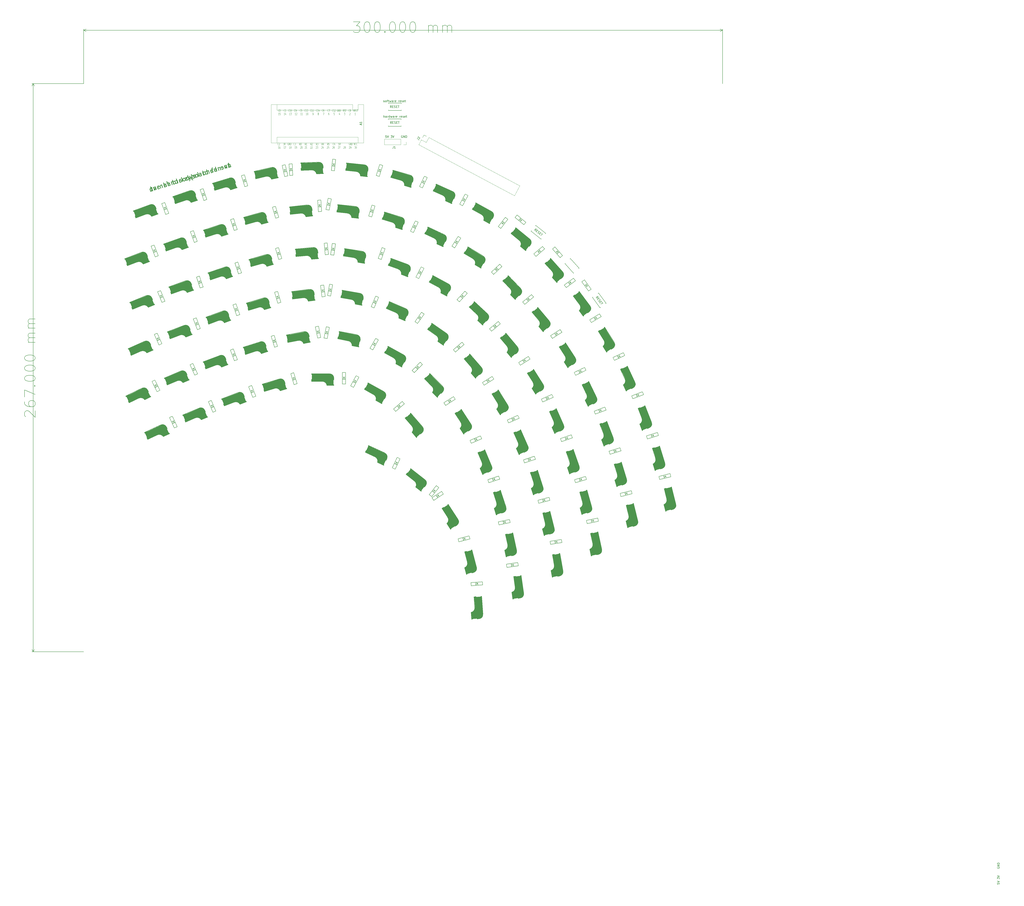
<source format=gto>
G04 #@! TF.GenerationSoftware,KiCad,Pcbnew,(5.1.5)-3*
G04 #@! TF.CreationDate,2020-02-25T16:26:48+09:00*
G04 #@! TF.ProjectId,fan,66616e2e-6b69-4636-9164-5f7063625858,rev?*
G04 #@! TF.SameCoordinates,Original*
G04 #@! TF.FileFunction,Legend,Top*
G04 #@! TF.FilePolarity,Positive*
%FSLAX46Y46*%
G04 Gerber Fmt 4.6, Leading zero omitted, Abs format (unit mm)*
G04 Created by KiCad (PCBNEW (5.1.5)-3) date 2020-02-25 16:26:48*
%MOMM*%
%LPD*%
G04 APERTURE LIST*
%ADD10C,0.100000*%
%ADD11C,0.300000*%
%ADD12C,0.150000*%
%ADD13C,0.400000*%
%ADD14C,0.500000*%
%ADD15C,1.000000*%
%ADD16C,3.500000*%
%ADD17C,3.000000*%
%ADD18C,0.800000*%
%ADD19C,0.120000*%
G04 APERTURE END LIST*
D10*
X191460000Y-128807142D02*
X191430476Y-128854761D01*
X191341904Y-128902380D01*
X191282857Y-128902380D01*
X191194285Y-128854761D01*
X191135238Y-128759523D01*
X191105714Y-128664285D01*
X191076190Y-128473809D01*
X191076190Y-128330952D01*
X191105714Y-128140476D01*
X191135238Y-128045238D01*
X191194285Y-127950000D01*
X191282857Y-127902380D01*
X191341904Y-127902380D01*
X191430476Y-127950000D01*
X191460000Y-127997619D01*
X191696190Y-127997619D02*
X191725714Y-127950000D01*
X191784761Y-127902380D01*
X191932380Y-127902380D01*
X191991428Y-127950000D01*
X192020952Y-127997619D01*
X192050476Y-128092857D01*
X192050476Y-128188095D01*
X192020952Y-128330952D01*
X191666666Y-128902380D01*
X192050476Y-128902380D01*
X193674285Y-127902380D02*
X194058095Y-127902380D01*
X193851428Y-128283333D01*
X193940000Y-128283333D01*
X193999047Y-128330952D01*
X194028571Y-128378571D01*
X194058095Y-128473809D01*
X194058095Y-128711904D01*
X194028571Y-128807142D01*
X193999047Y-128854761D01*
X193940000Y-128902380D01*
X193762857Y-128902380D01*
X193703809Y-128854761D01*
X193674285Y-128807142D01*
X194235238Y-127902380D02*
X194441904Y-128902380D01*
X194648571Y-127902380D01*
X196124761Y-127950000D02*
X196065714Y-127902380D01*
X195977142Y-127902380D01*
X195888571Y-127950000D01*
X195829523Y-128045238D01*
X195800000Y-128140476D01*
X195770476Y-128330952D01*
X195770476Y-128473809D01*
X195800000Y-128664285D01*
X195829523Y-128759523D01*
X195888571Y-128854761D01*
X195977142Y-128902380D01*
X196036190Y-128902380D01*
X196124761Y-128854761D01*
X196154285Y-128807142D01*
X196154285Y-128473809D01*
X196036190Y-128473809D01*
X196420000Y-128902380D02*
X196420000Y-127902380D01*
X196774285Y-128902380D01*
X196774285Y-127902380D01*
X197069523Y-128902380D02*
X197069523Y-127902380D01*
X197217142Y-127902380D01*
X197305714Y-127950000D01*
X197364761Y-128045238D01*
X197394285Y-128140476D01*
X197423809Y-128330952D01*
X197423809Y-128473809D01*
X197394285Y-128664285D01*
X197364761Y-128759523D01*
X197305714Y-128854761D01*
X197217142Y-128902380D01*
X197069523Y-128902380D01*
X198988571Y-128807142D02*
X198959047Y-128854761D01*
X198870476Y-128902380D01*
X198811428Y-128902380D01*
X198722857Y-128854761D01*
X198663809Y-128759523D01*
X198634285Y-128664285D01*
X198604761Y-128473809D01*
X198604761Y-128330952D01*
X198634285Y-128140476D01*
X198663809Y-128045238D01*
X198722857Y-127950000D01*
X198811428Y-127902380D01*
X198870476Y-127902380D01*
X198959047Y-127950000D01*
X198988571Y-127997619D01*
X199195238Y-127902380D02*
X199579047Y-127902380D01*
X199372380Y-128283333D01*
X199460952Y-128283333D01*
X199520000Y-128330952D01*
X199549523Y-128378571D01*
X199579047Y-128473809D01*
X199579047Y-128711904D01*
X199549523Y-128807142D01*
X199520000Y-128854761D01*
X199460952Y-128902380D01*
X199283809Y-128902380D01*
X199224761Y-128854761D01*
X199195238Y-128807142D01*
X201616190Y-128902380D02*
X201409523Y-128426190D01*
X201261904Y-128902380D02*
X201261904Y-127902380D01*
X201498095Y-127902380D01*
X201557142Y-127950000D01*
X201586666Y-127997619D01*
X201616190Y-128092857D01*
X201616190Y-128235714D01*
X201586666Y-128330952D01*
X201557142Y-128378571D01*
X201498095Y-128426190D01*
X201261904Y-128426190D01*
X202000000Y-127902380D02*
X202059047Y-127902380D01*
X202118095Y-127950000D01*
X202147619Y-127997619D01*
X202177142Y-128092857D01*
X202206666Y-128283333D01*
X202206666Y-128521428D01*
X202177142Y-128711904D01*
X202147619Y-128807142D01*
X202118095Y-128854761D01*
X202059047Y-128902380D01*
X202000000Y-128902380D01*
X201940952Y-128854761D01*
X201911428Y-128807142D01*
X201881904Y-128711904D01*
X201852380Y-128521428D01*
X201852380Y-128283333D01*
X201881904Y-128092857D01*
X201911428Y-127997619D01*
X201940952Y-127950000D01*
X202000000Y-127902380D01*
X204243809Y-128902380D02*
X204037142Y-128426190D01*
X203889523Y-128902380D02*
X203889523Y-127902380D01*
X204125714Y-127902380D01*
X204184761Y-127950000D01*
X204214285Y-127997619D01*
X204243809Y-128092857D01*
X204243809Y-128235714D01*
X204214285Y-128330952D01*
X204184761Y-128378571D01*
X204125714Y-128426190D01*
X203889523Y-128426190D01*
X204834285Y-128902380D02*
X204480000Y-128902380D01*
X204657142Y-128902380D02*
X204657142Y-127902380D01*
X204598095Y-128045238D01*
X204539047Y-128140476D01*
X204480000Y-128188095D01*
X206871428Y-128902380D02*
X206664761Y-128426190D01*
X206517142Y-128902380D02*
X206517142Y-127902380D01*
X206753333Y-127902380D01*
X206812380Y-127950000D01*
X206841904Y-127997619D01*
X206871428Y-128092857D01*
X206871428Y-128235714D01*
X206841904Y-128330952D01*
X206812380Y-128378571D01*
X206753333Y-128426190D01*
X206517142Y-128426190D01*
X207107619Y-127997619D02*
X207137142Y-127950000D01*
X207196190Y-127902380D01*
X207343809Y-127902380D01*
X207402857Y-127950000D01*
X207432380Y-127997619D01*
X207461904Y-128092857D01*
X207461904Y-128188095D01*
X207432380Y-128330952D01*
X207078095Y-128902380D01*
X207461904Y-128902380D01*
X209499047Y-128902380D02*
X209292380Y-128426190D01*
X209144761Y-128902380D02*
X209144761Y-127902380D01*
X209380952Y-127902380D01*
X209440000Y-127950000D01*
X209469523Y-127997619D01*
X209499047Y-128092857D01*
X209499047Y-128235714D01*
X209469523Y-128330952D01*
X209440000Y-128378571D01*
X209380952Y-128426190D01*
X209144761Y-128426190D01*
X209705714Y-127902380D02*
X210089523Y-127902380D01*
X209882857Y-128283333D01*
X209971428Y-128283333D01*
X210030476Y-128330952D01*
X210060000Y-128378571D01*
X210089523Y-128473809D01*
X210089523Y-128711904D01*
X210060000Y-128807142D01*
X210030476Y-128854761D01*
X209971428Y-128902380D01*
X209794285Y-128902380D01*
X209735238Y-128854761D01*
X209705714Y-128807142D01*
X212126666Y-128902380D02*
X211920000Y-128426190D01*
X211772380Y-128902380D02*
X211772380Y-127902380D01*
X212008571Y-127902380D01*
X212067619Y-127950000D01*
X212097142Y-127997619D01*
X212126666Y-128092857D01*
X212126666Y-128235714D01*
X212097142Y-128330952D01*
X212067619Y-128378571D01*
X212008571Y-128426190D01*
X211772380Y-128426190D01*
X212658095Y-128235714D02*
X212658095Y-128902380D01*
X212510476Y-127854761D02*
X212362857Y-128569047D01*
X212746666Y-128569047D01*
X214754285Y-128902380D02*
X214547619Y-128426190D01*
X214400000Y-128902380D02*
X214400000Y-127902380D01*
X214636190Y-127902380D01*
X214695238Y-127950000D01*
X214724761Y-127997619D01*
X214754285Y-128092857D01*
X214754285Y-128235714D01*
X214724761Y-128330952D01*
X214695238Y-128378571D01*
X214636190Y-128426190D01*
X214400000Y-128426190D01*
X215315238Y-127902380D02*
X215020000Y-127902380D01*
X214990476Y-128378571D01*
X215020000Y-128330952D01*
X215079047Y-128283333D01*
X215226666Y-128283333D01*
X215285714Y-128330952D01*
X215315238Y-128378571D01*
X215344761Y-128473809D01*
X215344761Y-128711904D01*
X215315238Y-128807142D01*
X215285714Y-128854761D01*
X215226666Y-128902380D01*
X215079047Y-128902380D01*
X215020000Y-128854761D01*
X214990476Y-128807142D01*
X217381904Y-128807142D02*
X217352380Y-128854761D01*
X217263809Y-128902380D01*
X217204761Y-128902380D01*
X217116190Y-128854761D01*
X217057142Y-128759523D01*
X217027619Y-128664285D01*
X216998095Y-128473809D01*
X216998095Y-128330952D01*
X217027619Y-128140476D01*
X217057142Y-128045238D01*
X217116190Y-127950000D01*
X217204761Y-127902380D01*
X217263809Y-127902380D01*
X217352380Y-127950000D01*
X217381904Y-127997619D01*
X217913333Y-128235714D02*
X217913333Y-128902380D01*
X217765714Y-127854761D02*
X217618095Y-128569047D01*
X218001904Y-128569047D01*
X219950476Y-127902380D02*
X219655238Y-127902380D01*
X219625714Y-128378571D01*
X219655238Y-128330952D01*
X219714285Y-128283333D01*
X219861904Y-128283333D01*
X219920952Y-128330952D01*
X219950476Y-128378571D01*
X219980000Y-128473809D01*
X219980000Y-128711904D01*
X219950476Y-128807142D01*
X219920952Y-128854761D01*
X219861904Y-128902380D01*
X219714285Y-128902380D01*
X219655238Y-128854761D01*
X219625714Y-128807142D01*
X220157142Y-127902380D02*
X220363809Y-128902380D01*
X220570476Y-127902380D01*
X224880952Y-127950000D02*
X224821904Y-127902380D01*
X224733333Y-127902380D01*
X224644761Y-127950000D01*
X224585714Y-128045238D01*
X224556190Y-128140476D01*
X224526666Y-128330952D01*
X224526666Y-128473809D01*
X224556190Y-128664285D01*
X224585714Y-128759523D01*
X224644761Y-128854761D01*
X224733333Y-128902380D01*
X224792380Y-128902380D01*
X224880952Y-128854761D01*
X224910476Y-128807142D01*
X224910476Y-128473809D01*
X224792380Y-128473809D01*
X225176190Y-128902380D02*
X225176190Y-127902380D01*
X225530476Y-128902380D01*
X225530476Y-127902380D01*
X225825714Y-128902380D02*
X225825714Y-127902380D01*
X225973333Y-127902380D01*
X226061904Y-127950000D01*
X226120952Y-128045238D01*
X226150476Y-128140476D01*
X226179999Y-128330952D01*
X226179999Y-128473809D01*
X226150476Y-128664285D01*
X226120952Y-128759523D01*
X226061904Y-128854761D01*
X225973333Y-128902380D01*
X225825714Y-128902380D01*
X226829523Y-127902380D02*
X227036190Y-128902380D01*
X227242857Y-127902380D01*
X227803809Y-128807142D02*
X227774285Y-128854761D01*
X227685714Y-128902380D01*
X227626666Y-128902380D01*
X227538095Y-128854761D01*
X227479047Y-128759523D01*
X227449523Y-128664285D01*
X227420000Y-128473809D01*
X227420000Y-128330952D01*
X227449523Y-128140476D01*
X227479047Y-128045238D01*
X227538095Y-127950000D01*
X227626666Y-127902380D01*
X227685714Y-127902380D01*
X227774285Y-127950000D01*
X227803809Y-127997619D01*
X228423809Y-128807142D02*
X228394285Y-128854761D01*
X228305714Y-128902380D01*
X228246666Y-128902380D01*
X228158095Y-128854761D01*
X228099047Y-128759523D01*
X228069523Y-128664285D01*
X228040000Y-128473809D01*
X228040000Y-128330952D01*
X228069523Y-128140476D01*
X228099047Y-128045238D01*
X228158095Y-127950000D01*
X228246666Y-127902380D01*
X228305714Y-127902380D01*
X228394285Y-127950000D01*
X228423809Y-127997619D01*
X191681428Y-130502380D02*
X191327142Y-130502380D01*
X191504285Y-130502380D02*
X191504285Y-129502380D01*
X191445238Y-129645238D01*
X191386190Y-129740476D01*
X191327142Y-129788095D01*
X192212857Y-129502380D02*
X192094761Y-129502380D01*
X192035714Y-129550000D01*
X192006190Y-129597619D01*
X191947142Y-129740476D01*
X191917619Y-129930952D01*
X191917619Y-130311904D01*
X191947142Y-130407142D01*
X191976666Y-130454761D01*
X192035714Y-130502380D01*
X192153809Y-130502380D01*
X192212857Y-130454761D01*
X192242380Y-130407142D01*
X192271904Y-130311904D01*
X192271904Y-130073809D01*
X192242380Y-129978571D01*
X192212857Y-129930952D01*
X192153809Y-129883333D01*
X192035714Y-129883333D01*
X191976666Y-129930952D01*
X191947142Y-129978571D01*
X191917619Y-130073809D01*
X194279523Y-130502380D02*
X193925238Y-130502380D01*
X194102380Y-130502380D02*
X194102380Y-129502380D01*
X194043333Y-129645238D01*
X193984285Y-129740476D01*
X193925238Y-129788095D01*
X194486190Y-129502380D02*
X194899523Y-129502380D01*
X194633809Y-130502380D01*
X196877619Y-130502380D02*
X196523333Y-130502380D01*
X196700476Y-130502380D02*
X196700476Y-129502380D01*
X196641428Y-129645238D01*
X196582380Y-129740476D01*
X196523333Y-129788095D01*
X197231904Y-129930952D02*
X197172857Y-129883333D01*
X197143333Y-129835714D01*
X197113809Y-129740476D01*
X197113809Y-129692857D01*
X197143333Y-129597619D01*
X197172857Y-129550000D01*
X197231904Y-129502380D01*
X197350000Y-129502380D01*
X197409047Y-129550000D01*
X197438571Y-129597619D01*
X197468095Y-129692857D01*
X197468095Y-129740476D01*
X197438571Y-129835714D01*
X197409047Y-129883333D01*
X197350000Y-129930952D01*
X197231904Y-129930952D01*
X197172857Y-129978571D01*
X197143333Y-130026190D01*
X197113809Y-130121428D01*
X197113809Y-130311904D01*
X197143333Y-130407142D01*
X197172857Y-130454761D01*
X197231904Y-130502380D01*
X197350000Y-130502380D01*
X197409047Y-130454761D01*
X197438571Y-130407142D01*
X197468095Y-130311904D01*
X197468095Y-130121428D01*
X197438571Y-130026190D01*
X197409047Y-129978571D01*
X197350000Y-129930952D01*
X199475714Y-130502380D02*
X199121428Y-130502380D01*
X199298571Y-130502380D02*
X199298571Y-129502380D01*
X199239523Y-129645238D01*
X199180476Y-129740476D01*
X199121428Y-129788095D01*
X199770952Y-130502380D02*
X199889047Y-130502380D01*
X199948095Y-130454761D01*
X199977619Y-130407142D01*
X200036666Y-130264285D01*
X200066190Y-130073809D01*
X200066190Y-129692857D01*
X200036666Y-129597619D01*
X200007142Y-129550000D01*
X199948095Y-129502380D01*
X199830000Y-129502380D01*
X199770952Y-129550000D01*
X199741428Y-129597619D01*
X199711904Y-129692857D01*
X199711904Y-129930952D01*
X199741428Y-130026190D01*
X199770952Y-130073809D01*
X199830000Y-130121428D01*
X199948095Y-130121428D01*
X200007142Y-130073809D01*
X200036666Y-130026190D01*
X200066190Y-129930952D01*
X201719523Y-129597619D02*
X201749047Y-129550000D01*
X201808095Y-129502380D01*
X201955714Y-129502380D01*
X202014761Y-129550000D01*
X202044285Y-129597619D01*
X202073809Y-129692857D01*
X202073809Y-129788095D01*
X202044285Y-129930952D01*
X201690000Y-130502380D01*
X202073809Y-130502380D01*
X202457619Y-129502380D02*
X202516666Y-129502380D01*
X202575714Y-129550000D01*
X202605238Y-129597619D01*
X202634761Y-129692857D01*
X202664285Y-129883333D01*
X202664285Y-130121428D01*
X202634761Y-130311904D01*
X202605238Y-130407142D01*
X202575714Y-130454761D01*
X202516666Y-130502380D01*
X202457619Y-130502380D01*
X202398571Y-130454761D01*
X202369047Y-130407142D01*
X202339523Y-130311904D01*
X202310000Y-130121428D01*
X202310000Y-129883333D01*
X202339523Y-129692857D01*
X202369047Y-129597619D01*
X202398571Y-129550000D01*
X202457619Y-129502380D01*
X203845238Y-129597619D02*
X203874761Y-129550000D01*
X203933809Y-129502380D01*
X204081428Y-129502380D01*
X204140476Y-129550000D01*
X204170000Y-129597619D01*
X204199523Y-129692857D01*
X204199523Y-129788095D01*
X204170000Y-129930952D01*
X203815714Y-130502380D01*
X204199523Y-130502380D01*
X204790000Y-130502380D02*
X204435714Y-130502380D01*
X204612857Y-130502380D02*
X204612857Y-129502380D01*
X204553809Y-129645238D01*
X204494761Y-129740476D01*
X204435714Y-129788095D01*
X206443333Y-129597619D02*
X206472857Y-129550000D01*
X206531904Y-129502380D01*
X206679523Y-129502380D01*
X206738571Y-129550000D01*
X206768095Y-129597619D01*
X206797619Y-129692857D01*
X206797619Y-129788095D01*
X206768095Y-129930952D01*
X206413809Y-130502380D01*
X206797619Y-130502380D01*
X207033809Y-129597619D02*
X207063333Y-129550000D01*
X207122380Y-129502380D01*
X207270000Y-129502380D01*
X207329047Y-129550000D01*
X207358571Y-129597619D01*
X207388095Y-129692857D01*
X207388095Y-129788095D01*
X207358571Y-129930952D01*
X207004285Y-130502380D01*
X207388095Y-130502380D01*
X209041428Y-129597619D02*
X209070952Y-129550000D01*
X209130000Y-129502380D01*
X209277619Y-129502380D01*
X209336666Y-129550000D01*
X209366190Y-129597619D01*
X209395714Y-129692857D01*
X209395714Y-129788095D01*
X209366190Y-129930952D01*
X209011904Y-130502380D01*
X209395714Y-130502380D01*
X209602380Y-129502380D02*
X209986190Y-129502380D01*
X209779523Y-129883333D01*
X209868095Y-129883333D01*
X209927142Y-129930952D01*
X209956666Y-129978571D01*
X209986190Y-130073809D01*
X209986190Y-130311904D01*
X209956666Y-130407142D01*
X209927142Y-130454761D01*
X209868095Y-130502380D01*
X209690952Y-130502380D01*
X209631904Y-130454761D01*
X209602380Y-130407142D01*
X211639523Y-129597619D02*
X211669047Y-129550000D01*
X211728095Y-129502380D01*
X211875714Y-129502380D01*
X211934761Y-129550000D01*
X211964285Y-129597619D01*
X211993809Y-129692857D01*
X211993809Y-129788095D01*
X211964285Y-129930952D01*
X211610000Y-130502380D01*
X211993809Y-130502380D01*
X212525238Y-129835714D02*
X212525238Y-130502380D01*
X212377619Y-129454761D02*
X212230000Y-130169047D01*
X212613809Y-130169047D01*
X214237619Y-129597619D02*
X214267142Y-129550000D01*
X214326190Y-129502380D01*
X214473809Y-129502380D01*
X214532857Y-129550000D01*
X214562380Y-129597619D01*
X214591904Y-129692857D01*
X214591904Y-129788095D01*
X214562380Y-129930952D01*
X214208095Y-130502380D01*
X214591904Y-130502380D01*
X215152857Y-129502380D02*
X214857619Y-129502380D01*
X214828095Y-129978571D01*
X214857619Y-129930952D01*
X214916666Y-129883333D01*
X215064285Y-129883333D01*
X215123333Y-129930952D01*
X215152857Y-129978571D01*
X215182380Y-130073809D01*
X215182380Y-130311904D01*
X215152857Y-130407142D01*
X215123333Y-130454761D01*
X215064285Y-130502380D01*
X214916666Y-130502380D01*
X214857619Y-130454761D01*
X214828095Y-130407142D01*
X216835714Y-129597619D02*
X216865238Y-129550000D01*
X216924285Y-129502380D01*
X217071904Y-129502380D01*
X217130952Y-129550000D01*
X217160476Y-129597619D01*
X217190000Y-129692857D01*
X217190000Y-129788095D01*
X217160476Y-129930952D01*
X216806190Y-130502380D01*
X217190000Y-130502380D01*
X217721428Y-129502380D02*
X217603333Y-129502380D01*
X217544285Y-129550000D01*
X217514761Y-129597619D01*
X217455714Y-129740476D01*
X217426190Y-129930952D01*
X217426190Y-130311904D01*
X217455714Y-130407142D01*
X217485238Y-130454761D01*
X217544285Y-130502380D01*
X217662380Y-130502380D01*
X217721428Y-130454761D01*
X217750952Y-130407142D01*
X217780476Y-130311904D01*
X217780476Y-130073809D01*
X217750952Y-129978571D01*
X217721428Y-129930952D01*
X217662380Y-129883333D01*
X217544285Y-129883333D01*
X217485238Y-129930952D01*
X217455714Y-129978571D01*
X217426190Y-130073809D01*
X219433809Y-129597619D02*
X219463333Y-129550000D01*
X219522380Y-129502380D01*
X219670000Y-129502380D01*
X219729047Y-129550000D01*
X219758571Y-129597619D01*
X219788095Y-129692857D01*
X219788095Y-129788095D01*
X219758571Y-129930952D01*
X219404285Y-130502380D01*
X219788095Y-130502380D01*
X219994761Y-129502380D02*
X220408095Y-129502380D01*
X220142380Y-130502380D01*
X222031904Y-129597619D02*
X222061428Y-129550000D01*
X222120476Y-129502380D01*
X222268095Y-129502380D01*
X222327142Y-129550000D01*
X222356666Y-129597619D01*
X222386190Y-129692857D01*
X222386190Y-129788095D01*
X222356666Y-129930952D01*
X222002380Y-130502380D01*
X222386190Y-130502380D01*
X222740476Y-129930952D02*
X222681428Y-129883333D01*
X222651904Y-129835714D01*
X222622380Y-129740476D01*
X222622380Y-129692857D01*
X222651904Y-129597619D01*
X222681428Y-129550000D01*
X222740476Y-129502380D01*
X222858571Y-129502380D01*
X222917619Y-129550000D01*
X222947142Y-129597619D01*
X222976666Y-129692857D01*
X222976666Y-129740476D01*
X222947142Y-129835714D01*
X222917619Y-129883333D01*
X222858571Y-129930952D01*
X222740476Y-129930952D01*
X222681428Y-129978571D01*
X222651904Y-130026190D01*
X222622380Y-130121428D01*
X222622380Y-130311904D01*
X222651904Y-130407142D01*
X222681428Y-130454761D01*
X222740476Y-130502380D01*
X222858571Y-130502380D01*
X222917619Y-130454761D01*
X222947142Y-130407142D01*
X222976666Y-130311904D01*
X222976666Y-130121428D01*
X222947142Y-130026190D01*
X222917619Y-129978571D01*
X222858571Y-129930952D01*
X224630000Y-129597619D02*
X224659523Y-129550000D01*
X224718571Y-129502380D01*
X224866190Y-129502380D01*
X224925238Y-129550000D01*
X224954761Y-129597619D01*
X224984285Y-129692857D01*
X224984285Y-129788095D01*
X224954761Y-129930952D01*
X224600476Y-130502380D01*
X224984285Y-130502380D01*
X225279523Y-130502380D02*
X225397619Y-130502380D01*
X225456666Y-130454761D01*
X225486190Y-130407142D01*
X225545238Y-130264285D01*
X225574761Y-130073809D01*
X225574761Y-129692857D01*
X225545238Y-129597619D01*
X225515714Y-129550000D01*
X225456666Y-129502380D01*
X225338571Y-129502380D01*
X225279523Y-129550000D01*
X225250000Y-129597619D01*
X225220476Y-129692857D01*
X225220476Y-129930952D01*
X225250000Y-130026190D01*
X225279523Y-130073809D01*
X225338571Y-130121428D01*
X225456666Y-130121428D01*
X225515714Y-130073809D01*
X225545238Y-130026190D01*
X225574761Y-129930952D01*
X227198571Y-129502380D02*
X227582380Y-129502380D01*
X227375714Y-129883333D01*
X227464285Y-129883333D01*
X227523333Y-129930952D01*
X227552857Y-129978571D01*
X227582380Y-130073809D01*
X227582380Y-130311904D01*
X227552857Y-130407142D01*
X227523333Y-130454761D01*
X227464285Y-130502380D01*
X227287142Y-130502380D01*
X227228095Y-130454761D01*
X227198571Y-130407142D01*
X227966190Y-129502380D02*
X228025238Y-129502380D01*
X228084285Y-129550000D01*
X228113809Y-129597619D01*
X228143333Y-129692857D01*
X228172857Y-129883333D01*
X228172857Y-130121428D01*
X228143333Y-130311904D01*
X228113809Y-130407142D01*
X228084285Y-130454761D01*
X228025238Y-130502380D01*
X227966190Y-130502380D01*
X227907142Y-130454761D01*
X227877619Y-130407142D01*
X227848095Y-130311904D01*
X227818571Y-130121428D01*
X227818571Y-129883333D01*
X227848095Y-129692857D01*
X227877619Y-129597619D01*
X227907142Y-129550000D01*
X227966190Y-129502380D01*
X191724761Y-113057142D02*
X191695238Y-113104761D01*
X191606666Y-113152380D01*
X191547619Y-113152380D01*
X191459047Y-113104761D01*
X191400000Y-113009523D01*
X191370476Y-112914285D01*
X191340952Y-112723809D01*
X191340952Y-112580952D01*
X191370476Y-112390476D01*
X191400000Y-112295238D01*
X191459047Y-112200000D01*
X191547619Y-112152380D01*
X191606666Y-112152380D01*
X191695238Y-112200000D01*
X191724761Y-112247619D01*
X192108571Y-112152380D02*
X192167619Y-112152380D01*
X192226666Y-112200000D01*
X192256190Y-112247619D01*
X192285714Y-112342857D01*
X192315238Y-112533333D01*
X192315238Y-112771428D01*
X192285714Y-112961904D01*
X192256190Y-113057142D01*
X192226666Y-113104761D01*
X192167619Y-113152380D01*
X192108571Y-113152380D01*
X192049523Y-113104761D01*
X192020000Y-113057142D01*
X191990476Y-112961904D01*
X191960952Y-112771428D01*
X191960952Y-112533333D01*
X191990476Y-112342857D01*
X192020000Y-112247619D01*
X192049523Y-112200000D01*
X192108571Y-112152380D01*
X194352380Y-113057142D02*
X194322857Y-113104761D01*
X194234285Y-113152380D01*
X194175238Y-113152380D01*
X194086666Y-113104761D01*
X194027619Y-113009523D01*
X193998095Y-112914285D01*
X193968571Y-112723809D01*
X193968571Y-112580952D01*
X193998095Y-112390476D01*
X194027619Y-112295238D01*
X194086666Y-112200000D01*
X194175238Y-112152380D01*
X194234285Y-112152380D01*
X194322857Y-112200000D01*
X194352380Y-112247619D01*
X194942857Y-113152380D02*
X194588571Y-113152380D01*
X194765714Y-113152380D02*
X194765714Y-112152380D01*
X194706666Y-112295238D01*
X194647619Y-112390476D01*
X194588571Y-112438095D01*
X196507619Y-113057142D02*
X196478095Y-113104761D01*
X196389523Y-113152380D01*
X196330476Y-113152380D01*
X196241904Y-113104761D01*
X196182857Y-113009523D01*
X196153333Y-112914285D01*
X196123809Y-112723809D01*
X196123809Y-112580952D01*
X196153333Y-112390476D01*
X196182857Y-112295238D01*
X196241904Y-112200000D01*
X196330476Y-112152380D01*
X196389523Y-112152380D01*
X196478095Y-112200000D01*
X196507619Y-112247619D01*
X197098095Y-113152380D02*
X196743809Y-113152380D01*
X196920952Y-113152380D02*
X196920952Y-112152380D01*
X196861904Y-112295238D01*
X196802857Y-112390476D01*
X196743809Y-112438095D01*
X197481904Y-112152380D02*
X197540952Y-112152380D01*
X197600000Y-112200000D01*
X197629523Y-112247619D01*
X197659047Y-112342857D01*
X197688571Y-112533333D01*
X197688571Y-112771428D01*
X197659047Y-112961904D01*
X197629523Y-113057142D01*
X197600000Y-113104761D01*
X197540952Y-113152380D01*
X197481904Y-113152380D01*
X197422857Y-113104761D01*
X197393333Y-113057142D01*
X197363809Y-112961904D01*
X197334285Y-112771428D01*
X197334285Y-112533333D01*
X197363809Y-112342857D01*
X197393333Y-112247619D01*
X197422857Y-112200000D01*
X197481904Y-112152380D01*
X199253333Y-113057142D02*
X199223809Y-113104761D01*
X199135238Y-113152380D01*
X199076190Y-113152380D01*
X198987619Y-113104761D01*
X198928571Y-113009523D01*
X198899047Y-112914285D01*
X198869523Y-112723809D01*
X198869523Y-112580952D01*
X198899047Y-112390476D01*
X198928571Y-112295238D01*
X198987619Y-112200000D01*
X199076190Y-112152380D01*
X199135238Y-112152380D01*
X199223809Y-112200000D01*
X199253333Y-112247619D01*
X199548571Y-113152380D02*
X199666666Y-113152380D01*
X199725714Y-113104761D01*
X199755238Y-113057142D01*
X199814285Y-112914285D01*
X199843809Y-112723809D01*
X199843809Y-112342857D01*
X199814285Y-112247619D01*
X199784761Y-112200000D01*
X199725714Y-112152380D01*
X199607619Y-112152380D01*
X199548571Y-112200000D01*
X199519047Y-112247619D01*
X199489523Y-112342857D01*
X199489523Y-112580952D01*
X199519047Y-112676190D01*
X199548571Y-112723809D01*
X199607619Y-112771428D01*
X199725714Y-112771428D01*
X199784761Y-112723809D01*
X199814285Y-112676190D01*
X199843809Y-112580952D01*
X201880952Y-113057142D02*
X201851428Y-113104761D01*
X201762857Y-113152380D01*
X201703809Y-113152380D01*
X201615238Y-113104761D01*
X201556190Y-113009523D01*
X201526666Y-112914285D01*
X201497142Y-112723809D01*
X201497142Y-112580952D01*
X201526666Y-112390476D01*
X201556190Y-112295238D01*
X201615238Y-112200000D01*
X201703809Y-112152380D01*
X201762857Y-112152380D01*
X201851428Y-112200000D01*
X201880952Y-112247619D01*
X202441904Y-112152380D02*
X202146666Y-112152380D01*
X202117142Y-112628571D01*
X202146666Y-112580952D01*
X202205714Y-112533333D01*
X202353333Y-112533333D01*
X202412380Y-112580952D01*
X202441904Y-112628571D01*
X202471428Y-112723809D01*
X202471428Y-112961904D01*
X202441904Y-113057142D01*
X202412380Y-113104761D01*
X202353333Y-113152380D01*
X202205714Y-113152380D01*
X202146666Y-113104761D01*
X202117142Y-113057142D01*
X204036190Y-113057142D02*
X204006666Y-113104761D01*
X203918095Y-113152380D01*
X203859047Y-113152380D01*
X203770476Y-113104761D01*
X203711428Y-113009523D01*
X203681904Y-112914285D01*
X203652380Y-112723809D01*
X203652380Y-112580952D01*
X203681904Y-112390476D01*
X203711428Y-112295238D01*
X203770476Y-112200000D01*
X203859047Y-112152380D01*
X203918095Y-112152380D01*
X204006666Y-112200000D01*
X204036190Y-112247619D01*
X204626666Y-113152380D02*
X204272380Y-113152380D01*
X204449523Y-113152380D02*
X204449523Y-112152380D01*
X204390476Y-112295238D01*
X204331428Y-112390476D01*
X204272380Y-112438095D01*
X204833333Y-112152380D02*
X205217142Y-112152380D01*
X205010476Y-112533333D01*
X205099047Y-112533333D01*
X205158095Y-112580952D01*
X205187619Y-112628571D01*
X205217142Y-112723809D01*
X205217142Y-112961904D01*
X205187619Y-113057142D01*
X205158095Y-113104761D01*
X205099047Y-113152380D01*
X204921904Y-113152380D01*
X204862857Y-113104761D01*
X204833333Y-113057142D01*
X206781904Y-113057142D02*
X206752380Y-113104761D01*
X206663809Y-113152380D01*
X206604761Y-113152380D01*
X206516190Y-113104761D01*
X206457142Y-113009523D01*
X206427619Y-112914285D01*
X206398095Y-112723809D01*
X206398095Y-112580952D01*
X206427619Y-112390476D01*
X206457142Y-112295238D01*
X206516190Y-112200000D01*
X206604761Y-112152380D01*
X206663809Y-112152380D01*
X206752380Y-112200000D01*
X206781904Y-112247619D01*
X207372380Y-113152380D02*
X207018095Y-113152380D01*
X207195238Y-113152380D02*
X207195238Y-112152380D01*
X207136190Y-112295238D01*
X207077142Y-112390476D01*
X207018095Y-112438095D01*
X207962857Y-113152380D02*
X207608571Y-113152380D01*
X207785714Y-113152380D02*
X207785714Y-112152380D01*
X207726666Y-112295238D01*
X207667619Y-112390476D01*
X207608571Y-112438095D01*
X209527619Y-113057142D02*
X209498095Y-113104761D01*
X209409523Y-113152380D01*
X209350476Y-113152380D01*
X209261904Y-113104761D01*
X209202857Y-113009523D01*
X209173333Y-112914285D01*
X209143809Y-112723809D01*
X209143809Y-112580952D01*
X209173333Y-112390476D01*
X209202857Y-112295238D01*
X209261904Y-112200000D01*
X209350476Y-112152380D01*
X209409523Y-112152380D01*
X209498095Y-112200000D01*
X209527619Y-112247619D01*
X210118095Y-113152380D02*
X209763809Y-113152380D01*
X209940952Y-113152380D02*
X209940952Y-112152380D01*
X209881904Y-112295238D01*
X209822857Y-112390476D01*
X209763809Y-112438095D01*
X210649523Y-112485714D02*
X210649523Y-113152380D01*
X210501904Y-112104761D02*
X210354285Y-112819047D01*
X210738095Y-112819047D01*
X212273333Y-113057142D02*
X212243809Y-113104761D01*
X212155238Y-113152380D01*
X212096190Y-113152380D01*
X212007619Y-113104761D01*
X211948571Y-113009523D01*
X211919047Y-112914285D01*
X211889523Y-112723809D01*
X211889523Y-112580952D01*
X211919047Y-112390476D01*
X211948571Y-112295238D01*
X212007619Y-112200000D01*
X212096190Y-112152380D01*
X212155238Y-112152380D01*
X212243809Y-112200000D01*
X212273333Y-112247619D01*
X212804761Y-112152380D02*
X212686666Y-112152380D01*
X212627619Y-112200000D01*
X212598095Y-112247619D01*
X212539047Y-112390476D01*
X212509523Y-112580952D01*
X212509523Y-112961904D01*
X212539047Y-113057142D01*
X212568571Y-113104761D01*
X212627619Y-113152380D01*
X212745714Y-113152380D01*
X212804761Y-113104761D01*
X212834285Y-113057142D01*
X212863809Y-112961904D01*
X212863809Y-112723809D01*
X212834285Y-112628571D01*
X212804761Y-112580952D01*
X212745714Y-112533333D01*
X212627619Y-112533333D01*
X212568571Y-112580952D01*
X212539047Y-112628571D01*
X212509523Y-112723809D01*
X214900952Y-113057142D02*
X214871428Y-113104761D01*
X214782857Y-113152380D01*
X214723809Y-113152380D01*
X214635238Y-113104761D01*
X214576190Y-113009523D01*
X214546666Y-112914285D01*
X214517142Y-112723809D01*
X214517142Y-112580952D01*
X214546666Y-112390476D01*
X214576190Y-112295238D01*
X214635238Y-112200000D01*
X214723809Y-112152380D01*
X214782857Y-112152380D01*
X214871428Y-112200000D01*
X214900952Y-112247619D01*
X215107619Y-112152380D02*
X215520952Y-112152380D01*
X215255238Y-113152380D01*
X217056190Y-113057142D02*
X217026666Y-113104761D01*
X216938095Y-113152380D01*
X216879047Y-113152380D01*
X216790476Y-113104761D01*
X216731428Y-113009523D01*
X216701904Y-112914285D01*
X216672380Y-112723809D01*
X216672380Y-112580952D01*
X216701904Y-112390476D01*
X216731428Y-112295238D01*
X216790476Y-112200000D01*
X216879047Y-112152380D01*
X216938095Y-112152380D01*
X217026666Y-112200000D01*
X217056190Y-112247619D01*
X217646666Y-113152380D02*
X217292380Y-113152380D01*
X217469523Y-113152380D02*
X217469523Y-112152380D01*
X217410476Y-112295238D01*
X217351428Y-112390476D01*
X217292380Y-112438095D01*
X217882857Y-112247619D02*
X217912380Y-112200000D01*
X217971428Y-112152380D01*
X218119047Y-112152380D01*
X218178095Y-112200000D01*
X218207619Y-112247619D01*
X218237142Y-112342857D01*
X218237142Y-112438095D01*
X218207619Y-112580952D01*
X217853333Y-113152380D01*
X218237142Y-113152380D01*
X219300000Y-112200000D02*
X219240952Y-112152380D01*
X219152380Y-112152380D01*
X219063809Y-112200000D01*
X219004761Y-112295238D01*
X218975238Y-112390476D01*
X218945714Y-112580952D01*
X218945714Y-112723809D01*
X218975238Y-112914285D01*
X219004761Y-113009523D01*
X219063809Y-113104761D01*
X219152380Y-113152380D01*
X219211428Y-113152380D01*
X219300000Y-113104761D01*
X219329523Y-113057142D01*
X219329523Y-112723809D01*
X219211428Y-112723809D01*
X219595238Y-113152380D02*
X219595238Y-112152380D01*
X219949523Y-113152380D01*
X219949523Y-112152380D01*
X220244761Y-113152380D02*
X220244761Y-112152380D01*
X220392380Y-112152380D01*
X220480952Y-112200000D01*
X220540000Y-112295238D01*
X220569523Y-112390476D01*
X220599047Y-112580952D01*
X220599047Y-112723809D01*
X220569523Y-112914285D01*
X220540000Y-113009523D01*
X220480952Y-113104761D01*
X220392380Y-113152380D01*
X220244761Y-113152380D01*
X222163809Y-113152380D02*
X221957142Y-112676190D01*
X221809523Y-113152380D02*
X221809523Y-112152380D01*
X222045714Y-112152380D01*
X222104761Y-112200000D01*
X222134285Y-112247619D01*
X222163809Y-112342857D01*
X222163809Y-112485714D01*
X222134285Y-112580952D01*
X222104761Y-112628571D01*
X222045714Y-112676190D01*
X221809523Y-112676190D01*
X222400000Y-113104761D02*
X222488571Y-113152380D01*
X222636190Y-113152380D01*
X222695238Y-113104761D01*
X222724761Y-113057142D01*
X222754285Y-112961904D01*
X222754285Y-112866666D01*
X222724761Y-112771428D01*
X222695238Y-112723809D01*
X222636190Y-112676190D01*
X222518095Y-112628571D01*
X222459047Y-112580952D01*
X222429523Y-112533333D01*
X222400000Y-112438095D01*
X222400000Y-112342857D01*
X222429523Y-112247619D01*
X222459047Y-112200000D01*
X222518095Y-112152380D01*
X222665714Y-112152380D01*
X222754285Y-112200000D01*
X222931428Y-112152380D02*
X223285714Y-112152380D01*
X223108571Y-113152380D02*
X223108571Y-112152380D01*
X224791428Y-113057142D02*
X224761904Y-113104761D01*
X224673333Y-113152380D01*
X224614285Y-113152380D01*
X224525714Y-113104761D01*
X224466666Y-113009523D01*
X224437142Y-112914285D01*
X224407619Y-112723809D01*
X224407619Y-112580952D01*
X224437142Y-112390476D01*
X224466666Y-112295238D01*
X224525714Y-112200000D01*
X224614285Y-112152380D01*
X224673333Y-112152380D01*
X224761904Y-112200000D01*
X224791428Y-112247619D01*
X225145714Y-112580952D02*
X225086666Y-112533333D01*
X225057142Y-112485714D01*
X225027619Y-112390476D01*
X225027619Y-112342857D01*
X225057142Y-112247619D01*
X225086666Y-112200000D01*
X225145714Y-112152380D01*
X225263809Y-112152380D01*
X225322857Y-112200000D01*
X225352380Y-112247619D01*
X225381904Y-112342857D01*
X225381904Y-112390476D01*
X225352380Y-112485714D01*
X225322857Y-112533333D01*
X225263809Y-112580952D01*
X225145714Y-112580952D01*
X225086666Y-112628571D01*
X225057142Y-112676190D01*
X225027619Y-112771428D01*
X225027619Y-112961904D01*
X225057142Y-113057142D01*
X225086666Y-113104761D01*
X225145714Y-113152380D01*
X225263809Y-113152380D01*
X225322857Y-113104761D01*
X225352380Y-113057142D01*
X225381904Y-112961904D01*
X225381904Y-112771428D01*
X225352380Y-112676190D01*
X225322857Y-112628571D01*
X225263809Y-112580952D01*
X226592380Y-113152380D02*
X226592380Y-112152380D01*
X226592380Y-112628571D02*
X226946666Y-112628571D01*
X226946666Y-113152380D02*
X226946666Y-112152380D01*
X227596190Y-113152380D02*
X227389523Y-112676190D01*
X227241904Y-113152380D02*
X227241904Y-112152380D01*
X227478095Y-112152380D01*
X227537142Y-112200000D01*
X227566666Y-112247619D01*
X227596190Y-112342857D01*
X227596190Y-112485714D01*
X227566666Y-112580952D01*
X227537142Y-112628571D01*
X227478095Y-112676190D01*
X227241904Y-112676190D01*
X227832380Y-113104761D02*
X227920952Y-113152380D01*
X228068571Y-113152380D01*
X228127619Y-113104761D01*
X228157142Y-113057142D01*
X228186666Y-112961904D01*
X228186666Y-112866666D01*
X228157142Y-112771428D01*
X228127619Y-112723809D01*
X228068571Y-112676190D01*
X227950476Y-112628571D01*
X227891428Y-112580952D01*
X227861904Y-112533333D01*
X227832380Y-112438095D01*
X227832380Y-112342857D01*
X227861904Y-112247619D01*
X227891428Y-112200000D01*
X227950476Y-112152380D01*
X228098095Y-112152380D01*
X228186666Y-112200000D01*
X228363809Y-112152380D02*
X228718095Y-112152380D01*
X228540952Y-113152380D02*
X228540952Y-112152380D01*
X191754285Y-114752380D02*
X191400000Y-114752380D01*
X191577142Y-114752380D02*
X191577142Y-113752380D01*
X191518095Y-113895238D01*
X191459047Y-113990476D01*
X191400000Y-114038095D01*
X192315238Y-113752380D02*
X192020000Y-113752380D01*
X191990476Y-114228571D01*
X192020000Y-114180952D01*
X192079047Y-114133333D01*
X192226666Y-114133333D01*
X192285714Y-114180952D01*
X192315238Y-114228571D01*
X192344761Y-114323809D01*
X192344761Y-114561904D01*
X192315238Y-114657142D01*
X192285714Y-114704761D01*
X192226666Y-114752380D01*
X192079047Y-114752380D01*
X192020000Y-114704761D01*
X191990476Y-114657142D01*
X194352380Y-114752380D02*
X193998095Y-114752380D01*
X194175238Y-114752380D02*
X194175238Y-113752380D01*
X194116190Y-113895238D01*
X194057142Y-113990476D01*
X193998095Y-114038095D01*
X194883809Y-114085714D02*
X194883809Y-114752380D01*
X194736190Y-113704761D02*
X194588571Y-114419047D01*
X194972380Y-114419047D01*
X196950476Y-114752380D02*
X196596190Y-114752380D01*
X196773333Y-114752380D02*
X196773333Y-113752380D01*
X196714285Y-113895238D01*
X196655238Y-113990476D01*
X196596190Y-114038095D01*
X197157142Y-113752380D02*
X197540952Y-113752380D01*
X197334285Y-114133333D01*
X197422857Y-114133333D01*
X197481904Y-114180952D01*
X197511428Y-114228571D01*
X197540952Y-114323809D01*
X197540952Y-114561904D01*
X197511428Y-114657142D01*
X197481904Y-114704761D01*
X197422857Y-114752380D01*
X197245714Y-114752380D01*
X197186666Y-114704761D01*
X197157142Y-114657142D01*
X199548571Y-114752380D02*
X199194285Y-114752380D01*
X199371428Y-114752380D02*
X199371428Y-113752380D01*
X199312380Y-113895238D01*
X199253333Y-113990476D01*
X199194285Y-114038095D01*
X199784761Y-113847619D02*
X199814285Y-113800000D01*
X199873333Y-113752380D01*
X200020952Y-113752380D01*
X200080000Y-113800000D01*
X200109523Y-113847619D01*
X200139047Y-113942857D01*
X200139047Y-114038095D01*
X200109523Y-114180952D01*
X199755238Y-114752380D01*
X200139047Y-114752380D01*
X202146666Y-114752380D02*
X201792380Y-114752380D01*
X201969523Y-114752380D02*
X201969523Y-113752380D01*
X201910476Y-113895238D01*
X201851428Y-113990476D01*
X201792380Y-114038095D01*
X202737142Y-114752380D02*
X202382857Y-114752380D01*
X202560000Y-114752380D02*
X202560000Y-113752380D01*
X202500952Y-113895238D01*
X202441904Y-113990476D01*
X202382857Y-114038095D01*
X204744761Y-114752380D02*
X204390476Y-114752380D01*
X204567619Y-114752380D02*
X204567619Y-113752380D01*
X204508571Y-113895238D01*
X204449523Y-113990476D01*
X204390476Y-114038095D01*
X205128571Y-113752380D02*
X205187619Y-113752380D01*
X205246666Y-113800000D01*
X205276190Y-113847619D01*
X205305714Y-113942857D01*
X205335238Y-114133333D01*
X205335238Y-114371428D01*
X205305714Y-114561904D01*
X205276190Y-114657142D01*
X205246666Y-114704761D01*
X205187619Y-114752380D01*
X205128571Y-114752380D01*
X205069523Y-114704761D01*
X205040000Y-114657142D01*
X205010476Y-114561904D01*
X204980952Y-114371428D01*
X204980952Y-114133333D01*
X205010476Y-113942857D01*
X205040000Y-113847619D01*
X205069523Y-113800000D01*
X205128571Y-113752380D01*
X207520000Y-114752380D02*
X207638095Y-114752380D01*
X207697142Y-114704761D01*
X207726666Y-114657142D01*
X207785714Y-114514285D01*
X207815238Y-114323809D01*
X207815238Y-113942857D01*
X207785714Y-113847619D01*
X207756190Y-113800000D01*
X207697142Y-113752380D01*
X207579047Y-113752380D01*
X207520000Y-113800000D01*
X207490476Y-113847619D01*
X207460952Y-113942857D01*
X207460952Y-114180952D01*
X207490476Y-114276190D01*
X207520000Y-114323809D01*
X207579047Y-114371428D01*
X207697142Y-114371428D01*
X207756190Y-114323809D01*
X207785714Y-114276190D01*
X207815238Y-114180952D01*
X210059047Y-114180952D02*
X210000000Y-114133333D01*
X209970476Y-114085714D01*
X209940952Y-113990476D01*
X209940952Y-113942857D01*
X209970476Y-113847619D01*
X210000000Y-113800000D01*
X210059047Y-113752380D01*
X210177142Y-113752380D01*
X210236190Y-113800000D01*
X210265714Y-113847619D01*
X210295238Y-113942857D01*
X210295238Y-113990476D01*
X210265714Y-114085714D01*
X210236190Y-114133333D01*
X210177142Y-114180952D01*
X210059047Y-114180952D01*
X210000000Y-114228571D01*
X209970476Y-114276190D01*
X209940952Y-114371428D01*
X209940952Y-114561904D01*
X209970476Y-114657142D01*
X210000000Y-114704761D01*
X210059047Y-114752380D01*
X210177142Y-114752380D01*
X210236190Y-114704761D01*
X210265714Y-114657142D01*
X210295238Y-114561904D01*
X210295238Y-114371428D01*
X210265714Y-114276190D01*
X210236190Y-114228571D01*
X210177142Y-114180952D01*
X212391428Y-113752380D02*
X212804761Y-113752380D01*
X212539047Y-114752380D01*
X215196190Y-113752380D02*
X215078095Y-113752380D01*
X215019047Y-113800000D01*
X214989523Y-113847619D01*
X214930476Y-113990476D01*
X214900952Y-114180952D01*
X214900952Y-114561904D01*
X214930476Y-114657142D01*
X214960000Y-114704761D01*
X215019047Y-114752380D01*
X215137142Y-114752380D01*
X215196190Y-114704761D01*
X215225714Y-114657142D01*
X215255238Y-114561904D01*
X215255238Y-114323809D01*
X215225714Y-114228571D01*
X215196190Y-114180952D01*
X215137142Y-114133333D01*
X215019047Y-114133333D01*
X214960000Y-114180952D01*
X214930476Y-114228571D01*
X214900952Y-114323809D01*
X217705714Y-113752380D02*
X217410476Y-113752380D01*
X217380952Y-114228571D01*
X217410476Y-114180952D01*
X217469523Y-114133333D01*
X217617142Y-114133333D01*
X217676190Y-114180952D01*
X217705714Y-114228571D01*
X217735238Y-114323809D01*
X217735238Y-114561904D01*
X217705714Y-114657142D01*
X217676190Y-114704761D01*
X217617142Y-114752380D01*
X217469523Y-114752380D01*
X217410476Y-114704761D01*
X217380952Y-114657142D01*
X220156190Y-114085714D02*
X220156190Y-114752380D01*
X220008571Y-113704761D02*
X219860952Y-114419047D01*
X220244761Y-114419047D01*
X222311428Y-113752380D02*
X222695238Y-113752380D01*
X222488571Y-114133333D01*
X222577142Y-114133333D01*
X222636190Y-114180952D01*
X222665714Y-114228571D01*
X222695238Y-114323809D01*
X222695238Y-114561904D01*
X222665714Y-114657142D01*
X222636190Y-114704761D01*
X222577142Y-114752380D01*
X222400000Y-114752380D01*
X222340952Y-114704761D01*
X222311428Y-114657142D01*
X224820952Y-113847619D02*
X224850476Y-113800000D01*
X224909523Y-113752380D01*
X225057142Y-113752380D01*
X225116190Y-113800000D01*
X225145714Y-113847619D01*
X225175238Y-113942857D01*
X225175238Y-114038095D01*
X225145714Y-114180952D01*
X224791428Y-114752380D01*
X225175238Y-114752380D01*
X227655238Y-114752380D02*
X227300952Y-114752380D01*
X227478095Y-114752380D02*
X227478095Y-113752380D01*
X227419047Y-113895238D01*
X227360000Y-113990476D01*
X227300952Y-114038095D01*
D11*
X168753085Y-139212708D02*
X168907393Y-139065941D01*
X168970625Y-138947020D01*
X169006012Y-138737022D01*
X168838942Y-138190562D01*
X168692176Y-138036253D01*
X168573254Y-137973022D01*
X168363256Y-137937635D01*
X168090026Y-138021170D01*
X167935718Y-138167936D01*
X167872486Y-138286858D01*
X167837099Y-138496856D01*
X168004169Y-139043316D01*
X168150935Y-139197624D01*
X168269857Y-139260856D01*
X168479855Y-139296243D01*
X168753085Y-139212708D01*
X166906030Y-138383154D02*
X167295859Y-139658227D01*
X166961720Y-138565307D02*
X166842798Y-138502075D01*
X166632800Y-138466689D01*
X166359570Y-138550223D01*
X166205261Y-138696990D01*
X166169875Y-138906988D01*
X166476169Y-139908831D01*
X164808944Y-140318963D02*
X165018943Y-140354350D01*
X165383249Y-140242970D01*
X165537557Y-140096204D01*
X165572944Y-139886205D01*
X165350185Y-139157592D01*
X165203418Y-139003284D01*
X164993420Y-138967897D01*
X164629114Y-139079277D01*
X164474805Y-139226043D01*
X164439418Y-139436042D01*
X164495108Y-139618195D01*
X165461565Y-139521899D01*
X162468796Y-141134008D02*
X161884053Y-139221398D01*
X161649107Y-141384612D02*
X161342813Y-140382769D01*
X161378199Y-140172771D01*
X161532508Y-140026004D01*
X161805738Y-139942470D01*
X162015736Y-139977856D01*
X162134657Y-140041088D01*
X159918650Y-141913666D02*
X159612356Y-140911823D01*
X159647743Y-140701824D01*
X159802051Y-140555058D01*
X160166358Y-140443678D01*
X160376356Y-140479065D01*
X159890806Y-141822589D02*
X160100804Y-141857976D01*
X160556187Y-141718751D01*
X160710495Y-141571985D01*
X160745882Y-141361986D01*
X160690192Y-141179833D01*
X160543426Y-141025525D01*
X160333428Y-140990138D01*
X159878044Y-141129363D01*
X159668046Y-141093976D01*
X158618055Y-140917042D02*
X159007884Y-142192115D01*
X158673745Y-141099195D02*
X158554823Y-141035963D01*
X158344825Y-141000577D01*
X158071595Y-141084111D01*
X157917287Y-141230878D01*
X157881900Y-141440876D01*
X158188194Y-142442719D01*
X156457738Y-142971773D02*
X155872995Y-141059163D01*
X156429893Y-142880696D02*
X156639891Y-142916083D01*
X157004198Y-142804703D01*
X157158506Y-142657937D01*
X157221738Y-142539015D01*
X157257125Y-142329017D01*
X157090055Y-141782557D01*
X156943289Y-141628249D01*
X156824367Y-141565017D01*
X156614369Y-141529630D01*
X156250062Y-141641010D01*
X156095754Y-141787776D01*
X154089745Y-143695741D02*
X153505002Y-141783131D01*
X153684833Y-143022817D02*
X153361132Y-143918500D01*
X152971303Y-142643427D02*
X153922676Y-143149281D01*
X151784984Y-144300787D02*
X151994983Y-144336174D01*
X152359289Y-144224794D01*
X152513597Y-144078028D01*
X152548984Y-143868030D01*
X152326225Y-143139417D01*
X152179458Y-142985108D01*
X151969460Y-142949721D01*
X151605154Y-143061101D01*
X151450845Y-143207868D01*
X151415458Y-143417866D01*
X151471148Y-143600019D01*
X152437605Y-143503723D01*
X150694387Y-143339550D02*
X150628833Y-144753848D01*
X149783621Y-143618000D02*
X150628833Y-144753848D01*
X150950211Y-145153541D01*
X151069132Y-145216773D01*
X151279131Y-145252160D01*
X149444836Y-145115832D02*
X148860093Y-143203222D01*
X149082852Y-143931836D02*
X148872854Y-143896449D01*
X148508548Y-144007828D01*
X148354239Y-144154595D01*
X148291008Y-144273517D01*
X148255621Y-144483515D01*
X148422690Y-145029975D01*
X148569457Y-145184283D01*
X148688378Y-145247515D01*
X148898377Y-145282901D01*
X149262683Y-145171522D01*
X149416992Y-145024755D01*
X147441150Y-145728420D02*
X147595459Y-145581654D01*
X147658690Y-145462732D01*
X147694077Y-145252734D01*
X147527008Y-144706274D01*
X147380241Y-144551966D01*
X147261320Y-144488734D01*
X147051321Y-144453347D01*
X146778091Y-144536882D01*
X146623783Y-144683649D01*
X146560551Y-144802570D01*
X146525165Y-145012568D01*
X146692234Y-145559028D01*
X146839001Y-145713337D01*
X146957922Y-145776568D01*
X147167920Y-145811955D01*
X147441150Y-145728420D01*
X145164234Y-146424543D02*
X144857940Y-145422700D01*
X144893327Y-145212702D01*
X145047635Y-145065936D01*
X145411942Y-144954556D01*
X145621940Y-144989943D01*
X145136389Y-146333467D02*
X145346388Y-146368854D01*
X145801771Y-146229629D01*
X145956079Y-146082862D01*
X145991466Y-145872864D01*
X145935776Y-145690711D01*
X145789010Y-145536403D01*
X145579011Y-145501016D01*
X145123628Y-145640240D01*
X144913630Y-145604854D01*
X144253468Y-146702993D02*
X143863639Y-145427920D01*
X143975019Y-145792226D02*
X143828252Y-145637918D01*
X143709331Y-145574686D01*
X143499332Y-145539299D01*
X143317179Y-145594989D01*
X142249782Y-147315581D02*
X141665038Y-145402971D01*
X142221937Y-147224504D02*
X142431935Y-147259891D01*
X142796242Y-147148511D01*
X142950550Y-147001745D01*
X143013782Y-146882823D01*
X143049168Y-146672825D01*
X142882099Y-146126365D01*
X142735332Y-145972057D01*
X142616411Y-145908825D01*
X142406413Y-145873438D01*
X142042106Y-145984818D01*
X141887798Y-146131585D01*
X139765190Y-146680941D02*
X139036577Y-146903701D01*
X139881789Y-148039549D02*
X139380580Y-146400169D01*
X139233814Y-146245861D01*
X139023816Y-146210474D01*
X138841662Y-146266164D01*
X137969179Y-148624292D02*
X137662885Y-147622449D01*
X137698272Y-147412451D01*
X137852580Y-147265685D01*
X138216887Y-147154305D01*
X138426885Y-147189692D01*
X137941334Y-148533216D02*
X138151333Y-148568603D01*
X138606716Y-148429378D01*
X138761024Y-148282611D01*
X138796411Y-148072613D01*
X138740721Y-147890460D01*
X138593955Y-147736152D01*
X138383957Y-147700765D01*
X137928573Y-147839989D01*
X137718575Y-147804603D01*
X136668584Y-147627669D02*
X137058413Y-148902742D01*
X136724274Y-147809822D02*
X136605352Y-147746590D01*
X136395354Y-147711203D01*
X136122124Y-147794738D01*
X135967816Y-147941505D01*
X135932429Y-148151503D01*
X136238723Y-149153346D01*
X133663055Y-148546551D02*
X133597501Y-149960849D01*
X132752288Y-148825000D01*
X131411661Y-150629127D02*
X132504581Y-150294988D01*
X131958121Y-150462057D02*
X131373378Y-148549448D01*
X131639066Y-148766988D01*
X131876909Y-148893451D01*
X132086907Y-148928838D01*
X131775968Y-150517747D02*
X131565969Y-150482360D01*
X131447048Y-150419129D01*
X131300281Y-150264820D01*
X131133212Y-149718360D01*
X131168599Y-149508362D01*
X131231830Y-149389441D01*
X131386139Y-149242674D01*
X131659369Y-149159139D01*
X131869367Y-149194526D01*
X131988288Y-149257758D01*
X132135055Y-149412066D01*
X132302124Y-149958526D01*
X132266738Y-150168524D01*
X132203506Y-150287446D01*
X132049198Y-150434212D01*
X131775968Y-150517747D01*
X132843365Y-148797155D02*
X133233194Y-150072228D01*
X132899055Y-148979309D02*
X132962287Y-148860387D01*
X133116595Y-148713621D01*
X133389825Y-148630086D01*
X133599823Y-148665473D01*
X133746590Y-148819781D01*
X134052884Y-149821624D01*
X135664418Y-149229339D02*
X135510110Y-149376105D01*
X135145803Y-149487485D01*
X134935805Y-149452098D01*
X134789039Y-149297790D01*
X134566279Y-148569177D01*
X134601666Y-148359179D01*
X134755975Y-148212412D01*
X135120281Y-148101032D01*
X135330279Y-148136419D01*
X135477046Y-148290727D01*
X135532736Y-148472881D01*
X134677659Y-148933483D01*
X138060256Y-148596447D02*
X137475513Y-146683838D01*
X138879946Y-148345843D02*
X138573652Y-147344000D01*
X138426885Y-147189692D01*
X138216887Y-147154305D01*
X137943657Y-147237840D01*
X137789349Y-147384606D01*
X137726117Y-147503528D01*
X140610402Y-147816790D02*
X140304108Y-146814947D01*
X140157341Y-146660638D01*
X139947343Y-146625251D01*
X139583037Y-146736631D01*
X139428728Y-146883398D01*
X140582557Y-147725713D02*
X140428249Y-147872479D01*
X139972866Y-148011704D01*
X139762867Y-147976317D01*
X139616101Y-147822009D01*
X139560411Y-147639856D01*
X139595798Y-147429857D01*
X139750106Y-147283091D01*
X140205489Y-147143866D01*
X140359798Y-146997100D01*
X141131340Y-146263267D02*
X141521169Y-147538340D01*
X141187029Y-146445421D02*
X141250261Y-146326499D01*
X141404570Y-146179733D01*
X141677799Y-146096198D01*
X141887798Y-146131585D01*
X142034564Y-146285893D01*
X142340858Y-147287736D01*
X144071315Y-146758682D02*
X143486571Y-144846073D01*
X144043470Y-146667606D02*
X143889161Y-146814372D01*
X143524855Y-146925752D01*
X143314856Y-146890365D01*
X143195935Y-146827133D01*
X143049168Y-146672825D01*
X142882099Y-146126365D01*
X142917486Y-145916367D01*
X142980717Y-145797445D01*
X143135026Y-145650679D01*
X143499332Y-145539299D01*
X143709331Y-145574686D01*
X146439307Y-146034714D02*
X145854564Y-144122105D01*
X146398701Y-145250411D02*
X147167920Y-145811955D01*
X146778091Y-144536882D02*
X146272238Y-145488255D01*
X148688378Y-145247515D02*
X148534070Y-145394281D01*
X148169763Y-145505661D01*
X147959765Y-145470274D01*
X147812999Y-145315966D01*
X147590239Y-144587353D01*
X147625626Y-144377354D01*
X147779935Y-144230588D01*
X148144241Y-144119208D01*
X148354239Y-144154595D01*
X148501006Y-144308903D01*
X148556696Y-144491057D01*
X147701619Y-144951659D01*
X149055008Y-143840759D02*
X149900220Y-144976607D01*
X149965774Y-143562310D02*
X149900220Y-144976607D01*
X149857291Y-145487680D01*
X149794059Y-145606602D01*
X149639751Y-145753368D01*
X151084216Y-144614623D02*
X150499473Y-142702014D01*
X150722232Y-143430627D02*
X150876540Y-143283860D01*
X151240847Y-143172481D01*
X151450845Y-143207868D01*
X151569767Y-143271099D01*
X151716533Y-143425408D01*
X151883603Y-143971867D01*
X151848216Y-144181866D01*
X151784984Y-144300787D01*
X151630676Y-144447554D01*
X151266369Y-144558933D01*
X151056371Y-144523547D01*
X153087902Y-144002035D02*
X152877904Y-143966648D01*
X152758982Y-143903416D01*
X152612216Y-143749108D01*
X152445146Y-143202648D01*
X152480533Y-142992650D01*
X152543765Y-142873728D01*
X152698073Y-142726962D01*
X152971303Y-142643427D01*
X153181301Y-142678814D01*
X153300223Y-142742046D01*
X153446989Y-142896354D01*
X153614059Y-143442814D01*
X153578672Y-143652812D01*
X153515441Y-143771734D01*
X153361132Y-143918500D01*
X153087902Y-144002035D01*
X155364818Y-143305912D02*
X155058524Y-142304069D01*
X154911758Y-142149760D01*
X154701759Y-142114374D01*
X154337453Y-142225753D01*
X154183145Y-142372520D01*
X155336973Y-143214835D02*
X155182665Y-143361602D01*
X154727282Y-143500826D01*
X154517284Y-143465440D01*
X154370517Y-143311131D01*
X154314827Y-143128978D01*
X154350214Y-142918980D01*
X154504522Y-142772213D01*
X154959906Y-142632989D01*
X155114214Y-142486222D01*
X156275585Y-143027463D02*
X155885756Y-141752390D01*
X155997136Y-142116696D02*
X156032522Y-141906698D01*
X156095754Y-141787776D01*
X156250062Y-141641010D01*
X156432216Y-141585320D01*
X158279271Y-142414874D02*
X157694527Y-140502265D01*
X158251426Y-142323798D02*
X158097118Y-142470564D01*
X157732811Y-142581944D01*
X157522813Y-142546557D01*
X157403891Y-142483325D01*
X157257125Y-142329017D01*
X157090055Y-141782557D01*
X157125442Y-141572559D01*
X157188674Y-141453637D01*
X157342982Y-141306871D01*
X157707289Y-141195491D01*
X157917287Y-141230878D01*
X159984205Y-140499368D02*
X160712818Y-140276609D01*
X160647264Y-141690906D02*
X160146055Y-140051527D01*
X160181442Y-139841528D01*
X160335750Y-139694762D01*
X160517903Y-139639072D01*
X162559873Y-141106163D02*
X162253579Y-140104320D01*
X162106812Y-139950011D01*
X161896814Y-139914625D01*
X161532508Y-140026004D01*
X161378199Y-140172771D01*
X162532028Y-141015086D02*
X162377720Y-141161853D01*
X161922337Y-141301077D01*
X161712338Y-141265691D01*
X161565572Y-141111382D01*
X161509882Y-140929229D01*
X161545269Y-140719231D01*
X161699577Y-140572464D01*
X162154960Y-140433240D01*
X162309269Y-140286473D01*
X163080811Y-139552641D02*
X163470640Y-140827714D01*
X163136500Y-139734794D02*
X163199732Y-139615872D01*
X163354041Y-139469106D01*
X163627270Y-139385571D01*
X163837269Y-139420958D01*
X163984035Y-139575266D01*
X164290329Y-140577109D01*
X166086340Y-138633758D02*
X166931552Y-139769606D01*
X166997106Y-138355309D01*
X169117391Y-139101328D02*
X168024472Y-139435467D01*
X168570932Y-139268398D02*
X167986188Y-137355788D01*
X167887570Y-137684708D01*
X167761106Y-137922551D01*
X167606798Y-138069318D01*
D12*
X72688095Y-256595238D02*
X72450000Y-256357142D01*
X72211904Y-255880952D01*
X72211904Y-254690476D01*
X72450000Y-254214285D01*
X72688095Y-253976190D01*
X73164285Y-253738095D01*
X73640476Y-253738095D01*
X74354761Y-253976190D01*
X77211904Y-256833333D01*
X77211904Y-253738095D01*
X72211904Y-249452380D02*
X72211904Y-250404761D01*
X72450000Y-250880952D01*
X72688095Y-251119047D01*
X73402380Y-251595238D01*
X74354761Y-251833333D01*
X76259523Y-251833333D01*
X76735714Y-251595238D01*
X76973809Y-251357142D01*
X77211904Y-250880952D01*
X77211904Y-249928571D01*
X76973809Y-249452380D01*
X76735714Y-249214285D01*
X76259523Y-248976190D01*
X75069047Y-248976190D01*
X74592857Y-249214285D01*
X74354761Y-249452380D01*
X74116666Y-249928571D01*
X74116666Y-250880952D01*
X74354761Y-251357142D01*
X74592857Y-251595238D01*
X75069047Y-251833333D01*
X72211904Y-247309523D02*
X72211904Y-243976190D01*
X77211904Y-246119047D01*
X76735714Y-242071428D02*
X76973809Y-241833333D01*
X77211904Y-242071428D01*
X76973809Y-242309523D01*
X76735714Y-242071428D01*
X77211904Y-242071428D01*
X72211904Y-238738095D02*
X72211904Y-238261904D01*
X72450000Y-237785714D01*
X72688095Y-237547619D01*
X73164285Y-237309523D01*
X74116666Y-237071428D01*
X75307142Y-237071428D01*
X76259523Y-237309523D01*
X76735714Y-237547619D01*
X76973809Y-237785714D01*
X77211904Y-238261904D01*
X77211904Y-238738095D01*
X76973809Y-239214285D01*
X76735714Y-239452380D01*
X76259523Y-239690476D01*
X75307142Y-239928571D01*
X74116666Y-239928571D01*
X73164285Y-239690476D01*
X72688095Y-239452380D01*
X72450000Y-239214285D01*
X72211904Y-238738095D01*
X72211904Y-233976190D02*
X72211904Y-233500000D01*
X72450000Y-233023809D01*
X72688095Y-232785714D01*
X73164285Y-232547619D01*
X74116666Y-232309523D01*
X75307142Y-232309523D01*
X76259523Y-232547619D01*
X76735714Y-232785714D01*
X76973809Y-233023809D01*
X77211904Y-233500000D01*
X77211904Y-233976190D01*
X76973809Y-234452380D01*
X76735714Y-234690476D01*
X76259523Y-234928571D01*
X75307142Y-235166666D01*
X74116666Y-235166666D01*
X73164285Y-234928571D01*
X72688095Y-234690476D01*
X72450000Y-234452380D01*
X72211904Y-233976190D01*
X72211904Y-229214285D02*
X72211904Y-228738095D01*
X72450000Y-228261904D01*
X72688095Y-228023809D01*
X73164285Y-227785714D01*
X74116666Y-227547619D01*
X75307142Y-227547619D01*
X76259523Y-227785714D01*
X76735714Y-228023809D01*
X76973809Y-228261904D01*
X77211904Y-228738095D01*
X77211904Y-229214285D01*
X76973809Y-229690476D01*
X76735714Y-229928571D01*
X76259523Y-230166666D01*
X75307142Y-230404761D01*
X74116666Y-230404761D01*
X73164285Y-230166666D01*
X72688095Y-229928571D01*
X72450000Y-229690476D01*
X72211904Y-229214285D01*
X77211904Y-221595238D02*
X73878571Y-221595238D01*
X74354761Y-221595238D02*
X74116666Y-221357142D01*
X73878571Y-220880952D01*
X73878571Y-220166666D01*
X74116666Y-219690476D01*
X74592857Y-219452380D01*
X77211904Y-219452380D01*
X74592857Y-219452380D02*
X74116666Y-219214285D01*
X73878571Y-218738095D01*
X73878571Y-218023809D01*
X74116666Y-217547619D01*
X74592857Y-217309523D01*
X77211904Y-217309523D01*
X77211904Y-214928571D02*
X73878571Y-214928571D01*
X74354761Y-214928571D02*
X74116666Y-214690476D01*
X73878571Y-214214285D01*
X73878571Y-213500000D01*
X74116666Y-213023809D01*
X74592857Y-212785714D01*
X77211904Y-212785714D01*
X74592857Y-212785714D02*
X74116666Y-212547619D01*
X73878571Y-212071428D01*
X73878571Y-211357142D01*
X74116666Y-210880952D01*
X74592857Y-210642857D01*
X77211904Y-210642857D01*
X76250000Y-100000000D02*
X76250000Y-367000000D01*
X100000000Y-100000000D02*
X75663579Y-100000000D01*
X100000000Y-367000000D02*
X75663579Y-367000000D01*
X76250000Y-367000000D02*
X75663579Y-365873496D01*
X76250000Y-367000000D02*
X76836421Y-365873496D01*
X76250000Y-100000000D02*
X75663579Y-101126504D01*
X76250000Y-100000000D02*
X76836421Y-101126504D01*
X226666666Y-70961904D02*
X229761904Y-70961904D01*
X228095238Y-72866666D01*
X228809523Y-72866666D01*
X229285714Y-73104761D01*
X229523809Y-73342857D01*
X229761904Y-73819047D01*
X229761904Y-75009523D01*
X229523809Y-75485714D01*
X229285714Y-75723809D01*
X228809523Y-75961904D01*
X227380952Y-75961904D01*
X226904761Y-75723809D01*
X226666666Y-75485714D01*
X232857142Y-70961904D02*
X233333333Y-70961904D01*
X233809523Y-71200000D01*
X234047619Y-71438095D01*
X234285714Y-71914285D01*
X234523809Y-72866666D01*
X234523809Y-74057142D01*
X234285714Y-75009523D01*
X234047619Y-75485714D01*
X233809523Y-75723809D01*
X233333333Y-75961904D01*
X232857142Y-75961904D01*
X232380952Y-75723809D01*
X232142857Y-75485714D01*
X231904761Y-75009523D01*
X231666666Y-74057142D01*
X231666666Y-72866666D01*
X231904761Y-71914285D01*
X232142857Y-71438095D01*
X232380952Y-71200000D01*
X232857142Y-70961904D01*
X237619047Y-70961904D02*
X238095238Y-70961904D01*
X238571428Y-71200000D01*
X238809523Y-71438095D01*
X239047619Y-71914285D01*
X239285714Y-72866666D01*
X239285714Y-74057142D01*
X239047619Y-75009523D01*
X238809523Y-75485714D01*
X238571428Y-75723809D01*
X238095238Y-75961904D01*
X237619047Y-75961904D01*
X237142857Y-75723809D01*
X236904761Y-75485714D01*
X236666666Y-75009523D01*
X236428571Y-74057142D01*
X236428571Y-72866666D01*
X236666666Y-71914285D01*
X236904761Y-71438095D01*
X237142857Y-71200000D01*
X237619047Y-70961904D01*
X241428571Y-75485714D02*
X241666666Y-75723809D01*
X241428571Y-75961904D01*
X241190476Y-75723809D01*
X241428571Y-75485714D01*
X241428571Y-75961904D01*
X244761904Y-70961904D02*
X245238095Y-70961904D01*
X245714285Y-71200000D01*
X245952380Y-71438095D01*
X246190476Y-71914285D01*
X246428571Y-72866666D01*
X246428571Y-74057142D01*
X246190476Y-75009523D01*
X245952380Y-75485714D01*
X245714285Y-75723809D01*
X245238095Y-75961904D01*
X244761904Y-75961904D01*
X244285714Y-75723809D01*
X244047619Y-75485714D01*
X243809523Y-75009523D01*
X243571428Y-74057142D01*
X243571428Y-72866666D01*
X243809523Y-71914285D01*
X244047619Y-71438095D01*
X244285714Y-71200000D01*
X244761904Y-70961904D01*
X249523809Y-70961904D02*
X250000000Y-70961904D01*
X250476190Y-71200000D01*
X250714285Y-71438095D01*
X250952380Y-71914285D01*
X251190476Y-72866666D01*
X251190476Y-74057142D01*
X250952380Y-75009523D01*
X250714285Y-75485714D01*
X250476190Y-75723809D01*
X250000000Y-75961904D01*
X249523809Y-75961904D01*
X249047619Y-75723809D01*
X248809523Y-75485714D01*
X248571428Y-75009523D01*
X248333333Y-74057142D01*
X248333333Y-72866666D01*
X248571428Y-71914285D01*
X248809523Y-71438095D01*
X249047619Y-71200000D01*
X249523809Y-70961904D01*
X254285714Y-70961904D02*
X254761904Y-70961904D01*
X255238095Y-71200000D01*
X255476190Y-71438095D01*
X255714285Y-71914285D01*
X255952380Y-72866666D01*
X255952380Y-74057142D01*
X255714285Y-75009523D01*
X255476190Y-75485714D01*
X255238095Y-75723809D01*
X254761904Y-75961904D01*
X254285714Y-75961904D01*
X253809523Y-75723809D01*
X253571428Y-75485714D01*
X253333333Y-75009523D01*
X253095238Y-74057142D01*
X253095238Y-72866666D01*
X253333333Y-71914285D01*
X253571428Y-71438095D01*
X253809523Y-71200000D01*
X254285714Y-70961904D01*
X261904761Y-75961904D02*
X261904761Y-72628571D01*
X261904761Y-73104761D02*
X262142857Y-72866666D01*
X262619047Y-72628571D01*
X263333333Y-72628571D01*
X263809523Y-72866666D01*
X264047619Y-73342857D01*
X264047619Y-75961904D01*
X264047619Y-73342857D02*
X264285714Y-72866666D01*
X264761904Y-72628571D01*
X265476190Y-72628571D01*
X265952380Y-72866666D01*
X266190476Y-73342857D01*
X266190476Y-75961904D01*
X268571428Y-75961904D02*
X268571428Y-72628571D01*
X268571428Y-73104761D02*
X268809523Y-72866666D01*
X269285714Y-72628571D01*
X270000000Y-72628571D01*
X270476190Y-72866666D01*
X270714285Y-73342857D01*
X270714285Y-75961904D01*
X270714285Y-73342857D02*
X270952380Y-72866666D01*
X271428571Y-72628571D01*
X272142857Y-72628571D01*
X272619047Y-72866666D01*
X272857142Y-73342857D01*
X272857142Y-75961904D01*
X100000000Y-75000000D02*
X400000000Y-75000000D01*
X100000000Y-100000000D02*
X100000000Y-74413579D01*
X400000000Y-100000000D02*
X400000000Y-74413579D01*
X400000000Y-75000000D02*
X398873496Y-75586421D01*
X400000000Y-75000000D02*
X398873496Y-74413579D01*
X100000000Y-75000000D02*
X101126504Y-75586421D01*
X100000000Y-75000000D02*
X101126504Y-74413579D01*
D13*
X284213571Y-341284668D02*
X283515276Y-341333497D01*
X286707481Y-341110277D02*
X286805141Y-342506866D01*
D14*
X282324445Y-351541432D02*
X282136103Y-348848009D01*
D15*
X282358172Y-348848837D02*
G75*
G03X284077523Y-346506879I-440829J2125745D01*
G01*
D12*
X286543896Y-340921227D02*
X286893043Y-340896813D01*
X285730114Y-351503773D02*
G75*
G03X287478998Y-349276351I-239269J1988153D01*
G01*
X281931244Y-348477714D02*
G75*
G03X283650595Y-346135756I-440829J2125745D01*
G01*
X286893043Y-340896813D02*
X287478998Y-349276351D01*
X283650595Y-346135756D02*
X283301812Y-341147936D01*
X282138884Y-351754896D02*
X281910082Y-348482886D01*
X285730114Y-351503772D02*
X284732550Y-351573529D01*
X282138884Y-351754896D02*
X282498007Y-351729783D01*
X282484055Y-351530271D02*
X282498007Y-351729783D01*
X284716506Y-351344089D02*
X282481963Y-351500344D01*
X284732550Y-351573529D02*
X284718599Y-351374016D01*
X286557847Y-341120740D02*
X286543896Y-340921227D01*
X284314723Y-341297644D02*
X286559242Y-341140691D01*
X284299376Y-341078179D02*
X284313328Y-341277692D01*
X283301812Y-341147936D02*
X284299376Y-341078179D01*
D16*
X285236941Y-343017502D02*
X285704309Y-349701182D01*
D15*
X286343334Y-341636961D02*
X283849424Y-341811353D01*
D14*
X283622009Y-341426278D02*
X283719668Y-342822868D01*
D17*
X286008461Y-349750084D02*
X283773918Y-349906339D01*
D18*
X282595812Y-351121479D02*
X284391427Y-350995917D01*
D11*
X284825331Y-351466796D02*
X285723138Y-351404016D01*
D13*
X279160112Y-179108880D02*
X278799586Y-179708897D01*
X280447708Y-176965962D02*
X281647742Y-177687015D01*
D14*
X286478403Y-186539400D02*
X284164051Y-185148797D01*
D15*
X284292104Y-184967363D02*
G75*
G03X283359863Y-182215662I-1994157J858171D01*
G01*
D12*
X280199018Y-176991529D02*
X280379282Y-176691521D01*
X288400967Y-183728039D02*
G75*
G03X287579488Y-181017840I-1765839J944360D01*
G01*
X283743223Y-185104216D02*
G75*
G03X282810981Y-182352513I-1994159J858172D01*
G01*
X280379282Y-176691521D02*
X287579488Y-181017840D01*
X282810981Y-182352513D02*
X278525145Y-179777323D01*
X286546829Y-186813841D02*
X283735320Y-185124516D01*
X288400966Y-183728038D02*
X287885928Y-184585206D01*
X286546829Y-186813841D02*
X286732243Y-186505260D01*
X286560809Y-186402253D02*
X286732243Y-186505260D01*
X287688779Y-184466747D02*
X286535094Y-186386802D01*
X287885928Y-184585206D02*
X287714494Y-184482198D01*
X280370452Y-177094537D02*
X280199018Y-176991529D01*
X279228760Y-179033464D02*
X280387595Y-177104838D01*
X279040183Y-178920156D02*
X279211616Y-179023163D01*
X278525145Y-179777323D02*
X279040183Y-178920156D01*
D16*
X281166548Y-179264498D02*
X286909569Y-182715253D01*
D15*
X280670276Y-177566348D02*
X279382681Y-179709266D01*
D14*
X278936806Y-179674684D02*
X280136840Y-180395737D01*
D17*
X287124082Y-182494156D02*
X285970397Y-184414210D01*
D18*
X286290048Y-186076234D02*
X287217116Y-184533333D01*
D11*
X287851714Y-184447985D02*
X288315249Y-183676535D01*
D13*
X121097459Y-249177536D02*
X121404319Y-249806692D01*
X120001531Y-246930551D02*
X121259843Y-246316832D01*
D14*
X131315044Y-247086852D02*
X128888300Y-248270454D01*
D15*
X128805879Y-248064244D02*
G75*
G03X125990373Y-247347403I-1805819J-1205048D01*
G01*
D12*
X119887528Y-247153044D02*
X119734098Y-246838467D01*
X130004342Y-243943277D02*
G75*
G03X127283967Y-243156148I-1753752J-966623D01*
G01*
X128621710Y-248599110D02*
G75*
G03X125806204Y-247882269I-1805819J-1205048D01*
G01*
X119734098Y-246838467D02*
X127283967Y-243156148D01*
X125806204Y-247882269D02*
X121312234Y-250074125D01*
X131582477Y-247178937D02*
X128634432Y-248616794D01*
X130004340Y-243943278D02*
X130442712Y-244842072D01*
X131582477Y-247178937D02*
X131424663Y-246855371D01*
X131244904Y-246943045D02*
X131424663Y-246855371D01*
X130235989Y-244942898D02*
X131217940Y-246956196D01*
X130442712Y-244842072D02*
X130262953Y-244929746D01*
X120067287Y-247065370D02*
X119887528Y-247153044D01*
X121071597Y-249078889D02*
X120085262Y-247056603D01*
X120873863Y-249175331D02*
X121053622Y-249087657D01*
X121312234Y-250074125D02*
X120873863Y-249175331D01*
D16*
X122320754Y-247579554D02*
X128342674Y-244642467D01*
D15*
X120626276Y-247070883D02*
X121722204Y-249317868D01*
D14*
X121450361Y-249672976D02*
X122708672Y-249059256D01*
D17*
X128274078Y-244342143D02*
X129256030Y-246355441D01*
D18*
X130824015Y-246992562D02*
X130034947Y-245374733D01*
D11*
X130308994Y-244796030D02*
X129914462Y-243987116D01*
D13*
X223282765Y-139961039D02*
X223209595Y-140657205D01*
X223544086Y-137474735D02*
X224936416Y-137621074D01*
D14*
X233055662Y-143602534D02*
X230370453Y-143320307D01*
D15*
X230409831Y-143101755D02*
G75*
G03X228402014Y-141001848I-2170000J-65000D01*
G01*
D12*
X223329502Y-137603007D02*
X223366087Y-137254925D01*
X233609963Y-140242065D02*
G75*
G03X231720071Y-138132963I-1999497J109605D01*
G01*
X229970211Y-143457753D02*
G75*
G03X227962394Y-141357846I-2170000J-65000D01*
G01*
X223366087Y-137254925D02*
X231720071Y-138132963D01*
X227962394Y-141357846D02*
X222989785Y-140835203D01*
X233233660Y-143822344D02*
X229971629Y-143479490D01*
X233609963Y-140242065D02*
X233505434Y-141236587D01*
X233233660Y-143822344D02*
X233271291Y-143464316D01*
X233072386Y-143443410D02*
X233271291Y-143464316D01*
X233276694Y-141212545D02*
X233042551Y-143440274D01*
X233505434Y-141236587D02*
X233306530Y-141215681D01*
X223528407Y-137623913D02*
X223329502Y-137603007D01*
X223313108Y-139863678D02*
X223548297Y-137626003D01*
X223094313Y-139840681D02*
X223293218Y-139861587D01*
X222989785Y-140835203D02*
X223094313Y-139840681D01*
D16*
X225166980Y-139254121D02*
X231830276Y-139954462D01*
D15*
X223999535Y-137924808D02*
X223738214Y-140411112D01*
D14*
X223319500Y-140568205D02*
X224711830Y-140714545D01*
D17*
X231931251Y-139663422D02*
X231697108Y-141891151D01*
D18*
X232689212Y-143262366D02*
X232877363Y-141472226D01*
D11*
X233416434Y-141126682D02*
X233510511Y-140231613D01*
D19*
X231473000Y-127889100D02*
X231473000Y-109849100D01*
X188033000Y-127889100D02*
X231473000Y-127889100D01*
X188033000Y-109849100D02*
X188033000Y-127889100D01*
X190703000Y-112519100D02*
X190703000Y-109849100D01*
X226263000Y-112519100D02*
X190703000Y-112519100D01*
X226263000Y-112519100D02*
X226263000Y-109849100D01*
X190703000Y-125219100D02*
X190703000Y-127889100D01*
X228803000Y-125219100D02*
X190703000Y-125219100D01*
X228803000Y-125219100D02*
X228803000Y-127889100D01*
X231473000Y-109849100D02*
X228803000Y-109849100D01*
X226263000Y-109849100D02*
X188033000Y-109849100D01*
X228803000Y-112519100D02*
X228803000Y-109849100D01*
X226263000Y-112519100D02*
X228803000Y-112519100D01*
D12*
X295023935Y-307395972D02*
X294712068Y-305928751D01*
X300305932Y-306273249D02*
X295023935Y-307395972D01*
X299994065Y-304806028D02*
X300305932Y-306273249D01*
X294712068Y-305928751D02*
X299994065Y-304806028D01*
X297894118Y-305507970D02*
X298102030Y-306486118D01*
X297123882Y-306694030D02*
X297900259Y-306017835D01*
X296915970Y-305715882D02*
X297123882Y-306694030D01*
X297900259Y-306017835D02*
X296915970Y-305715882D01*
X352281643Y-294058911D02*
X351918760Y-292603467D01*
X357521240Y-292752533D02*
X352281643Y-294058911D01*
X357158357Y-291297089D02*
X357521240Y-292752533D01*
X351918760Y-292603467D02*
X357158357Y-291297089D01*
X355084187Y-292071891D02*
X355326109Y-293042187D01*
X354355813Y-293284109D02*
X355108118Y-292581231D01*
X354113891Y-292313813D02*
X354355813Y-293284109D01*
X355108118Y-292581231D02*
X354113891Y-292313813D01*
X336434935Y-306772972D02*
X336123068Y-305305751D01*
X341716932Y-305650249D02*
X336434935Y-306772972D01*
X341405065Y-304183028D02*
X341716932Y-305650249D01*
X336123068Y-305305751D02*
X341405065Y-304183028D01*
X339305118Y-304884970D02*
X339513030Y-305863118D01*
X338534882Y-306071030D02*
X339311259Y-305394835D01*
X338326970Y-305092882D02*
X338534882Y-306071030D01*
X339311259Y-305394835D02*
X338326970Y-305092882D01*
X298729656Y-327356468D02*
X298520896Y-325871066D01*
X304077104Y-326604934D02*
X298729656Y-327356468D01*
X303868344Y-325119532D02*
X304077104Y-326604934D01*
X298520896Y-325871066D02*
X303868344Y-325119532D01*
X301724547Y-325673279D02*
X301863721Y-326663547D01*
X300873453Y-326802721D02*
X301695107Y-326182331D01*
X300734279Y-325812453D02*
X300873453Y-326802721D01*
X301695107Y-326182331D02*
X300734279Y-325812453D01*
X217486934Y-180656104D02*
X216001532Y-180447344D01*
X218238468Y-175308656D02*
X217486934Y-180656104D01*
X216753066Y-175099896D02*
X218238468Y-175308656D01*
X216001532Y-180447344D02*
X216753066Y-175099896D01*
X216694453Y-177313279D02*
X217684721Y-177452453D01*
X217545547Y-178442721D02*
X217175669Y-177481893D01*
X216555279Y-178303547D02*
X217545547Y-178442721D01*
X217175669Y-177481893D02*
X216555279Y-178303547D01*
X235247825Y-162679302D02*
X233813368Y-162240744D01*
X236826632Y-157515256D02*
X235247825Y-162679302D01*
X235392175Y-157076698D02*
X236826632Y-157515256D01*
X233813368Y-162240744D02*
X235392175Y-157076698D01*
X234988033Y-159253662D02*
X235944338Y-159546033D01*
X235651967Y-160502338D02*
X235436949Y-159495478D01*
X234695662Y-160209967D02*
X235651967Y-160502338D01*
X235436949Y-159495478D02*
X234695662Y-160209967D01*
X217783665Y-141041605D02*
X216291882Y-140884813D01*
X218348118Y-135671187D02*
X217783665Y-141041605D01*
X216856335Y-135514395D02*
X218348118Y-135671187D01*
X216291882Y-140884813D02*
X216856335Y-135514395D01*
X216875003Y-137728475D02*
X217869525Y-137833003D01*
X217764997Y-138827525D02*
X217361811Y-137880191D01*
X216770475Y-138722997D02*
X217764997Y-138827525D01*
X217361811Y-137880191D02*
X216770475Y-138722997D01*
X281974894Y-335971516D02*
X281870260Y-334475169D01*
X287361740Y-335594831D02*
X281974894Y-335971516D01*
X287257106Y-334098484D02*
X287361740Y-335594831D01*
X281870260Y-334475169D02*
X287257106Y-334098484D01*
X285079904Y-334501340D02*
X285149660Y-335498904D01*
X284152096Y-335568660D02*
X285015026Y-335007097D01*
X284082340Y-334571096D02*
X284152096Y-335568660D01*
X285015026Y-335007097D02*
X284082340Y-334571096D01*
X263430722Y-294085375D02*
X262248706Y-293161883D01*
X266755294Y-289830117D02*
X263430722Y-294085375D01*
X265573278Y-288906625D02*
X266755294Y-289830117D01*
X262248706Y-293161883D02*
X265573278Y-288906625D01*
X264415825Y-290794164D02*
X265203836Y-291409825D01*
X264588175Y-292197836D02*
X264748265Y-291180796D01*
X263800164Y-291582175D02*
X264588175Y-292197836D01*
X264748265Y-291180796D02*
X263800164Y-291582175D01*
X255273142Y-235851518D02*
X254212482Y-234790858D01*
X259091518Y-232033142D02*
X255273142Y-235851518D01*
X258030858Y-230972482D02*
X259091518Y-232033142D01*
X254212482Y-234790858D02*
X258030858Y-230972482D01*
X256652000Y-232704893D02*
X257359107Y-233412000D01*
X256652000Y-234119107D02*
X256934843Y-233129157D01*
X255944893Y-233412000D02*
X256652000Y-234119107D01*
X256934843Y-233129157D02*
X255944893Y-233412000D01*
X256785708Y-212719893D02*
X255556980Y-211859528D01*
X259883020Y-208296472D02*
X256785708Y-212719893D01*
X258654292Y-207436107D02*
X259883020Y-208296472D01*
X255556980Y-211859528D02*
X258654292Y-207436107D01*
X257597212Y-209381636D02*
X258416364Y-209955212D01*
X257842788Y-210774364D02*
X257949431Y-209750339D01*
X257023636Y-210200788D02*
X257842788Y-210774364D01*
X257949431Y-209750339D02*
X257023636Y-210200788D01*
X276427120Y-202564154D02*
X275330089Y-201541156D01*
X280109911Y-198614844D02*
X276427120Y-202564154D01*
X279012880Y-197591846D02*
X280109911Y-198614844D01*
X275330089Y-201541156D02*
X279012880Y-197591846D01*
X277695322Y-199371324D02*
X278426676Y-200053322D01*
X277744678Y-200784676D02*
X277992799Y-199785459D01*
X277013324Y-200102678D02*
X277744678Y-200784676D01*
X277992799Y-199785459D02*
X277013324Y-200102678D01*
X254858662Y-170041995D02*
X253499200Y-169408067D01*
X257140800Y-165147933D02*
X254858662Y-170041995D01*
X255781338Y-164514005D02*
X257140800Y-165147933D01*
X253499200Y-169408067D02*
X255781338Y-164514005D01*
X255078155Y-166613537D02*
X255984463Y-167036155D01*
X255561845Y-167942463D02*
X255489047Y-166915477D01*
X254655537Y-167519845D02*
X255561845Y-167942463D01*
X255489047Y-166915477D02*
X254655537Y-167519845D01*
X214341036Y-219871500D02*
X212868595Y-219585287D01*
X215371405Y-214570713D02*
X214341036Y-219871500D01*
X213898964Y-214284500D02*
X215371405Y-214570713D01*
X212868595Y-219585287D02*
X213898964Y-214284500D01*
X213724591Y-216491782D02*
X214706218Y-216682591D01*
X214515409Y-217664218D02*
X214196324Y-216685349D01*
X213533782Y-217473409D02*
X214515409Y-217664218D01*
X214196324Y-216685349D02*
X213533782Y-217473409D01*
X195859145Y-143410586D02*
X194397590Y-143748012D01*
X194644410Y-138148988D02*
X195859145Y-143410586D01*
X193182855Y-138486414D02*
X194644410Y-138148988D01*
X194397590Y-143748012D02*
X193182855Y-138486414D01*
X193921339Y-140573790D02*
X194895710Y-140348839D01*
X195120661Y-141323210D02*
X194431020Y-140558752D01*
X194146290Y-141548161D02*
X195120661Y-141323210D01*
X194431020Y-140558752D02*
X194146290Y-141548161D01*
X211736516Y-160091106D02*
X210240169Y-160195740D01*
X211359831Y-154704260D02*
X211736516Y-160091106D01*
X209863484Y-154808894D02*
X211359831Y-154704260D01*
X210240169Y-160195740D02*
X209863484Y-154808894D01*
X210266340Y-156986096D02*
X211263904Y-156916340D01*
X211333660Y-157913904D02*
X210772097Y-157050974D01*
X210336096Y-157983660D02*
X211333660Y-157913904D01*
X210772097Y-157050974D02*
X210336096Y-157983660D01*
X297991278Y-162888625D02*
X299173294Y-163812117D01*
X294666706Y-167143883D02*
X297991278Y-162888625D01*
X295848722Y-168067375D02*
X294666706Y-167143883D01*
X299173294Y-163812117D02*
X295848722Y-168067375D01*
X297006175Y-166179836D02*
X296218164Y-165564175D01*
X296833825Y-164776164D02*
X296673735Y-165793204D01*
X297621836Y-165391825D02*
X296833825Y-164776164D01*
X296673735Y-165793204D02*
X297621836Y-165391825D01*
X246294662Y-281199995D02*
X244935200Y-280566067D01*
X248576800Y-276305933D02*
X246294662Y-281199995D01*
X247217338Y-275672005D02*
X248576800Y-276305933D01*
X244935200Y-280566067D02*
X247217338Y-275672005D01*
X246514155Y-277771537D02*
X247420463Y-278194155D01*
X246997845Y-279100463D02*
X246925047Y-278073477D01*
X246091537Y-278677845D02*
X246997845Y-279100463D01*
X246925047Y-278073477D02*
X246091537Y-278677845D01*
X226713637Y-242750062D02*
X225389216Y-242045855D01*
X229248784Y-237982145D02*
X226713637Y-242750062D01*
X227924363Y-237277938D02*
X229248784Y-237982145D01*
X225389216Y-242045855D02*
X227924363Y-237277938D01*
X227112262Y-239337790D02*
X227995210Y-239807262D01*
X227525738Y-240690210D02*
X227506789Y-239660821D01*
X226642790Y-240220738D02*
X227525738Y-240690210D01*
X227506789Y-239660821D02*
X226642790Y-240220738D01*
X259058662Y-149041995D02*
X257699200Y-148408067D01*
X261340800Y-144147933D02*
X259058662Y-149041995D01*
X259981338Y-143514005D02*
X261340800Y-144147933D01*
X257699200Y-148408067D02*
X259981338Y-143514005D01*
X259278155Y-145613537D02*
X260184463Y-146036155D01*
X259761845Y-146942463D02*
X259689047Y-145915477D01*
X258855537Y-146519845D02*
X259761845Y-146942463D01*
X259689047Y-145915477D02*
X258855537Y-146519845D01*
X238847825Y-143679302D02*
X237413368Y-143240744D01*
X240426632Y-138515256D02*
X238847825Y-143679302D01*
X238992175Y-138076698D02*
X240426632Y-138515256D01*
X237413368Y-143240744D02*
X238992175Y-138076698D01*
X238588033Y-140253662D02*
X239544338Y-140546033D01*
X239251967Y-141502338D02*
X239036949Y-140495478D01*
X238295662Y-141209967D02*
X239251967Y-141502338D01*
X239036949Y-140495478D02*
X238295662Y-141209967D01*
X191578167Y-162866679D02*
X190136275Y-163280135D01*
X190089725Y-157675865D02*
X191578167Y-162866679D01*
X188647833Y-158089321D02*
X190089725Y-157675865D01*
X190136275Y-163280135D02*
X188647833Y-158089321D01*
X189494550Y-160135188D02*
X190455812Y-159859550D01*
X190731450Y-160820812D02*
X190002745Y-160093495D01*
X189770188Y-161096450D02*
X190731450Y-160820812D01*
X190002745Y-160093495D02*
X189770188Y-161096450D01*
X223008000Y-241155000D02*
X221508000Y-241155000D01*
X223008000Y-235755000D02*
X223008000Y-241155000D01*
X221508000Y-235755000D02*
X223008000Y-235755000D01*
X221508000Y-241155000D02*
X221508000Y-235755000D01*
X221758000Y-237955000D02*
X222758000Y-237955000D01*
X222758000Y-238955000D02*
X222258000Y-238055000D01*
X221758000Y-238955000D02*
X222758000Y-238955000D01*
X222258000Y-238055000D02*
X221758000Y-238955000D01*
X295341224Y-184862918D02*
X296383211Y-185941927D01*
X291456789Y-188614073D02*
X295341224Y-184862918D01*
X292498776Y-189693082D02*
X291456789Y-188614073D01*
X296383211Y-185941927D02*
X292498776Y-189693082D01*
X293907659Y-187984999D02*
X293213001Y-187265659D01*
X293932341Y-186571001D02*
X293632264Y-187555863D01*
X294626999Y-187290341D02*
X293932341Y-186571001D01*
X293632264Y-187555863D02*
X294626999Y-187290341D01*
X274225254Y-177215169D02*
X272953182Y-176420290D01*
X277086818Y-172635710D02*
X274225254Y-177215169D01*
X275814746Y-171840831D02*
X277086818Y-172635710D01*
X272953182Y-176420290D02*
X275814746Y-171840831D01*
X274860936Y-173839016D02*
X275708984Y-174368936D01*
X275179064Y-175216984D02*
X275231968Y-174188781D01*
X274331016Y-174687064D02*
X275179064Y-175216984D01*
X275231968Y-174188781D02*
X274331016Y-174687064D01*
X177059632Y-148030044D02*
X175625175Y-148468602D01*
X175480825Y-142865998D02*
X177059632Y-148030044D01*
X174046368Y-143304556D02*
X175480825Y-142865998D01*
X175625175Y-148468602D02*
X174046368Y-143304556D01*
X174928662Y-145335333D02*
X175884967Y-145042962D01*
X176177338Y-145999267D02*
X175436051Y-145284778D01*
X175221033Y-146291638D02*
X176177338Y-145999267D01*
X175436051Y-145284778D02*
X175221033Y-146291638D01*
X192985167Y-182266679D02*
X191543275Y-182680135D01*
X191496725Y-177075865D02*
X192985167Y-182266679D01*
X190054833Y-177489321D02*
X191496725Y-177075865D01*
X191543275Y-182680135D02*
X190054833Y-177489321D01*
X190901550Y-179535188D02*
X191862812Y-179259550D01*
X192138450Y-180220812D02*
X191409745Y-179493495D01*
X191177188Y-180496450D02*
X192138450Y-180220812D01*
X191409745Y-179493495D02*
X191177188Y-180496450D01*
X257362481Y-191624210D02*
X256025971Y-190943225D01*
X259814029Y-186812775D02*
X257362481Y-191624210D01*
X258477519Y-186131790D02*
X259814029Y-186812775D01*
X256025971Y-190943225D02*
X258477519Y-186131790D01*
X257701492Y-188205501D02*
X258592499Y-188659492D01*
X258138508Y-189550499D02*
X258101596Y-188521597D01*
X257247501Y-189096508D02*
X258138508Y-189550499D01*
X258101596Y-188521597D02*
X257247501Y-189096508D01*
X239750105Y-182675076D02*
X238331827Y-182186724D01*
X241508173Y-177569276D02*
X239750105Y-182675076D01*
X240089895Y-177080924D02*
X241508173Y-177569276D01*
X238331827Y-182186724D02*
X240089895Y-177080924D01*
X239610025Y-179242457D02*
X240555543Y-179568025D01*
X240229975Y-180513543D02*
X240050227Y-179499793D01*
X239284457Y-180187975D02*
X240229975Y-180513543D01*
X240050227Y-179499793D02*
X239284457Y-180187975D01*
X214948118Y-180284813D02*
X213456335Y-180441605D01*
X214383665Y-174914395D02*
X214948118Y-180284813D01*
X212891882Y-175071187D02*
X214383665Y-174914395D01*
X213456335Y-180441605D02*
X212891882Y-175071187D01*
X213370475Y-177233003D02*
X214364997Y-177128475D01*
X214469525Y-178122997D02*
X213878189Y-177280191D01*
X213475003Y-178227525D02*
X214469525Y-178122997D01*
X213878189Y-177280191D02*
X213475003Y-178227525D01*
X213393457Y-200066473D02*
X211904638Y-200249277D01*
X212735362Y-194706723D02*
X213393457Y-200066473D01*
X211246543Y-194889527D02*
X212735362Y-194706723D01*
X211904638Y-200249277D02*
X211246543Y-194889527D01*
X211762792Y-197042662D02*
X212755338Y-196920792D01*
X212877208Y-197913338D02*
X212271252Y-197080982D01*
X211884662Y-198035208D02*
X212877208Y-197913338D01*
X212271252Y-197080982D02*
X211884662Y-198035208D01*
X211310405Y-219327287D02*
X209837964Y-219613500D01*
X210280036Y-214026500D02*
X211310405Y-219327287D01*
X208807595Y-214312713D02*
X210280036Y-214026500D01*
X209837964Y-219613500D02*
X208807595Y-214312713D01*
X209472782Y-216424591D02*
X210454409Y-216233782D01*
X210645218Y-217215409D02*
X209982676Y-216427349D01*
X209663591Y-217406218D02*
X210645218Y-217215409D01*
X209982676Y-216427349D02*
X209663591Y-217406218D01*
X198210279Y-143135048D02*
X196712335Y-143213552D01*
X197927665Y-137742448D02*
X198210279Y-143135048D01*
X196429721Y-137820952D02*
X197927665Y-137742448D01*
X196712335Y-143213552D02*
X196429721Y-137820952D01*
X196794517Y-140004853D02*
X197793147Y-139952517D01*
X197845483Y-140951147D02*
X197299066Y-140078548D01*
X196846853Y-141003483D02*
X197845483Y-140951147D01*
X197299066Y-140078548D02*
X196846853Y-141003483D01*
X330931321Y-287543167D02*
X330517865Y-286101275D01*
X336122135Y-286054725D02*
X330931321Y-287543167D01*
X335708679Y-284612833D02*
X336122135Y-286054725D01*
X330517865Y-286101275D02*
X335708679Y-284612833D01*
X333662812Y-285459550D02*
X333938450Y-286420812D01*
X332977188Y-286696450D02*
X333704505Y-285967745D01*
X332701550Y-285735188D02*
X332977188Y-286696450D01*
X333704505Y-285967745D02*
X332701550Y-285735188D01*
X313669643Y-297211911D02*
X313306760Y-295756467D01*
X318909240Y-295905533D02*
X313669643Y-297211911D01*
X318546357Y-294450089D02*
X318909240Y-295905533D01*
X313306760Y-295756467D02*
X318546357Y-294450089D01*
X316472187Y-295224891D02*
X316714109Y-296195187D01*
X315743813Y-296437109D02*
X316496118Y-295734231D01*
X315501891Y-295466813D02*
X315743813Y-296437109D01*
X316496118Y-295734231D02*
X315501891Y-295466813D01*
X276199115Y-315372256D02*
X275810886Y-313923367D01*
X281415114Y-313974633D02*
X276199115Y-315372256D01*
X281026885Y-312525744D02*
X281415114Y-313974633D01*
X275810886Y-313923367D02*
X281026885Y-312525744D01*
X278966553Y-313336628D02*
X279225372Y-314302553D01*
X278259447Y-314561372D02*
X278999370Y-313845472D01*
X278000628Y-313595447D02*
X278259447Y-314561372D01*
X278999370Y-313845472D02*
X278000628Y-313595447D01*
X315465672Y-176540608D02*
X316449760Y-177672673D01*
X311390240Y-180083327D02*
X315465672Y-176540608D01*
X312374328Y-181215392D02*
X311390240Y-180083327D01*
X316449760Y-177672673D02*
X312374328Y-181215392D01*
X313870675Y-179583384D02*
X313214616Y-178828675D01*
X313969325Y-178172616D02*
X313618116Y-179140424D01*
X314625384Y-178927325D02*
X313969325Y-178172616D01*
X313618116Y-179140424D02*
X314625384Y-178927325D01*
X235737519Y-225150269D02*
X234438481Y-224400269D01*
X238437519Y-220473731D02*
X235737519Y-225150269D01*
X237138481Y-219723731D02*
X238437519Y-220473731D01*
X234438481Y-224400269D02*
X237138481Y-219723731D01*
X236254987Y-221753987D02*
X237121013Y-222253987D01*
X236621013Y-223120013D02*
X236638000Y-222090590D01*
X235754987Y-222620013D02*
X236621013Y-223120013D01*
X236638000Y-222090590D02*
X235754987Y-222620013D01*
X215989756Y-199867217D02*
X214512544Y-199606745D01*
X216927456Y-194549255D02*
X215989756Y-199867217D01*
X215450244Y-194288783D02*
X216927456Y-194549255D01*
X214512544Y-199606745D02*
X215450244Y-194288783D01*
X215314420Y-196498772D02*
X216299228Y-196672420D01*
X216125580Y-197657228D02*
X215789459Y-196684077D01*
X215140772Y-197483580D02*
X216125580Y-197657228D01*
X215789459Y-196684077D02*
X215140772Y-197483580D01*
X277914637Y-157414062D02*
X276590216Y-156709855D01*
X280449784Y-152646145D02*
X277914637Y-157414062D01*
X279125363Y-151941938D02*
X280449784Y-152646145D01*
X276590216Y-156709855D02*
X279125363Y-151941938D01*
X278313262Y-154001790D02*
X279196210Y-154471262D01*
X278726738Y-155354210D02*
X278707789Y-154324821D01*
X277843790Y-154884738D02*
X278726738Y-155354210D01*
X278707789Y-154324821D02*
X277843790Y-154884738D01*
X215259722Y-159501112D02*
X213787281Y-159214899D01*
X216290091Y-154200325D02*
X215259722Y-159501112D01*
X214817650Y-153914112D02*
X216290091Y-154200325D01*
X213787281Y-159214899D02*
X214817650Y-153914112D01*
X214643277Y-156121394D02*
X215624904Y-156312203D01*
X215434095Y-157293830D02*
X215115010Y-156314961D01*
X214452468Y-157103021D02*
X215434095Y-157293830D01*
X215115010Y-156314961D02*
X214452468Y-157103021D01*
D13*
X222253266Y-180187704D02*
X222143762Y-180879086D01*
X222644352Y-177718483D02*
X224027116Y-177937491D01*
D14*
X231822188Y-184335682D02*
X229155430Y-183913309D01*
D15*
X229206193Y-183697117D02*
G75*
G03X227311028Y-181495007I-2170428J48658D01*
G01*
D12*
X222423349Y-177835349D02*
X222478101Y-177489658D01*
X232551604Y-181008828D02*
G75*
G03X230774683Y-178803707I-1991021J214100D01*
G01*
X228748544Y-184029619D02*
G75*
G03X226853379Y-181827509I-2170428J48658D01*
G01*
X222478101Y-177489658D02*
X230774683Y-178803707D01*
X226853379Y-181827509D02*
X221914937Y-181045336D01*
X231988439Y-184564506D02*
X228748821Y-184051401D01*
X232551603Y-181008828D02*
X232395169Y-181996516D01*
X231988439Y-184564506D02*
X232044756Y-184208938D01*
X231847218Y-184177651D02*
X232044756Y-184208938D01*
X232168000Y-181960537D02*
X231817587Y-184172958D01*
X232395169Y-181996516D02*
X232197631Y-181965230D01*
X222620887Y-177866636D02*
X222423349Y-177835349D01*
X222288663Y-180092064D02*
X222640640Y-177869765D01*
X222071371Y-180057648D02*
X222268909Y-180088935D01*
X221914937Y-181045336D02*
X222071371Y-180057648D01*
D16*
X224171896Y-179580366D02*
X230789408Y-180628477D01*
D15*
X223075622Y-178191776D02*
X222684536Y-180660996D01*
D14*
X222258174Y-180795960D02*
X223640938Y-181014969D01*
D17*
X230905476Y-180343121D02*
X230555063Y-182555543D01*
D18*
X231474043Y-183976801D02*
X231755625Y-182198962D01*
D11*
X232312042Y-181882104D02*
X232452834Y-180993186D01*
D13*
X219141765Y-159541839D02*
X219068595Y-160238005D01*
X219403086Y-157055535D02*
X220795416Y-157201874D01*
D14*
X228914662Y-163183334D02*
X226229453Y-162901107D01*
D15*
X226268831Y-162682555D02*
G75*
G03X224261014Y-160582648I-2170000J-65000D01*
G01*
D12*
X219188502Y-157183807D02*
X219225087Y-156835725D01*
X229468963Y-159822865D02*
G75*
G03X227579071Y-157713763I-1999497J109605D01*
G01*
X225829211Y-163038553D02*
G75*
G03X223821394Y-160938646I-2170000J-65000D01*
G01*
X219225087Y-156835725D02*
X227579071Y-157713763D01*
X223821394Y-160938646D02*
X218848785Y-160416003D01*
X229092660Y-163403144D02*
X225830629Y-163060290D01*
X229468963Y-159822865D02*
X229364434Y-160817387D01*
X229092660Y-163403144D02*
X229130291Y-163045116D01*
X228931386Y-163024210D02*
X229130291Y-163045116D01*
X229135694Y-160793345D02*
X228901551Y-163021074D01*
X229364434Y-160817387D02*
X229165530Y-160796481D01*
X219387407Y-157204713D02*
X219188502Y-157183807D01*
X219172108Y-159444478D02*
X219407297Y-157206803D01*
X218953313Y-159421481D02*
X219152218Y-159442387D01*
X218848785Y-160416003D02*
X218953313Y-159421481D01*
D16*
X221025980Y-158834921D02*
X227689276Y-159535262D01*
D15*
X219858535Y-157505608D02*
X219597214Y-159991912D01*
D14*
X219178500Y-160149005D02*
X220570830Y-160295345D01*
D17*
X227790251Y-159244222D02*
X227556108Y-161471951D01*
D18*
X228548212Y-162843166D02*
X228736363Y-161053026D01*
D11*
X229275434Y-160707482D02*
X229369511Y-159812413D01*
D13*
X240587509Y-162971676D02*
X240382849Y-163641089D01*
X241318438Y-160580914D02*
X242657265Y-160990234D01*
D14*
X249486020Y-168411023D02*
X246903997Y-167621619D01*
D15*
X246984355Y-167414597D02*
G75*
G03X245414108Y-164970161I-2142534J350250D01*
G01*
D12*
X241083321Y-160665885D02*
X241185651Y-160331179D01*
X250671346Y-165218062D02*
G75*
G03X249218612Y-162787100I-1941848J489114D01*
G01*
X246484884Y-167680170D02*
G75*
G03X244914637Y-165235734I-2142534J350250D01*
G01*
X241185651Y-160331179D02*
X249218612Y-162787100D01*
X244914637Y-165235734D02*
X240133113Y-163773876D01*
X249618807Y-168660758D02*
X246482127Y-167701779D01*
X250671345Y-165218061D02*
X250378973Y-166174365D01*
X249618807Y-168660758D02*
X249724061Y-168316488D01*
X249532800Y-168258014D02*
X249724061Y-168316488D01*
X250159023Y-166107120D02*
X249504111Y-168249243D01*
X250378973Y-166174365D02*
X250187712Y-166115891D01*
X241274582Y-160724360D02*
X241083321Y-160665885D01*
X240635872Y-162881893D02*
X241293708Y-160730207D01*
X240425485Y-162817571D02*
X240616746Y-162876045D01*
X240133113Y-163773876D02*
X240425485Y-162817571D01*
D16*
X242571992Y-162637271D02*
X248979234Y-164596161D01*
D15*
X241679642Y-161109622D02*
X240948712Y-163500384D01*
D14*
X240507716Y-163574696D02*
X241846543Y-163984016D01*
D17*
X249133887Y-164329736D02*
X248478974Y-166471858D01*
D18*
X249191210Y-168007182D02*
X249717479Y-166285834D01*
D11*
X250312579Y-166049498D02*
X250575714Y-165188824D01*
D19*
X251476000Y-127444000D02*
X251476000Y-128774000D01*
X251476000Y-128774000D02*
X250146000Y-128774000D01*
X248876000Y-128774000D02*
X241196000Y-128774000D01*
X241196000Y-126114000D02*
X241196000Y-128774000D01*
X248876000Y-126114000D02*
X241196000Y-126114000D01*
X248876000Y-126114000D02*
X248876000Y-128774000D01*
D12*
X236389405Y-205450411D02*
X235008647Y-204864315D01*
X238499353Y-200479685D02*
X236389405Y-205450411D01*
X237118595Y-199893589D02*
X238499353Y-200479685D01*
X235008647Y-204864315D02*
X237118595Y-199893589D01*
X236489113Y-202016382D02*
X237409618Y-202407113D01*
X237018887Y-203327618D02*
X236910292Y-202303798D01*
X236098382Y-202936887D02*
X237018887Y-203327618D01*
X236910292Y-202303798D02*
X236098382Y-202936887D01*
X319241567Y-316551139D02*
X319006916Y-315069607D01*
X324575084Y-315706393D02*
X319241567Y-316551139D01*
X324340433Y-314224861D02*
X324575084Y-315706393D01*
X319006916Y-315069607D02*
X324340433Y-314224861D01*
X322206627Y-314815939D02*
X322363061Y-315803627D01*
X321375373Y-315960061D02*
X322186075Y-315325426D01*
X321218939Y-314972373D02*
X321375373Y-315960061D01*
X322186075Y-315325426D02*
X321218939Y-314972373D01*
D13*
X320997698Y-321407618D02*
X320308333Y-321529172D01*
X323459718Y-320973498D02*
X323702825Y-322352228D01*
D14*
X320191045Y-331805662D02*
X319722195Y-329146681D01*
D15*
X319943134Y-329124293D02*
G75*
G03X321408265Y-326615442I-660615J2068022D01*
G01*
D12*
X323277267Y-320802583D02*
X323621950Y-320741806D01*
X323574122Y-331412220D02*
G75*
G03X325080595Y-329014191I-445778J1952251D01*
G01*
X319479752Y-328799830D02*
G75*
G03X320944883Y-326290979I-660615J2068022D01*
G01*
X323621950Y-320741806D02*
X325080595Y-329014191D01*
X320944883Y-326290979D02*
X320076642Y-321366940D01*
X320028813Y-332037353D02*
X319459247Y-328807183D01*
X323574121Y-331412219D02*
X322589313Y-331585867D01*
X320028813Y-332037353D02*
X320383344Y-331974839D01*
X320348614Y-331777878D02*
X320383344Y-331974839D01*
X322549374Y-331359362D02*
X320343404Y-331748334D01*
X322589313Y-331585867D02*
X322554583Y-331388906D01*
X323311996Y-320999545D02*
X323277267Y-320802583D01*
X321099652Y-321409949D02*
X323315469Y-321019241D01*
X321061449Y-321193292D02*
X321096179Y-321390253D01*
X320076642Y-321366940D02*
X321061449Y-321193292D01*
D16*
X322196592Y-323023989D02*
X323360035Y-329622201D01*
D15*
X323152619Y-321535361D02*
X320690599Y-321969481D01*
D14*
X320424178Y-321610288D02*
X320667286Y-322989019D01*
D17*
X323667632Y-329639043D02*
X321461663Y-330028015D01*
D18*
X320417028Y-331359644D02*
X322189682Y-331047077D01*
D11*
X322670429Y-331470021D02*
X323556755Y-331313739D01*
D13*
X342468743Y-216046903D02*
X341875109Y-216417847D01*
X344588863Y-214722105D02*
X345330750Y-215909372D01*
D14*
X345616002Y-225989979D02*
X344185220Y-223700249D01*
D15*
X344381685Y-223596727D02*
G75*
G03X344800299Y-220721713I-1387206J1669966D01*
G01*
D12*
X344355672Y-214631983D02*
X344652489Y-214446512D01*
X348605350Y-224357864D02*
G75*
G03X349103811Y-221570115I-1144644J1643105D01*
G01*
X343830498Y-223469475D02*
G75*
G03X344249112Y-220594461I-1387206J1669966D01*
G01*
X344652489Y-214446512D02*
X349103811Y-221570115D01*
X344249112Y-220594461D02*
X341599516Y-216354221D01*
X345552377Y-226265573D02*
X343814241Y-223483975D01*
X348605350Y-224357863D02*
X347757302Y-224887782D01*
X345552377Y-226265573D02*
X345857674Y-226074802D01*
X345751690Y-225905192D02*
X345857674Y-226074802D01*
X347635420Y-224692731D02*
X345735792Y-225879751D01*
X347757302Y-224887782D02*
X347651318Y-224718173D01*
X344461656Y-214801593D02*
X344355672Y-214631983D01*
X342564146Y-216010872D02*
X344472254Y-214818554D01*
X342447564Y-215824302D02*
X342553548Y-215993911D01*
X341599516Y-216354221D02*
X342447564Y-215824302D01*
D16*
X344185841Y-217096462D02*
X347736300Y-222778385D01*
D15*
X344514603Y-215358097D02*
X342394483Y-216682895D01*
D14*
X342012906Y-216449660D02*
X342754793Y-217636927D01*
D17*
X348027809Y-222678772D02*
X346128181Y-223865791D01*
D18*
X345658449Y-225491784D02*
X347184936Y-224537929D01*
D11*
X347789114Y-224749985D02*
X348552357Y-224273059D01*
D13*
X202205572Y-139930834D02*
X202230002Y-140630407D01*
X202118324Y-137432356D02*
X203517471Y-137383497D01*
D14*
X212390158Y-142176765D02*
X209691803Y-142270993D01*
D15*
X209700382Y-142049087D02*
G75*
G03X207419854Y-140249052I-2139835J-366374D01*
G01*
D12*
X201923680Y-137589245D02*
X201911466Y-137239458D01*
X212471380Y-138771855D02*
G75*
G03X210306348Y-136946301I-1995293J-169739D01*
G01*
X209314585Y-142462804D02*
G75*
G03X207034058Y-140662768I-2139835J-366373D01*
G01*
X201911466Y-137239458D02*
X210306348Y-136946301D01*
X207034058Y-140662768D02*
X202037104Y-140837265D01*
X212597016Y-142369663D02*
X209319015Y-142484133D01*
X212471378Y-138771856D02*
X212506278Y-139771247D01*
X212597016Y-142369663D02*
X212584453Y-142009882D01*
X212384574Y-142016862D02*
X212584453Y-142009882D01*
X212276418Y-139779274D02*
X212354593Y-142017909D01*
X212506278Y-139771247D02*
X212306400Y-139778227D01*
X202123559Y-137582265D02*
X201923680Y-137589245D01*
X202222070Y-139830196D02*
X202143546Y-137581567D01*
X202002204Y-139837874D02*
X202202082Y-139830894D01*
X202037104Y-140837265D02*
X202002204Y-139837874D01*
D16*
X203973066Y-138968563D02*
X210668985Y-138734736D01*
D15*
X202631979Y-137814663D02*
X202719228Y-140313140D01*
D14*
X202326451Y-140526978D02*
X203725598Y-140478119D01*
D17*
X210728472Y-138432476D02*
X210806647Y-140671111D01*
D18*
X211979932Y-141890907D02*
X211917113Y-140092004D01*
D11*
X212402848Y-139674798D02*
X212371439Y-138775347D01*
D13*
X310632446Y-282676185D02*
X309966706Y-282892497D01*
X313010087Y-281903643D02*
X313442711Y-283235122D01*
D14*
X311280770Y-293085300D02*
X310446424Y-290517447D01*
D15*
X310662099Y-290464529D02*
G75*
G03X311763806Y-287776187I-942000J1955956D01*
G01*
D12*
X312805625Y-281759784D02*
X313138495Y-281651628D01*
X314576166Y-292224855D02*
G75*
G03X315734239Y-289640502I-713140J1871213D01*
G01*
X310158069Y-290207713D02*
G75*
G03X311259776Y-287519372I-941999J1955956D01*
G01*
X313138495Y-281651628D02*
X315734239Y-289640502D01*
X311259776Y-287519372D02*
X309714691Y-282764089D01*
X311152362Y-293337315D02*
X310138787Y-290217849D01*
X314576166Y-292224854D02*
X313625109Y-292533871D01*
X311152362Y-293337315D02*
X311494743Y-293226069D01*
X311432939Y-293035857D02*
X311494743Y-293226069D01*
X313554035Y-292315128D02*
X311423669Y-293007326D01*
X313625109Y-292533871D02*
X313563306Y-292343659D01*
X312867428Y-281949995D02*
X312805625Y-281759784D01*
X310733732Y-282664304D02*
X312873609Y-281969016D01*
X310665748Y-282455072D02*
X310727551Y-282645283D01*
X309714691Y-282764089D02*
X310665748Y-282455072D01*
D16*
X312044627Y-284109971D02*
X314115041Y-290482050D01*
D15*
X312784173Y-282502778D02*
X310406532Y-283275320D01*
D14*
X310092713Y-282956701D02*
X310525337Y-284288180D01*
D17*
X314421989Y-290455919D02*
X312291623Y-291148117D01*
D18*
X311442480Y-292612172D02*
X313154382Y-292055942D01*
D11*
X313689313Y-292407862D02*
X314545263Y-292129748D01*
D13*
X262770970Y-192640830D02*
X262442340Y-193258893D01*
X263944649Y-190433461D02*
X265180775Y-191090721D01*
D14*
X270468114Y-199678156D02*
X268084156Y-198410583D01*
D15*
X268202538Y-198222696D02*
G75*
G03X267127561Y-195523555I-2036338J752629D01*
G01*
D12*
X263697638Y-190472008D02*
X263861953Y-190162977D01*
X272240908Y-196770029D02*
G75*
G03X271278714Y-194106537I-1812843J850649D01*
G01*
X267661570Y-198388087D02*
G75*
G03X266586594Y-195688946I-2036338J752629D01*
G01*
X263861953Y-190162977D02*
X271278714Y-194106537D01*
X266586594Y-195688946D02*
X262171856Y-193341588D01*
X270550810Y-199948640D02*
X267654741Y-198408773D01*
X272240907Y-196770029D02*
X271771436Y-197652976D01*
X270550810Y-199948640D02*
X270719819Y-199630779D01*
X270543230Y-199536884D02*
X270719819Y-199630779D01*
X271568358Y-197544998D02*
X270516741Y-199522800D01*
X271771436Y-197652976D02*
X271594846Y-197559082D01*
X263874228Y-190565903D02*
X263697638Y-190472008D01*
X262835576Y-192561924D02*
X263891887Y-190575292D01*
X262641327Y-192458640D02*
X262817917Y-192552535D01*
X262171856Y-193341588D02*
X262641327Y-192458640D01*
D16*
X264782800Y-192691225D02*
X270698549Y-195836685D01*
D15*
X264198334Y-191021375D02*
X263024655Y-193228744D01*
D14*
X262577582Y-193217545D02*
X263813708Y-193874805D01*
D17*
X270901196Y-195604664D02*
X269849580Y-197582466D01*
D18*
X270255777Y-199225483D02*
X271100826Y-197636177D01*
D11*
X271730087Y-197517734D02*
X272152612Y-196723082D01*
D13*
X180752463Y-143868941D02*
X180909928Y-144551000D01*
X180190085Y-141433016D02*
X181554203Y-141118085D01*
D14*
X191178473Y-144130298D02*
X188547674Y-144737666D01*
D15*
X188513753Y-144518200D02*
G75*
G03X185931662Y-143186381I-2030613J-767942D01*
G01*
D12*
X180028954Y-141624162D02*
X179950221Y-141283132D01*
X190608514Y-140772450D02*
G75*
G03X188134929Y-139393543I-1926246J-547339D01*
G01*
X188213987Y-144997929D02*
G75*
G03X185631895Y-143666109I-2030614J-767942D01*
G01*
X179950221Y-141283132D02*
X188134929Y-139393543D01*
X185631895Y-143666109D02*
X180760045Y-144790865D01*
X191418337Y-144280182D02*
X188222403Y-145018021D01*
X190608513Y-140772449D02*
X190833464Y-141746820D01*
X191418337Y-144280182D02*
X191337355Y-143929408D01*
X191142481Y-143974399D02*
X191337355Y-143929408D01*
X190609359Y-141798558D02*
X191113250Y-143981147D01*
X190833464Y-141746820D02*
X190638590Y-141791810D01*
X180223828Y-141579172D02*
X180028954Y-141624162D01*
X180749455Y-143767005D02*
X180243315Y-141574673D01*
X180535093Y-143816495D02*
X180729967Y-143771504D01*
X180760045Y-144790865D02*
X180535093Y-143816495D01*
D16*
X182303873Y-142587096D02*
X188832152Y-141079924D01*
D15*
X180767250Y-141710289D02*
X181329628Y-144146214D01*
D14*
X180984870Y-144431068D02*
X182348988Y-144116137D01*
D17*
X188832873Y-140771867D02*
X189336763Y-142954456D01*
D18*
X190721240Y-143927967D02*
X190316328Y-142174101D01*
D11*
X190713531Y-141671878D02*
X190511077Y-140794946D01*
D13*
X142862102Y-155587177D02*
X143090000Y-156249040D01*
X142048182Y-153223381D02*
X143371908Y-152767586D01*
D14*
X153258317Y-154757287D02*
X150705417Y-155636321D01*
D15*
X150648743Y-155421604D02*
G75*
G03X147941583Y-154366982I-1939218J-975992D01*
G01*
D12*
X141907914Y-153430322D02*
X141793965Y-153099391D01*
X152340491Y-151477410D02*
G75*
G03X149736320Y-150364617I-1858482J-745689D01*
G01*
X150400762Y-155930038D02*
G75*
G03X147693603Y-154875417I-1939217J-975992D01*
G01*
X141793965Y-153099391D02*
X149736320Y-150364617D01*
X147693603Y-154875417D02*
X142966010Y-156503258D01*
X153512535Y-154881277D02*
X150411234Y-155949141D01*
X152340489Y-151477411D02*
X152666057Y-152422929D01*
X153512535Y-154881277D02*
X153395330Y-154540891D01*
X153206226Y-154606004D02*
X153395330Y-154540891D01*
X152448588Y-152497810D02*
X153177861Y-154615771D01*
X152666057Y-152422929D02*
X152476954Y-152488043D01*
X142097017Y-153365209D02*
X141907914Y-153430322D01*
X142848456Y-155486114D02*
X142115928Y-153358697D01*
X142640442Y-155557739D02*
X142829546Y-155492626D01*
X142966010Y-156503258D02*
X142640442Y-155557739D01*
D16*
X144271025Y-154150188D02*
X150605999Y-151968881D01*
D15*
X142651169Y-153438804D02*
X143465089Y-155802601D01*
D14*
X143151995Y-156121932D02*
X144475721Y-155666136D01*
D17*
X150574515Y-151662436D02*
X151303788Y-153780398D01*
D18*
X152782439Y-154603859D02*
X152196417Y-152901926D01*
D11*
X152538948Y-152360934D02*
X152245938Y-151509968D01*
D13*
X355647697Y-298108203D02*
X354968490Y-298277549D01*
X358073436Y-297503399D02*
X358412127Y-298861813D01*
D14*
X355568339Y-308537187D02*
X354915150Y-305917389D01*
D15*
X355133990Y-305879644D02*
G75*
G03X356420543Y-303274702I-803264J2016902D01*
G01*
D12*
X357879508Y-297345628D02*
X358219111Y-297260955D01*
X358915730Y-307908713D02*
G75*
G03X360251256Y-305411439I-580874J1916400D01*
G01*
X354649102Y-305588294D02*
G75*
G03X355935656Y-302983353I-803263J2016902D01*
G01*
X358219111Y-297260955D02*
X360251256Y-305411439D01*
X355935656Y-302983353D02*
X354726046Y-298131874D01*
X355422664Y-308779631D02*
X354629161Y-305597061D01*
X358915729Y-307908712D02*
X357945433Y-308150634D01*
X355422664Y-308779631D02*
X355771971Y-308692539D01*
X355723587Y-308498480D02*
X355771971Y-308692539D01*
X357889791Y-307927466D02*
X355716329Y-308469371D01*
X357945433Y-308150634D02*
X357897049Y-307956575D01*
X357927892Y-297539687D02*
X357879508Y-297345628D01*
X355749565Y-298103417D02*
X357932730Y-297559093D01*
X355696342Y-297889952D02*
X355744727Y-298084011D01*
X354726046Y-298131874D02*
X355696342Y-297889952D01*
D16*
X356956423Y-299637006D02*
X358577299Y-306137987D01*
D15*
X357806279Y-298085315D02*
X355380540Y-298690120D01*
D14*
X355089712Y-298350386D02*
X355428402Y-299708800D01*
D17*
X358885323Y-306133332D02*
X356711860Y-306675237D01*
D18*
X355762659Y-308076492D02*
X357509192Y-307641033D01*
D11*
X358018271Y-308029411D02*
X358891536Y-307811683D01*
D13*
X302821684Y-331701045D02*
X302128496Y-331798467D01*
X305297354Y-331353113D02*
X305492196Y-332739488D01*
D14*
X301652635Y-342064603D02*
X301276868Y-339390879D01*
D15*
X301498454Y-339376217D02*
G75*
G03X303050250Y-336920026I-588040J2089818D01*
G01*
D12*
X305120979Y-331175935D02*
X305467573Y-331127224D01*
X305047381Y-341789469D02*
G75*
G03X306636628Y-339445476I-377373J1966620D01*
G01*
X301046678Y-339035778D02*
G75*
G03X302598473Y-336579588I-588040J2089817D01*
G01*
X305467573Y-331127224D02*
X306636628Y-339445476D01*
X302598473Y-336579588D02*
X301902608Y-331628248D01*
X301482416Y-342290491D02*
X301025928Y-339042412D01*
X305047381Y-341789468D02*
X304057113Y-341928641D01*
X301482416Y-342290491D02*
X301838913Y-342240389D01*
X301811078Y-342042335D02*
X301838913Y-342240389D01*
X304025103Y-341700879D02*
X301806903Y-342012627D01*
X304057113Y-341928641D02*
X304029279Y-341730588D01*
X305148814Y-331373989D02*
X305120979Y-331175935D01*
X302923494Y-331706933D02*
X305151597Y-331393794D01*
X302892876Y-331489074D02*
X302920711Y-331687128D01*
X301902608Y-331628248D02*
X302892876Y-331489074D01*
D16*
X303963437Y-333358272D02*
X304895896Y-339993068D01*
D15*
X304970833Y-331903916D02*
X302495163Y-332251849D01*
D14*
X302241440Y-331883576D02*
X302436283Y-333269951D01*
D17*
X305202719Y-340020635D02*
X302984519Y-340332383D01*
D18*
X301894046Y-341626744D02*
X303676529Y-341376232D01*
D11*
X304142223Y-341815696D02*
X305033463Y-341690441D01*
D13*
X120351711Y-184751855D02*
X120602569Y-185405362D01*
X119455791Y-182417904D02*
X120762804Y-181916189D01*
D14*
X130712630Y-183559648D02*
X128191963Y-184527242D01*
D15*
X128127830Y-184314633D02*
G75*
G03X125385513Y-183355132I-1903976J-1043075D01*
G01*
D12*
X119322830Y-182629615D02*
X119197402Y-182302862D01*
X129680896Y-180313801D02*
G75*
G03X127039477Y-179292570I-1831325J-810094D01*
G01*
X127897744Y-184831411D02*
G75*
G03X125155428Y-183871912I-1903974J-1043076D01*
G01*
X119197402Y-182302862D02*
X127039477Y-179292570D01*
X125155428Y-183871912D02*
X120487526Y-185663751D01*
X130971020Y-183674691D02*
X127908876Y-184850138D01*
X129680895Y-180313801D02*
X130039263Y-181247382D01*
X130971020Y-183674691D02*
X130842007Y-183338602D01*
X130655291Y-183410275D02*
X130842007Y-183338602D01*
X129824540Y-181329806D02*
X130627284Y-183421026D01*
X130039263Y-181247382D02*
X129852547Y-181319055D01*
X119509546Y-182557941D02*
X119322830Y-182629615D01*
X120334546Y-184651330D02*
X119528218Y-182550774D01*
X120129158Y-184730171D02*
X120315874Y-184658497D01*
X120487526Y-185663751D02*
X120129158Y-184730171D01*
D16*
X121709625Y-183266571D02*
X127964614Y-180865505D01*
D15*
X120065929Y-182612152D02*
X120961849Y-184946104D01*
D14*
X120660090Y-185276167D02*
X121967103Y-184774452D01*
D17*
X127922454Y-180560345D02*
X128725198Y-182651566D01*
D18*
X130231688Y-183422921D02*
X129586625Y-181742476D01*
D11*
X129910067Y-181189861D02*
X129587537Y-180349639D01*
D12*
X243121000Y-112680900D02*
X243121000Y-112430900D01*
X249121000Y-112680900D02*
X243121000Y-112680900D01*
X249121000Y-112680900D02*
X249121000Y-112430900D01*
X249121000Y-109180900D02*
X249121000Y-109430900D01*
X243121000Y-109180900D02*
X243121000Y-109430900D01*
X249121000Y-109180900D02*
X243121000Y-109180900D01*
D13*
X122739725Y-205219252D02*
X123001950Y-205868281D01*
X121803209Y-202901292D02*
X123101266Y-202376843D01*
D14*
X133078259Y-203846403D02*
X130574863Y-204857841D01*
D15*
X130507028Y-204646384D02*
G75*
G03X127748385Y-203734890I-1885480J-1076145D01*
G01*
D12*
X121673963Y-203115291D02*
X121542851Y-202790777D01*
X131990035Y-200619057D02*
G75*
G03X129331195Y-199644081I-1816908J-841932D01*
G01*
X130285997Y-205167100D02*
G75*
G03X127527354Y-204255606I-1885480J-1076145D01*
G01*
X121542851Y-202790777D02*
X129331195Y-199644081D01*
X127527354Y-204255606D02*
X122891434Y-206128639D01*
X133338617Y-203956919D02*
X130297454Y-205185628D01*
X131990034Y-200619057D02*
X132364640Y-201546241D01*
X133338617Y-203956919D02*
X133203759Y-203623133D01*
X133018322Y-203698054D02*
X133203759Y-203623133D01*
X132151388Y-201632400D02*
X132990507Y-203709292D01*
X132364640Y-201546241D02*
X132179204Y-201621162D01*
X121859400Y-203040370D02*
X121673963Y-203115291D01*
X122720808Y-205119041D02*
X121877944Y-203032878D01*
X122516828Y-205201455D02*
X122702265Y-205126534D01*
X122891434Y-206128639D02*
X122516828Y-205201455D01*
D16*
X124071510Y-203710495D02*
X130283642Y-201200630D01*
D15*
X122416643Y-203084863D02*
X123353160Y-205402822D01*
D14*
X123057208Y-205738102D02*
X124355265Y-205213652D01*
D17*
X130236163Y-200896253D02*
X131075282Y-202973145D01*
D18*
X132595004Y-203718091D02*
X131920712Y-202049160D01*
D11*
X132234460Y-201490983D02*
X131897316Y-200656519D01*
D13*
X260746447Y-238224014D02*
X260251472Y-238718988D01*
X262514214Y-236456247D02*
X263504163Y-237446196D01*
D14*
X266049747Y-247204270D02*
X264140559Y-245295082D01*
D15*
X264308702Y-245150016D02*
G75*
G03X264069848Y-242254522I-1727313J1315110D01*
G01*
D12*
X262266726Y-236420891D02*
X262514214Y-236173404D01*
X268595333Y-244941528D02*
G75*
G03X268453911Y-242113100I-1484925J1343503D01*
G01*
X263743016Y-245150017D02*
G75*
G03X263504163Y-242254522I-1727313J1315111D01*
G01*
X262514214Y-236173404D02*
X268453911Y-242113100D01*
X263504163Y-242254522D02*
X259968629Y-238718988D01*
X266049747Y-247487113D02*
X263730437Y-245167802D01*
X268595332Y-244941528D02*
X267888225Y-245648635D01*
X266049747Y-247487113D02*
X266304306Y-247232554D01*
X266162885Y-247091133D02*
X266304306Y-247232554D01*
X267725591Y-245486000D02*
X266141671Y-247069920D01*
X267888225Y-245648635D02*
X267746804Y-245507214D01*
X262408148Y-236562313D02*
X262266726Y-236420891D01*
X260831299Y-238167445D02*
X262422290Y-236576455D01*
X260675736Y-238011882D02*
X260817157Y-238153303D01*
X259968629Y-238718988D02*
X260675736Y-238011882D01*
D16*
X262655635Y-238860410D02*
X267393250Y-243598025D01*
D15*
X262584924Y-237092643D02*
X260817157Y-238860410D01*
D14*
X260392893Y-238718988D02*
X261382843Y-239708938D01*
D17*
X267654880Y-243435391D02*
X266070961Y-245019310D01*
D18*
X265979037Y-246709295D02*
X267251829Y-245436503D01*
D11*
X267888224Y-245507213D02*
X268524620Y-244870818D01*
D12*
X324884011Y-180782643D02*
X323769294Y-181786339D01*
X321270706Y-176769661D02*
X324884011Y-180782643D01*
X320155989Y-177773357D02*
X321270706Y-176769661D01*
X323769294Y-181786339D02*
X320155989Y-177773357D01*
X321813862Y-179240993D02*
X322557007Y-178571862D01*
X323226138Y-179315007D02*
X322252348Y-178980742D01*
X322482993Y-179984138D02*
X323226138Y-179315007D01*
X322252348Y-178980742D02*
X322482993Y-179984138D01*
X333926217Y-193134493D02*
X335139743Y-192252815D01*
X337100257Y-197503185D02*
X333926217Y-193134493D01*
X338313783Y-196621507D02*
X337100257Y-197503185D01*
X335139743Y-192252815D02*
X338313783Y-196621507D01*
X336818401Y-194988616D02*
X336009384Y-195576401D01*
X335421599Y-194767384D02*
X336355114Y-195201607D01*
X336230616Y-194179599D02*
X335421599Y-194767384D01*
X336355114Y-195201607D02*
X336230616Y-194179599D01*
X306983910Y-278225638D02*
X306520385Y-276799053D01*
X312119615Y-276556947D02*
X306983910Y-278225638D01*
X311656090Y-275130362D02*
X312119615Y-276556947D01*
X306520385Y-276799053D02*
X311656090Y-275130362D01*
X309641020Y-276047963D02*
X309950037Y-276999020D01*
X308998980Y-277308037D02*
X309700423Y-276554393D01*
X308689963Y-276356980D02*
X308998980Y-277308037D01*
X309700423Y-276554393D02*
X308689963Y-276356980D01*
X370481643Y-286058911D02*
X370118760Y-284603467D01*
X375721240Y-284752533D02*
X370481643Y-286058911D01*
X375358357Y-283297089D02*
X375721240Y-284752533D01*
X370118760Y-284603467D02*
X375358357Y-283297089D01*
X373284187Y-284071891D02*
X373526109Y-285042187D01*
X372555813Y-285284109D02*
X373308118Y-284581231D01*
X372313891Y-284313813D02*
X372555813Y-285284109D01*
X373308118Y-284581231D02*
X372313891Y-284313813D01*
D13*
X292513743Y-245511903D02*
X291920109Y-245882847D01*
X294633863Y-244187105D02*
X295375750Y-245374372D01*
D14*
X295661002Y-255454979D02*
X294230220Y-253165249D01*
D15*
X294426685Y-253061727D02*
G75*
G03X294845299Y-250186713I-1387206J1669966D01*
G01*
D12*
X294400672Y-244096983D02*
X294697489Y-243911512D01*
X298650350Y-253822864D02*
G75*
G03X299148811Y-251035115I-1144644J1643105D01*
G01*
X293875498Y-252934475D02*
G75*
G03X294294112Y-250059461I-1387206J1669966D01*
G01*
X294697489Y-243911512D02*
X299148811Y-251035115D01*
X294294112Y-250059461D02*
X291644516Y-245819221D01*
X295597377Y-255730573D02*
X293859241Y-252948975D01*
X298650350Y-253822863D02*
X297802302Y-254352782D01*
X295597377Y-255730573D02*
X295902674Y-255539802D01*
X295796690Y-255370192D02*
X295902674Y-255539802D01*
X297680420Y-254157731D02*
X295780792Y-255344751D01*
X297802302Y-254352782D02*
X297696318Y-254183173D01*
X294506656Y-244266593D02*
X294400672Y-244096983D01*
X292609146Y-245475872D02*
X294517254Y-244283554D01*
X292492564Y-245289302D02*
X292598548Y-245458911D01*
X291644516Y-245819221D02*
X292492564Y-245289302D01*
D16*
X294230841Y-246561462D02*
X297781300Y-252243385D01*
D15*
X294559603Y-244823097D02*
X292439483Y-246147895D01*
D14*
X292057906Y-245914660D02*
X292799793Y-247101927D01*
D17*
X298072809Y-252143772D02*
X296173181Y-253330791D01*
D18*
X295703449Y-254956784D02*
X297229936Y-254002929D01*
D11*
X297834114Y-254214985D02*
X298597357Y-253738059D01*
D13*
X301351907Y-169935121D02*
X300911383Y-170479123D01*
X302925208Y-167992256D02*
X304013213Y-168873305D01*
D14*
X307564848Y-178311836D02*
X305466554Y-176612671D01*
D15*
X305618612Y-176450826D02*
G75*
G03X305078406Y-173596160I-1855317J1127353D01*
G01*
D12*
X302675381Y-167982964D02*
X302895643Y-167710963D01*
X309859968Y-175795405D02*
G75*
G03X309423670Y-172997253I-1617225J1180927D01*
G01*
X305056026Y-176509956D02*
G75*
G03X304515820Y-173655290I-1855317J1127353D01*
G01*
X302895643Y-167710963D02*
X309423670Y-172997253D01*
X304515820Y-173655290D02*
X300630090Y-170508688D01*
X307594414Y-178593130D02*
X305045375Y-176528959D01*
X309859967Y-175795404D02*
X309230647Y-176572550D01*
X307594414Y-178593130D02*
X307820969Y-178313357D01*
X307665540Y-178187493D02*
X307820969Y-178313357D01*
X309051903Y-176427807D02*
X307642225Y-178168614D01*
X309230647Y-176572550D02*
X309075217Y-176446686D01*
X302830810Y-168108828D02*
X302675381Y-167982964D01*
X301430382Y-169869993D02*
X302846353Y-168121414D01*
X301259410Y-169731542D02*
X301414839Y-169857406D01*
X300630090Y-170508688D02*
X301259410Y-169731542D01*
D16*
X303317158Y-170368466D02*
X308524036Y-174584913D01*
D15*
X303062053Y-168617775D02*
X301488752Y-170560640D01*
D14*
X301052030Y-170464341D02*
X302140034Y-171345389D01*
D17*
X308767233Y-174395822D02*
X307357555Y-176136629D01*
D18*
X307442786Y-177826965D02*
X308575563Y-176428102D01*
D11*
X309215863Y-176431903D02*
X309782252Y-175732473D01*
D12*
X331022034Y-237135698D02*
X330364478Y-235787507D01*
X335875522Y-234768493D02*
X331022034Y-237135698D01*
X335217966Y-233420302D02*
X335875522Y-234768493D01*
X330364478Y-235787507D02*
X335217966Y-233420302D01*
X333350211Y-234609417D02*
X333788583Y-235508211D01*
X332889789Y-235946583D02*
X333479518Y-235102652D01*
X332451417Y-235047789D02*
X332889789Y-235946583D01*
X333479518Y-235102652D02*
X332451417Y-235047789D01*
X302549716Y-162961694D02*
X303493696Y-161795975D01*
X306746304Y-166360025D02*
X302549716Y-162961694D01*
X307690284Y-165194306D02*
X306746304Y-166360025D01*
X303493696Y-161795975D02*
X307690284Y-165194306D01*
X305823233Y-164004087D02*
X305193913Y-164781233D01*
X304416767Y-164151913D02*
X305430858Y-164329728D01*
X305046087Y-163374767D02*
X304416767Y-164151913D01*
X305430858Y-164329728D02*
X305046087Y-163374767D01*
X243071000Y-120095900D02*
X243071000Y-119845900D01*
X249071000Y-120095900D02*
X243071000Y-120095900D01*
X249071000Y-120095900D02*
X249071000Y-119845900D01*
X249071000Y-116595900D02*
X249071000Y-116845900D01*
X243071000Y-116595900D02*
X243071000Y-116845900D01*
X249071000Y-116595900D02*
X243071000Y-116595900D01*
X305027710Y-232344818D02*
X304232831Y-231072746D01*
X309607169Y-229483254D02*
X305027710Y-232344818D01*
X308812290Y-228211182D02*
X309607169Y-229483254D01*
X304232831Y-231072746D02*
X308812290Y-228211182D01*
X307079064Y-229589016D02*
X307608984Y-230437064D01*
X306760936Y-230966984D02*
X307259219Y-230066032D01*
X306231016Y-230118936D02*
X306760936Y-230966984D01*
X307259219Y-230066032D02*
X306231016Y-230118936D01*
X288027710Y-241744818D02*
X287232831Y-240472746D01*
X292607169Y-238883254D02*
X288027710Y-241744818D01*
X291812290Y-237611182D02*
X292607169Y-238883254D01*
X287232831Y-240472746D02*
X291812290Y-237611182D01*
X290079064Y-238989016D02*
X290608984Y-239837064D01*
X289760936Y-240366984D02*
X290259219Y-239466032D01*
X289231016Y-239518936D02*
X289760936Y-240366984D01*
X290259219Y-239466032D02*
X289231016Y-239518936D01*
X357868109Y-248145779D02*
X357330557Y-246745408D01*
X362909443Y-246210592D02*
X357868109Y-248145779D01*
X362371891Y-244810221D02*
X362909443Y-246210592D01*
X357330557Y-246745408D02*
X362371891Y-244810221D01*
X360407606Y-245832026D02*
X360765974Y-246765606D01*
X359832394Y-247123974D02*
X360493432Y-246334653D01*
X359474026Y-246190394D02*
X359832394Y-247123974D01*
X360493432Y-246334653D02*
X359474026Y-246190394D01*
X347157256Y-274184632D02*
X346718698Y-272750175D01*
X352321302Y-272605825D02*
X347157256Y-274184632D01*
X351882744Y-271171368D02*
X352321302Y-272605825D01*
X346718698Y-272750175D02*
X351882744Y-271171368D01*
X349851967Y-272053662D02*
X350144338Y-273009967D01*
X349188033Y-273302338D02*
X349902522Y-272561051D01*
X348895662Y-272346033D02*
X349188033Y-273302338D01*
X349902522Y-272561051D02*
X348895662Y-272346033D01*
X269969069Y-251280528D02*
X269152110Y-250022522D01*
X274497890Y-248339478D02*
X269969069Y-251280528D01*
X273680931Y-247081472D02*
X274497890Y-248339478D01*
X269152110Y-250022522D02*
X273680931Y-247081472D01*
X271972016Y-248489345D02*
X272516655Y-249328016D01*
X271677984Y-249872655D02*
X272160468Y-248963144D01*
X271133345Y-249033984D02*
X271677984Y-249872655D01*
X272160468Y-248963144D02*
X271133345Y-249033984D01*
X315558480Y-249661348D02*
X314948375Y-248291030D01*
X320491625Y-247464970D02*
X315558480Y-249661348D01*
X319881520Y-246094652D02*
X320491625Y-247464970D01*
X314948375Y-248291030D02*
X319881520Y-246094652D01*
X317973404Y-247217859D02*
X318380141Y-248131404D01*
X317466596Y-248538141D02*
X318085418Y-247715305D01*
X317059859Y-247624596D02*
X317466596Y-248538141D01*
X318085418Y-247715305D02*
X317059859Y-247624596D01*
D13*
X260633457Y-169865879D02*
X260337624Y-170500295D01*
X261690003Y-167600110D02*
X262958834Y-168191775D01*
D14*
X268688358Y-176490724D02*
X266241327Y-175349655D01*
D15*
X266349714Y-175155830D02*
G75*
G03X265134948Y-172516648I-2072937J645024D01*
G01*
D12*
X261445348Y-167651532D02*
X261593265Y-167334325D01*
X270306522Y-173493802D02*
G75*
G03X269206251Y-170884317I-1854878J754607D01*
G01*
X265818143Y-175349306D02*
G75*
G03X264603378Y-172710124I-2072937J645024D01*
G01*
X261593265Y-167334325D02*
X269206251Y-170884317D01*
X264603378Y-172710124D02*
X260071839Y-170597033D01*
X268785096Y-176756509D02*
X265812406Y-175370321D01*
X270306522Y-173493801D02*
X269883904Y-174400109D01*
X268785096Y-176756509D02*
X268937239Y-176430238D01*
X268755977Y-176345715D02*
X268937239Y-176430238D01*
X269675453Y-174302907D02*
X268728788Y-176333036D01*
X269883904Y-174400109D02*
X269702642Y-174315585D01*
X261626610Y-167736056D02*
X261445348Y-167651532D01*
X260693845Y-169783701D02*
X261644736Y-167744508D01*
X260494457Y-169690725D02*
X260675719Y-169775249D01*
X260071839Y-170597033D02*
X260494457Y-169690725D01*
D16*
X262645167Y-169810915D02*
X268717430Y-172642457D01*
D15*
X261974109Y-168173942D02*
X260917564Y-170439712D01*
D14*
X260470517Y-170451926D02*
X261739348Y-171043591D01*
D17*
X268907657Y-172400148D02*
X267960992Y-174430278D01*
D18*
X268452620Y-176049784D02*
X269213333Y-174418430D01*
D11*
X269835534Y-174267216D02*
X270215891Y-173451540D01*
D13*
X262118679Y-214884571D02*
X261717176Y-215457977D01*
X263552620Y-212836691D02*
X264699433Y-213639698D01*
D14*
X268900816Y-222807488D02*
X266689106Y-221258832D01*
D15*
X266829504Y-221086774D02*
G75*
G03X266091482Y-218276744I-1929438J995187D01*
G01*
D12*
X263302753Y-212844848D02*
X263503505Y-212558145D01*
X271014808Y-220137087D02*
G75*
G03X270384383Y-217376186I-1695663J1065238D01*
G01*
X266272412Y-221185004D02*
G75*
G03X265534390Y-218374974I-1929438J995187D01*
G01*
X263503505Y-212558145D02*
X270384383Y-217376186D01*
X265534390Y-218374974D02*
X261438630Y-215507092D01*
X268949931Y-223086034D02*
X266263112Y-221204703D01*
X271014806Y-220137086D02*
X270441230Y-220956238D01*
X268949931Y-223086034D02*
X269156419Y-222791139D01*
X268992588Y-222676424D02*
X269156419Y-222791139D01*
X270252825Y-220824316D02*
X268968014Y-222659216D01*
X270441230Y-220956238D02*
X270277399Y-220841523D01*
X263466584Y-212959563D02*
X263302753Y-212844848D01*
X262192420Y-214814127D02*
X263482967Y-212971035D01*
X262012206Y-214687940D02*
X262176037Y-214802656D01*
X261438630Y-215507092D02*
X262012206Y-214687940D01*
D16*
X264109372Y-215179771D02*
X269597690Y-219022734D01*
D15*
X263732766Y-213451140D02*
X262298825Y-215499020D01*
D14*
X261856448Y-215433420D02*
X263003261Y-216236427D01*
D17*
X269827104Y-218817138D02*
X268542293Y-220652039D01*
D18*
X268745228Y-222332312D02*
X269777666Y-220857838D01*
D11*
X270416671Y-220816965D02*
X270932891Y-220079730D01*
D12*
X307133771Y-203788060D02*
X306169589Y-202638993D01*
X311270411Y-200317007D02*
X307133771Y-203788060D01*
X310306229Y-199167940D02*
X311270411Y-200317007D01*
X306169589Y-202638993D02*
X310306229Y-199167940D01*
X308781628Y-200773584D02*
X309424416Y-201539628D01*
X308658372Y-202182416D02*
X309026418Y-201220885D01*
X308015584Y-201416372D02*
X308658372Y-202182416D01*
X309026418Y-201220885D02*
X308015584Y-201416372D01*
X316952749Y-170405956D02*
X316795418Y-170600242D01*
X312289873Y-166630033D02*
X316952749Y-170405956D01*
X312289873Y-166630033D02*
X312132543Y-166824320D01*
X310087251Y-169350044D02*
X310244582Y-169155758D01*
X314750127Y-173125967D02*
X314907457Y-172931680D01*
X310087251Y-169350044D02*
X314750127Y-173125967D01*
X320064069Y-219777528D02*
X319247110Y-218519522D01*
X324592890Y-216836478D02*
X320064069Y-219777528D01*
X323775931Y-215578472D02*
X324592890Y-216836478D01*
X319247110Y-218519522D02*
X323775931Y-215578472D01*
X322067016Y-216986345D02*
X322611655Y-217825016D01*
X321772984Y-218369655D02*
X322255468Y-217460144D01*
X321228345Y-217530984D02*
X321772984Y-218369655D01*
X322255468Y-217460144D02*
X321228345Y-217530984D01*
X274574328Y-226215392D02*
X273590240Y-225083327D01*
X278649760Y-222672673D02*
X274574328Y-226215392D01*
X277665672Y-221540608D02*
X278649760Y-222672673D01*
X273590240Y-225083327D02*
X277665672Y-221540608D01*
X276169325Y-223172616D02*
X276825384Y-223927325D01*
X276070675Y-224583384D02*
X276421884Y-223615576D01*
X275414616Y-223828675D02*
X276070675Y-224583384D01*
X276421884Y-223615576D02*
X275414616Y-223828675D01*
X291533771Y-216388060D02*
X290569589Y-215238993D01*
X295670411Y-212917007D02*
X291533771Y-216388060D01*
X294706229Y-211767940D02*
X295670411Y-212917007D01*
X290569589Y-215238993D02*
X294706229Y-211767940D01*
X293181628Y-213373584D02*
X293824416Y-214139628D01*
X293058372Y-214782416D02*
X293426418Y-213820885D01*
X292415584Y-214016372D02*
X293058372Y-214782416D01*
X293426418Y-213820885D02*
X292415584Y-214016372D01*
X281973685Y-269040353D02*
X281387589Y-267659595D01*
X286944411Y-266930405D02*
X281973685Y-269040353D01*
X286358315Y-265549647D02*
X286944411Y-266930405D01*
X281387589Y-267659595D02*
X286358315Y-265549647D01*
X284430887Y-266639382D02*
X284821618Y-267559887D01*
X283901113Y-267950618D02*
X284534202Y-267138708D01*
X283510382Y-267030113D02*
X283901113Y-267950618D01*
X284534202Y-267138708D02*
X283510382Y-267030113D01*
X340268109Y-255345779D02*
X339730557Y-253945408D01*
X345309443Y-253410592D02*
X340268109Y-255345779D01*
X344771891Y-252010221D02*
X345309443Y-253410592D01*
X339730557Y-253945408D02*
X344771891Y-252010221D01*
X342807606Y-253032026D02*
X343165974Y-253965606D01*
X342232394Y-254323974D02*
X342893432Y-253534653D01*
X341874026Y-253390394D02*
X342232394Y-254323974D01*
X342893432Y-253534653D02*
X341874026Y-253390394D01*
X345299135Y-203276427D02*
X345096881Y-203423373D01*
X341772424Y-198422325D02*
X345299135Y-203276427D01*
X341772424Y-198422325D02*
X341570170Y-198569271D01*
X338940865Y-200479573D02*
X339143119Y-200332627D01*
X342467576Y-205333675D02*
X342669830Y-205186729D01*
X338940865Y-200479573D02*
X342467576Y-205333675D01*
D13*
X309144743Y-235811903D02*
X308551109Y-236182847D01*
X311264863Y-234487105D02*
X312006750Y-235674372D01*
D14*
X312292002Y-245754979D02*
X310861220Y-243465249D01*
D15*
X311057685Y-243361727D02*
G75*
G03X311476299Y-240486713I-1387206J1669966D01*
G01*
D12*
X311031672Y-234396983D02*
X311328489Y-234211512D01*
X315281350Y-244122864D02*
G75*
G03X315779811Y-241335115I-1144644J1643105D01*
G01*
X310506498Y-243234475D02*
G75*
G03X310925112Y-240359461I-1387206J1669966D01*
G01*
X311328489Y-234211512D02*
X315779811Y-241335115D01*
X310925112Y-240359461D02*
X308275516Y-236119221D01*
X312228377Y-246030573D02*
X310490241Y-243248975D01*
X315281350Y-244122863D02*
X314433302Y-244652782D01*
X312228377Y-246030573D02*
X312533674Y-245839802D01*
X312427690Y-245670192D02*
X312533674Y-245839802D01*
X314311420Y-244457731D02*
X312411792Y-245644751D01*
X314433302Y-244652782D02*
X314327318Y-244483173D01*
X311137656Y-234566593D02*
X311031672Y-234396983D01*
X309240146Y-235775872D02*
X311148254Y-234583554D01*
X309123564Y-235589302D02*
X309229548Y-235758911D01*
X308275516Y-236119221D02*
X309123564Y-235589302D01*
D16*
X310861841Y-236861462D02*
X314412300Y-242543385D01*
D15*
X311190603Y-235123097D02*
X309070483Y-236447895D01*
D14*
X308688906Y-236214660D02*
X309430793Y-237401927D01*
D17*
X314703809Y-242443772D02*
X312804181Y-243630791D01*
D18*
X312334449Y-245256784D02*
X313860936Y-244302929D01*
D11*
X314465114Y-244514985D02*
X315228357Y-244038059D01*
D13*
X317374090Y-184044553D02*
X316853889Y-184512945D01*
X319231952Y-182371727D02*
X320168735Y-183412130D01*
D14*
X322200133Y-193290056D02*
X320393480Y-191283565D01*
D15*
X320568984Y-191147499D02*
G75*
G03X320481997Y-188243472I-1656118J1403709D01*
G01*
D12*
X318986654Y-182323468D02*
X319246755Y-182089272D01*
X324860652Y-191163641D02*
G75*
G03X324867453Y-188331688I-1412576J1419377D01*
G01*
X320004074Y-191117893D02*
G75*
G03X319917087Y-188213866I-1656118J1403709D01*
G01*
X319246755Y-182089272D02*
X324867453Y-188331688D01*
X319917087Y-188213866D02*
X316571434Y-184498142D01*
X322185330Y-193572511D02*
X319990581Y-191134996D01*
X324860651Y-191163641D02*
X324117506Y-191832771D01*
X322185330Y-193572511D02*
X322452862Y-193331624D01*
X322319036Y-193182995D02*
X322452862Y-193331624D01*
X323963606Y-191661848D02*
X322298962Y-193160700D01*
X324117506Y-191832771D02*
X323983680Y-191684142D01*
X319120480Y-182472096D02*
X318986654Y-182323468D01*
X317461787Y-183992503D02*
X319133863Y-182486959D01*
X317314579Y-183829011D02*
X317448405Y-183977640D01*
X316571434Y-184498142D02*
X317314579Y-183829011D01*
D16*
X319247356Y-184779997D02*
X323730531Y-189759067D01*
D15*
X319269260Y-183010952D02*
X317411398Y-184683778D01*
D14*
X316995116Y-184520346D02*
X317931899Y-185560749D01*
D17*
X324000313Y-189610348D02*
X322335669Y-191109200D01*
D18*
X322155424Y-192792059D02*
X323493085Y-191587624D01*
D11*
X324124907Y-191691543D02*
X324793737Y-191089327D01*
D12*
X246506328Y-254054392D02*
X245522240Y-252922327D01*
X250581760Y-250511673D02*
X246506328Y-254054392D01*
X249597672Y-249379608D02*
X250581760Y-250511673D01*
X245522240Y-252922327D02*
X249597672Y-249379608D01*
X248101325Y-251011616D02*
X248757384Y-251766325D01*
X248002675Y-252422384D02*
X248353884Y-251454576D01*
X247346616Y-251667675D02*
X248002675Y-252422384D01*
X248353884Y-251454576D02*
X247346616Y-251667675D01*
X349189933Y-230098800D02*
X348556005Y-228739338D01*
X354083995Y-227816662D02*
X349189933Y-230098800D01*
X353450067Y-226457200D02*
X354083995Y-227816662D01*
X348556005Y-228739338D02*
X353450067Y-226457200D01*
X351561845Y-227613537D02*
X351984463Y-228519845D01*
X351078155Y-228942463D02*
X351682523Y-228108953D01*
X350655537Y-228036155D02*
X351078155Y-228942463D01*
X351682523Y-228108953D02*
X350655537Y-228036155D01*
X290217910Y-287572638D02*
X289754385Y-286146053D01*
X295353615Y-285903947D02*
X290217910Y-287572638D01*
X294890090Y-284477362D02*
X295353615Y-285903947D01*
X289754385Y-286146053D02*
X294890090Y-284477362D01*
X292875020Y-285394963D02*
X293184037Y-286346020D01*
X292232980Y-286655037D02*
X292934423Y-285901393D01*
X291923963Y-285703980D02*
X292232980Y-286655037D01*
X292934423Y-285901393D02*
X291923963Y-285703980D01*
X332627895Y-186736456D02*
X332442109Y-186903739D01*
X328613112Y-182277587D02*
X332627895Y-186736456D01*
X328613112Y-182277587D02*
X328427325Y-182444870D01*
X326012105Y-184619544D02*
X326197891Y-184452261D01*
X330026888Y-189078413D02*
X330212675Y-188911130D01*
X326012105Y-184619544D02*
X330026888Y-189078413D01*
X364757256Y-266984632D02*
X364318698Y-265550175D01*
X369921302Y-265405825D02*
X364757256Y-266984632D01*
X369482744Y-263971368D02*
X369921302Y-265405825D01*
X364318698Y-265550175D02*
X369482744Y-263971368D01*
X367451967Y-264853662D02*
X367744338Y-265809967D01*
X366788033Y-266102338D02*
X367502522Y-265361051D01*
X366495662Y-265146033D02*
X366788033Y-266102338D01*
X367502522Y-265361051D02*
X366495662Y-265146033D01*
X326615045Y-195901877D02*
X325712323Y-194703924D01*
X330927677Y-192652076D02*
X326615045Y-195901877D01*
X330024955Y-191454123D02*
X330927677Y-192652076D01*
X325712323Y-194703924D02*
X330024955Y-191454123D01*
X328418410Y-192977775D02*
X329020225Y-193776410D01*
X328221590Y-194378225D02*
X328639454Y-193437274D01*
X327619775Y-193579590D02*
X328221590Y-194378225D01*
X328639454Y-193437274D02*
X327619775Y-193579590D01*
X264378069Y-295875528D02*
X263561110Y-294617522D01*
X268906890Y-292934478D02*
X264378069Y-295875528D01*
X268089931Y-291676472D02*
X268906890Y-292934478D01*
X263561110Y-294617522D02*
X268089931Y-291676472D01*
X266381016Y-293084345D02*
X266925655Y-293923016D01*
X266086984Y-294467655D02*
X266569468Y-293558144D01*
X265542345Y-293628984D02*
X266086984Y-294467655D01*
X266569468Y-293558144D02*
X265542345Y-293628984D01*
X324411276Y-268266173D02*
X323922924Y-266847895D01*
X329517076Y-266508105D02*
X324411276Y-268266173D01*
X329028724Y-265089827D02*
X329517076Y-266508105D01*
X323922924Y-266847895D02*
X329028724Y-265089827D01*
X327029975Y-266042457D02*
X327355543Y-266987975D01*
X326410025Y-267313543D02*
X327098207Y-266547773D01*
X326084457Y-266368025D02*
X326410025Y-267313543D01*
X327098207Y-266547773D02*
X326084457Y-266368025D01*
X299558480Y-259461348D02*
X298948375Y-258091030D01*
X304491625Y-257264970D02*
X299558480Y-259461348D01*
X303881520Y-255894652D02*
X304491625Y-257264970D01*
X298948375Y-258091030D02*
X303881520Y-255894652D01*
X301973404Y-257017859D02*
X302380141Y-257931404D01*
X301466596Y-258338141D02*
X302085418Y-257515305D01*
X301059859Y-257424596D02*
X301466596Y-258338141D01*
X302085418Y-257515305D02*
X301059859Y-257424596D01*
D13*
X296332308Y-219136533D02*
X295796077Y-219586484D01*
X298247419Y-217529564D02*
X299147322Y-218602026D01*
D14*
X300832747Y-228544829D02*
X299097221Y-226476509D01*
D15*
X299277366Y-226346651D02*
G75*
G03X299291781Y-223441358I-1606120J1460651D01*
G01*
D12*
X298003955Y-217472773D02*
X298272070Y-217247797D01*
X303565856Y-226512561D02*
G75*
G03X303671487Y-223682570I-1362180J1467811D01*
G01*
X298713833Y-226297348D02*
G75*
G03X298728248Y-223392055I-1606120J1460651D01*
G01*
X298272070Y-217247797D02*
X303671487Y-223682570D01*
X298728248Y-223392055D02*
X295514310Y-219561833D01*
X300808096Y-228826596D02*
X298699752Y-226313970D01*
X303565856Y-226512560D02*
X302799811Y-227155348D01*
X300808096Y-228826596D02*
X301083872Y-228595192D01*
X300955314Y-228441983D02*
X301083872Y-228595192D01*
X302651970Y-226979158D02*
X300936031Y-228419002D01*
X302799811Y-227155348D02*
X302671254Y-227002139D01*
X298132512Y-217625982D02*
X298003955Y-217472773D01*
X296421768Y-219087575D02*
X298145368Y-217641303D01*
X296280355Y-218919045D02*
X296408912Y-219072254D01*
X295514310Y-219561833D02*
X296280355Y-218919045D01*
D16*
X298178766Y-219936904D02*
X302485443Y-225069402D01*
D15*
X298262395Y-218169701D02*
X296347284Y-219776670D01*
D14*
X295936960Y-219598810D02*
X296836863Y-220671272D01*
D17*
X302760251Y-224930189D02*
X301044311Y-226370033D01*
D18*
X300805445Y-228045575D02*
X302184325Y-226888558D01*
D11*
X302812136Y-227014464D02*
X303501576Y-226435957D01*
D12*
X338427710Y-212344818D02*
X337632831Y-211072746D01*
X343007169Y-209483254D02*
X338427710Y-212344818D01*
X342212290Y-208211182D02*
X343007169Y-209483254D01*
X337632831Y-211072746D02*
X342212290Y-208211182D01*
X340479064Y-209589016D02*
X341008984Y-210437064D01*
X340160936Y-210966984D02*
X340659219Y-210066032D01*
X339631016Y-210118936D02*
X340160936Y-210966984D01*
X340659219Y-210066032D02*
X339631016Y-210118936D01*
X153503348Y-236439520D02*
X152133030Y-237049625D01*
X151306970Y-231506375D02*
X153503348Y-236439520D01*
X149936652Y-232116480D02*
X151306970Y-231506375D01*
X152133030Y-237049625D02*
X149936652Y-232116480D01*
X151059859Y-234024596D02*
X151973404Y-233617859D01*
X152380141Y-234531404D02*
X151557305Y-233912582D01*
X151466596Y-234938141D02*
X152380141Y-234531404D01*
X151557305Y-233912582D02*
X151466596Y-234938141D01*
X143940800Y-261208067D02*
X142581338Y-261841995D01*
X141658662Y-256314005D02*
X143940800Y-261208067D01*
X140299200Y-256947933D02*
X141658662Y-256314005D01*
X142581338Y-261841995D02*
X140299200Y-256947933D01*
X141455537Y-258836155D02*
X142361845Y-258413537D01*
X142784463Y-259319845D02*
X141950953Y-258715477D01*
X141878155Y-259742463D02*
X142784463Y-259319845D01*
X141950953Y-258715477D02*
X141878155Y-259742463D01*
X172184779Y-229729891D02*
X170784408Y-230267443D01*
X170249592Y-224688557D02*
X172184779Y-229729891D01*
X168849221Y-225226109D02*
X170249592Y-224688557D01*
X170784408Y-230267443D02*
X168849221Y-225226109D01*
X169871026Y-227190394D02*
X170804606Y-226832026D01*
X171162974Y-227765606D02*
X170373653Y-227104568D01*
X170229394Y-228123974D02*
X171162974Y-227765606D01*
X170373653Y-227104568D02*
X170229394Y-228123974D01*
X154787779Y-215129891D02*
X153387408Y-215667443D01*
X152852592Y-210088557D02*
X154787779Y-215129891D01*
X151452221Y-210626109D02*
X152852592Y-210088557D01*
X153387408Y-215667443D02*
X151452221Y-210626109D01*
X152474026Y-212590394D02*
X153407606Y-212232026D01*
X153765974Y-213165606D02*
X152976653Y-212504568D01*
X152832394Y-213523974D02*
X153765974Y-213165606D01*
X152976653Y-212504568D02*
X152832394Y-213523974D01*
X191026632Y-223440744D02*
X189592175Y-223879302D01*
X189447825Y-218276698D02*
X191026632Y-223440744D01*
X188013368Y-218715256D02*
X189447825Y-218276698D01*
X189592175Y-223879302D02*
X188013368Y-218715256D01*
X188895662Y-220746033D02*
X189851967Y-220453662D01*
X190144338Y-221409967D02*
X189403051Y-220695478D01*
X189188033Y-221702338D02*
X190144338Y-221409967D01*
X189403051Y-220695478D02*
X189188033Y-221702338D01*
X162065353Y-253870315D02*
X160684595Y-254456411D01*
X159955405Y-248899589D02*
X162065353Y-253870315D01*
X158574647Y-249485685D02*
X159955405Y-248899589D01*
X160684595Y-254456411D02*
X158574647Y-249485685D01*
X159664382Y-251413113D02*
X160584887Y-251022382D01*
X160975618Y-251942887D02*
X160163708Y-251309798D01*
X160055113Y-252333618D02*
X160975618Y-251942887D01*
X160163708Y-251309798D02*
X160055113Y-252333618D01*
X136703348Y-222239520D02*
X135333030Y-222849625D01*
X134506970Y-217306375D02*
X136703348Y-222239520D01*
X133136652Y-217916480D02*
X134506970Y-217306375D01*
X135333030Y-222849625D02*
X133136652Y-217916480D01*
X134259859Y-219824596D02*
X135173404Y-219417859D01*
X135580141Y-220331404D02*
X134757305Y-219712582D01*
X134666596Y-220738141D02*
X135580141Y-220331404D01*
X134757305Y-219712582D02*
X134666596Y-220738141D01*
X139903324Y-160971555D02*
X138493785Y-161484585D01*
X138056415Y-155897215D02*
X139903324Y-160971555D01*
X136646876Y-156410245D02*
X138056415Y-155897215D01*
X138493785Y-161484585D02*
X136646876Y-156410245D01*
X137634244Y-158392064D02*
X138573936Y-158050044D01*
X138915956Y-158989736D02*
X138138292Y-158315023D01*
X137976264Y-159331756D02*
X138915956Y-158989736D01*
X138138292Y-158315023D02*
X137976264Y-159331756D01*
X173255173Y-208586724D02*
X171836895Y-209075076D01*
X171497105Y-203480924D02*
X173255173Y-208586724D01*
X170078827Y-203969276D02*
X171497105Y-203480924D01*
X171836895Y-209075076D02*
X170078827Y-203969276D01*
X171031457Y-205968025D02*
X171976975Y-205642457D01*
X172302543Y-206587975D02*
X171536773Y-205899793D01*
X171357025Y-206913543D02*
X172302543Y-206587975D01*
X171536773Y-205899793D02*
X171357025Y-206913543D01*
X200226632Y-241040744D02*
X198792175Y-241479302D01*
X198647825Y-235876698D02*
X200226632Y-241040744D01*
X197213368Y-236315256D02*
X198647825Y-235876698D01*
X198792175Y-241479302D02*
X197213368Y-236315256D01*
X198095662Y-238346033D02*
X199051967Y-238053662D01*
X199344338Y-239009967D02*
X198603051Y-238295478D01*
X198388033Y-239302338D02*
X199344338Y-239009967D01*
X198603051Y-238295478D02*
X198388033Y-239302338D01*
X156108173Y-195586724D02*
X154689895Y-196075076D01*
X154350105Y-190480924D02*
X156108173Y-195586724D01*
X152931827Y-190969276D02*
X154350105Y-190480924D01*
X154689895Y-196075076D02*
X152931827Y-190969276D01*
X153884457Y-192968025D02*
X154829975Y-192642457D01*
X155155543Y-193587975D02*
X154389773Y-192899793D01*
X154210025Y-193913543D02*
X155155543Y-193587975D01*
X154389773Y-192899793D02*
X154210025Y-193913543D01*
X180787779Y-246929891D02*
X179387408Y-247467443D01*
X178852592Y-241888557D02*
X180787779Y-246929891D01*
X177452221Y-242426109D02*
X178852592Y-241888557D01*
X179387408Y-247467443D02*
X177452221Y-242426109D01*
X178474026Y-244390394D02*
X179407606Y-244032026D01*
X179765974Y-244965606D02*
X178976653Y-244304568D01*
X178832394Y-245323974D02*
X179765974Y-244965606D01*
X178976653Y-244304568D02*
X178832394Y-245323974D01*
X135777698Y-244175966D02*
X134429507Y-244833522D01*
X133410493Y-239322478D02*
X135777698Y-244175966D01*
X132062302Y-239980034D02*
X133410493Y-239322478D01*
X134429507Y-244833522D02*
X132062302Y-239980034D01*
X133251417Y-241847789D02*
X134150211Y-241409417D01*
X134588583Y-242308211D02*
X133744652Y-241718482D01*
X133689789Y-242746583D02*
X134588583Y-242308211D01*
X133744652Y-241718482D02*
X133689789Y-242746583D01*
D13*
X279761307Y-319990532D02*
X279085159Y-320171705D01*
X282176121Y-319343484D02*
X282538468Y-320695781D01*
D14*
X279863972Y-330419312D02*
X279165161Y-327811313D01*
D15*
X279383308Y-327769754D02*
G75*
G03X280624203Y-325142756I-838341J2002576D01*
G01*
D12*
X281979469Y-319189122D02*
X282317543Y-319098536D01*
X283199884Y-329732514D02*
G75*
G03X284491624Y-327212312I-614231J1905971D01*
G01*
X278893411Y-327486912D02*
G75*
G03X280134305Y-324859913I-838342J2002576D01*
G01*
X282317543Y-319098536D02*
X284491624Y-327212312D01*
X280134305Y-324859913D02*
X278840210Y-320030284D01*
X279722551Y-330664261D02*
X278873624Y-327496025D01*
X283199884Y-329732513D02*
X282233958Y-329991332D01*
X279722551Y-330664261D02*
X280070284Y-330571087D01*
X280018520Y-330377901D02*
X280070284Y-330571087D01*
X282174430Y-329769169D02*
X280010756Y-330348924D01*
X282233958Y-329991332D02*
X282182194Y-329798147D01*
X282031233Y-319382307D02*
X281979469Y-319189122D01*
X279863076Y-319983969D02*
X282036409Y-319401626D01*
X279806136Y-319771465D02*
X279857900Y-319964650D01*
X278840210Y-320030284D02*
X279806136Y-319771465D01*
D16*
X281096514Y-321496261D02*
X282830602Y-327967964D01*
D15*
X281919161Y-319929975D02*
X279504346Y-320577023D01*
D14*
X279207633Y-320242416D02*
X279569980Y-321594712D01*
D17*
X283138497Y-327957934D02*
X280974823Y-328537688D01*
D18*
X280050222Y-329955296D02*
X281788889Y-329489422D01*
D11*
X282304668Y-329868856D02*
X283174001Y-329635921D01*
D12*
X138140226Y-202292441D02*
X136749450Y-202854351D01*
X136117350Y-197285649D02*
X138140226Y-202292441D01*
X134726574Y-197847559D02*
X136117350Y-197285649D01*
X136749450Y-202854351D02*
X134726574Y-197847559D01*
X135782505Y-199793711D02*
X136709689Y-199419105D01*
X137084295Y-200346289D02*
X136283557Y-199699126D01*
X136157111Y-200720895D02*
X137084295Y-200346289D01*
X136283557Y-199699126D02*
X136157111Y-200720895D01*
D13*
X338923964Y-311354295D02*
X338239261Y-311499833D01*
X341369333Y-310834516D02*
X341660410Y-312203922D01*
D14*
X338480689Y-321774156D02*
X337919327Y-319133158D01*
D15*
X338139350Y-319103072D02*
G75*
G03X339516031Y-316544618I-732385J2043706D01*
G01*
D12*
X341181029Y-310670073D02*
X341523380Y-310597304D01*
X341847973Y-321262887D02*
G75*
G03X343269840Y-318813744I-513638J1935505D01*
G01*
X337664926Y-318794978D02*
G75*
G03X339041607Y-316236524I-732385J2043706D01*
G01*
X341523380Y-310597304D02*
X343269840Y-318813744D01*
X339041607Y-316236524D02*
X338002049Y-311345786D01*
X338326641Y-322011368D02*
X337644691Y-318803044D01*
X341847973Y-321262886D02*
X340869825Y-321470798D01*
X338326641Y-322011368D02*
X338678774Y-321936520D01*
X338637192Y-321740890D02*
X338678774Y-321936520D01*
X340822005Y-321245824D02*
X338630955Y-321711546D01*
X340869825Y-321470798D02*
X340828243Y-321275168D01*
X341222611Y-310865702D02*
X341181029Y-310670073D01*
X339025937Y-311353067D02*
X341226769Y-310885265D01*
X338980197Y-311137874D02*
X339021779Y-311333504D01*
X338002049Y-311345786D02*
X338980197Y-311137874D01*
D16*
X340178538Y-312927840D02*
X341571546Y-319481429D01*
D15*
X341082030Y-311406754D02*
X338636661Y-311926533D01*
D14*
X338357867Y-311576857D02*
X338648943Y-312946263D01*
D17*
X341879545Y-319487526D02*
X339688494Y-319953248D01*
D18*
X338690968Y-321320524D02*
X340451634Y-320946283D01*
D11*
X340946848Y-321352191D02*
X341827181Y-321165071D01*
D12*
X134987779Y-180929891D02*
X133587408Y-181467443D01*
X133052592Y-175888557D02*
X134987779Y-180929891D01*
X131652221Y-176426109D02*
X133052592Y-175888557D01*
X133587408Y-181467443D02*
X131652221Y-176426109D01*
X132674026Y-178390394D02*
X133607606Y-178032026D01*
X133965974Y-178965606D02*
X133176653Y-178304568D01*
X133032394Y-179323974D02*
X133965974Y-178965606D01*
X133176653Y-178304568D02*
X133032394Y-179323974D01*
D13*
X324114403Y-223436757D02*
X323527334Y-223818005D01*
X326211080Y-222075160D02*
X326973575Y-223249298D01*
D14*
X327434714Y-233323391D02*
X325964189Y-231058981D01*
D15*
X326158818Y-230952045D02*
G75*
G03X326527191Y-228070164I-1416140J1645501D01*
G01*
D12*
X325976351Y-221989121D02*
X326269886Y-221798498D01*
X330395123Y-231639354D02*
G75*
G03X330844855Y-228843330I-1173146J1622878D01*
G01*
X325605494Y-230834432D02*
G75*
G03X325973867Y-227952551I-1416140J1645501D01*
G01*
X326269886Y-221798498D02*
X330844855Y-228843330D01*
X325973867Y-227952551D02*
X323250672Y-223759198D01*
X327375908Y-233600053D02*
X325589492Y-230849214D01*
X330395122Y-231639353D02*
X329556451Y-232183992D01*
X327375908Y-233600053D02*
X327677829Y-233403983D01*
X327568902Y-233236249D02*
X327677829Y-233403983D01*
X329431184Y-231991098D02*
X327552562Y-233211089D01*
X329556451Y-232183992D02*
X329447524Y-232016258D01*
X326085279Y-222156856D02*
X325976351Y-221989121D01*
X324209163Y-223399067D02*
X326096172Y-222173629D01*
X324089343Y-223214559D02*
X324198271Y-223382293D01*
X323250672Y-223759198D02*
X324089343Y-223214559D01*
D16*
X325849557Y-224456189D02*
X329498639Y-230075282D01*
D15*
X326147931Y-222712351D02*
X324051255Y-224073948D01*
D14*
X323665665Y-223847408D02*
X324428160Y-225021547D01*
D17*
X329788365Y-229970597D02*
X327909743Y-231190589D01*
D18*
X327468460Y-232824532D02*
X328978067Y-231844181D01*
D11*
X329585854Y-232045660D02*
X330340657Y-231555486D01*
D13*
X252063832Y-283110848D02*
X251632869Y-283662455D01*
X253602986Y-281140821D02*
X254706201Y-282002747D01*
D14*
X258422021Y-291377856D02*
X256294392Y-289715570D01*
D15*
X256443602Y-289551096D02*
G75*
G03X255853658Y-286706293I-1874709J1094802D01*
G01*
D12*
X253353035Y-281135890D02*
X253568516Y-280860086D01*
X260672873Y-288821752D02*
G75*
G03X260187807Y-286031642I-1637588J1152522D01*
G01*
X255882134Y-289620036D02*
G75*
G03X255292189Y-286775232I-1874710J1094802D01*
G01*
X253568516Y-280860086D02*
X260187807Y-286031642D01*
X255292189Y-286775232D02*
X251352135Y-283696925D01*
X258456491Y-291658591D02*
X255871816Y-289639221D01*
X260672872Y-288821752D02*
X260057211Y-289609763D01*
X258456491Y-291658591D02*
X258678129Y-291374907D01*
X258520527Y-291251775D02*
X258678129Y-291374907D01*
X259875968Y-289468161D02*
X258496887Y-291233305D01*
X260057211Y-289609763D02*
X259899609Y-289486631D01*
X253510637Y-281259022D02*
X253353035Y-281135890D01*
X252141159Y-283044360D02*
X253526397Y-281271336D01*
X251967796Y-282908914D02*
X252125399Y-283032046D01*
X251352135Y-283696925D02*
X251967796Y-282908914D01*
D16*
X254036347Y-283509829D02*
X259316019Y-287634760D01*
D15*
X253750727Y-281763856D02*
X252211573Y-283733883D01*
D14*
X251773237Y-283645220D02*
X252876452Y-284507146D01*
D17*
X259555878Y-287441454D02*
X258176797Y-289206598D01*
D18*
X258291515Y-290895189D02*
X259399706Y-289476769D01*
D11*
X260039975Y-289469395D02*
X260594071Y-288760187D01*
D13*
X311307308Y-206999533D02*
X310771077Y-207449484D01*
X313222419Y-205392564D02*
X314122322Y-206465026D01*
D14*
X315807747Y-216407829D02*
X314072221Y-214339509D01*
D15*
X314252366Y-214209651D02*
G75*
G03X314266781Y-211304358I-1606120J1460651D01*
G01*
D12*
X312978955Y-205335773D02*
X313247070Y-205110797D01*
X318540856Y-214375561D02*
G75*
G03X318646487Y-211545570I-1362180J1467811D01*
G01*
X313688833Y-214160348D02*
G75*
G03X313703248Y-211255055I-1606120J1460651D01*
G01*
X313247070Y-205110797D02*
X318646487Y-211545570D01*
X313703248Y-211255055D02*
X310489310Y-207424833D01*
X315783096Y-216689596D02*
X313674752Y-214176970D01*
X318540856Y-214375560D02*
X317774811Y-215018348D01*
X315783096Y-216689596D02*
X316058872Y-216458192D01*
X315930314Y-216304983D02*
X316058872Y-216458192D01*
X317626970Y-214842158D02*
X315911031Y-216282002D01*
X317774811Y-215018348D02*
X317646254Y-214865139D01*
X313107512Y-205488982D02*
X312978955Y-205335773D01*
X311396768Y-206950575D02*
X313120368Y-205504303D01*
X311255355Y-206782045D02*
X311383912Y-206935254D01*
X310489310Y-207424833D02*
X311255355Y-206782045D01*
D16*
X313153766Y-207799904D02*
X317460443Y-212932402D01*
D15*
X313237395Y-206032701D02*
X311322284Y-207639670D01*
D14*
X310911960Y-207461810D02*
X311811863Y-208534272D01*
D17*
X317735251Y-212793189D02*
X316019311Y-214233033D01*
D18*
X315780445Y-215908575D02*
X317159325Y-214751558D01*
D11*
X317787136Y-214877464D02*
X318476576Y-214298957D01*
D13*
X327469023Y-272895002D02*
X326807160Y-273122900D01*
X329832819Y-272081082D02*
X330288614Y-273404808D01*
D14*
X328298913Y-283291217D02*
X327419879Y-280738317D01*
D15*
X327634596Y-280681643D02*
G75*
G03X328689218Y-277974483I-975992J1939218D01*
G01*
D12*
X329625878Y-271940814D02*
X329956809Y-271826865D01*
X331578790Y-282373391D02*
G75*
G03X332691583Y-279769220I-745689J1858482D01*
G01*
X327126162Y-280433662D02*
G75*
G03X328180783Y-277726503I-975992J1939217D01*
G01*
X329956809Y-271826865D02*
X332691583Y-279769220D01*
X328180783Y-277726503D02*
X326552942Y-272998910D01*
X328174923Y-283545435D02*
X327107059Y-280444134D01*
X331578789Y-282373389D02*
X330633271Y-282698957D01*
X328174923Y-283545435D02*
X328515309Y-283428230D01*
X328450196Y-283239126D02*
X328515309Y-283428230D01*
X330558390Y-282481488D02*
X328440429Y-283210761D01*
X330633271Y-282698957D02*
X330568157Y-282509854D01*
X329690991Y-272129917D02*
X329625878Y-271940814D01*
X327570086Y-272881356D02*
X329697503Y-272148828D01*
X327498461Y-272673342D02*
X327563574Y-272862446D01*
X326552942Y-272998910D02*
X327498461Y-272673342D01*
D16*
X328906012Y-274303925D02*
X331087319Y-280638899D01*
D15*
X329617396Y-272684069D02*
X327253599Y-273497989D01*
D14*
X326934268Y-273184895D02*
X327390064Y-274508621D01*
D17*
X331393764Y-280607415D02*
X329275802Y-281336688D01*
D18*
X328452341Y-282815339D02*
X330154274Y-282229317D01*
D11*
X330695266Y-282571848D02*
X331546232Y-282278838D01*
D13*
X275180403Y-254632757D02*
X274593334Y-255014005D01*
X277277080Y-253271160D02*
X278039575Y-254445298D01*
D14*
X278500714Y-264519391D02*
X277030189Y-262254981D01*
D15*
X277224818Y-262148045D02*
G75*
G03X277593191Y-259266164I-1416140J1645501D01*
G01*
D12*
X277042351Y-253185121D02*
X277335886Y-252994498D01*
X281461123Y-262835354D02*
G75*
G03X281910855Y-260039330I-1173146J1622878D01*
G01*
X276671494Y-262030432D02*
G75*
G03X277039867Y-259148551I-1416140J1645501D01*
G01*
X277335886Y-252994498D02*
X281910855Y-260039330D01*
X277039867Y-259148551D02*
X274316672Y-254955198D01*
X278441908Y-264796053D02*
X276655492Y-262045214D01*
X281461122Y-262835353D02*
X280622451Y-263379992D01*
X278441908Y-264796053D02*
X278743829Y-264599983D01*
X278634902Y-264432249D02*
X278743829Y-264599983D01*
X280497184Y-263187098D02*
X278618562Y-264407089D01*
X280622451Y-263379992D02*
X280513524Y-263212258D01*
X277151279Y-253352856D02*
X277042351Y-253185121D01*
X275275163Y-254595067D02*
X277162172Y-253369629D01*
X275155343Y-254410559D02*
X275264271Y-254578293D01*
X274316672Y-254955198D02*
X275155343Y-254410559D01*
D16*
X276915557Y-255652189D02*
X280564639Y-261271282D01*
D15*
X277213931Y-253908351D02*
X275117255Y-255269948D01*
D14*
X274731665Y-255043408D02*
X275494160Y-256217547D01*
D17*
X280854365Y-261166597D02*
X278975743Y-262386589D01*
D18*
X278534460Y-264020532D02*
X280044067Y-263040181D01*
D11*
X280651854Y-263241660D02*
X281406657Y-262751486D01*
D13*
X221065074Y-199727198D02*
X220943520Y-200416563D01*
X221499194Y-197265178D02*
X222877925Y-197508286D01*
D14*
X230560147Y-204041545D02*
X227901166Y-203572694D01*
D15*
X227955694Y-203357422D02*
G75*
G03X226099250Y-201122572I-2169248J86530D01*
G01*
D12*
X221276185Y-197378170D02*
X221336962Y-197033487D01*
X231347513Y-200727928D02*
G75*
G03X229609348Y-198492131I-1986981J248816D01*
G01*
X227492312Y-203681886D02*
G75*
G03X225635868Y-201447036I-2169248J86530D01*
G01*
X221336962Y-197033487D02*
X229609348Y-198492131D01*
X225635868Y-201447036D02*
X220711829Y-200578795D01*
X230722379Y-204273236D02*
X227492209Y-203703670D01*
X231347512Y-200727928D02*
X231173864Y-201712736D01*
X230722379Y-204273236D02*
X230784892Y-203918705D01*
X230587931Y-203883975D02*
X230784892Y-203918705D01*
X230947358Y-201672796D02*
X230558386Y-203878766D01*
X231173864Y-201712736D02*
X230976902Y-201678006D01*
X221473147Y-197412900D02*
X221276185Y-197378170D01*
X221102135Y-199632190D02*
X221492843Y-197416373D01*
X220885477Y-199593987D02*
X221082439Y-199628717D01*
X220711829Y-200578795D02*
X220885477Y-199593987D01*
D16*
X222994011Y-199153438D02*
X229592223Y-200316880D01*
D15*
X221922139Y-197745926D02*
X221488018Y-200207945D01*
D14*
X221059366Y-200335447D02*
X222438097Y-200578555D01*
D17*
X229713254Y-200033593D02*
X229324282Y-202239563D01*
D18*
X230218318Y-203676643D02*
X230530885Y-201903989D01*
D11*
X231092747Y-201596890D02*
X231249031Y-200710564D01*
D13*
X343233145Y-259812611D02*
X342579638Y-260063469D01*
X345567096Y-258916691D02*
X346068811Y-260223704D01*
D14*
X344425352Y-270173530D02*
X343457758Y-267652863D01*
D15*
X343670367Y-267588730D02*
G75*
G03X344629868Y-264846413I-1043075J1903976D01*
G01*
D12*
X345355385Y-258783730D02*
X345682138Y-258658302D01*
X347671199Y-269141796D02*
G75*
G03X348692430Y-266500377I-810094J1831325D01*
G01*
X343153589Y-267358644D02*
G75*
G03X344113088Y-264616328I-1043076J1903974D01*
G01*
X345682138Y-258658302D02*
X348692430Y-266500377D01*
X344113088Y-264616328D02*
X342321249Y-259948426D01*
X344310309Y-270431920D02*
X343134862Y-267369776D01*
X347671199Y-269141795D02*
X346737618Y-269500163D01*
X344310309Y-270431920D02*
X344646398Y-270302907D01*
X344574725Y-270116191D02*
X344646398Y-270302907D01*
X346655194Y-269285440D02*
X344563974Y-270088184D01*
X346737618Y-269500163D02*
X346665945Y-269313447D01*
X345427059Y-258970446D02*
X345355385Y-258783730D01*
X343333670Y-259795446D02*
X345434226Y-258989118D01*
X343254829Y-259590058D02*
X343326503Y-259776774D01*
X342321249Y-259948426D02*
X343254829Y-259590058D01*
D16*
X344718429Y-261170525D02*
X347119495Y-267425514D01*
D15*
X345372848Y-259526829D02*
X343038896Y-260422749D01*
D14*
X342708833Y-260120990D02*
X343210548Y-261428003D01*
D17*
X347424655Y-267383354D02*
X345333434Y-268186098D01*
D18*
X344562079Y-269692588D02*
X346242524Y-269047525D01*
D11*
X346795139Y-269370967D02*
X347635361Y-269048437D01*
D13*
X184740009Y-243797847D02*
X184944670Y-244467260D01*
X184009080Y-241407085D02*
X185347907Y-240997765D01*
D14*
X195158854Y-243331285D02*
X192576831Y-244120689D01*
D15*
X192527685Y-243904125D02*
G75*
G03X189858980Y-242755666I-1972099J-907719D01*
G01*
D12*
X183861675Y-241609005D02*
X183759345Y-241274298D01*
X194356052Y-240021374D02*
G75*
G03X191792305Y-238818375I-1883373J-680374D01*
G01*
X192262111Y-244403595D02*
G75*
G03X189593407Y-243255137I-1972098J-907719D01*
G01*
X183759345Y-241274298D02*
X191792305Y-238818375D01*
X189593407Y-243255137D02*
X184811883Y-244716996D01*
X195408589Y-243464072D02*
X192271910Y-244423051D01*
X194356051Y-240021375D02*
X194648423Y-240977679D01*
X195408589Y-243464072D02*
X195303335Y-243119802D01*
X195112074Y-243178276D02*
X195303335Y-243119802D01*
X194428473Y-241044925D02*
X195083385Y-243187047D01*
X194648423Y-240977679D02*
X194457162Y-241036154D01*
X184052936Y-241550531D02*
X183861675Y-241609005D01*
X184729898Y-243696369D02*
X184072062Y-241544683D01*
X184519511Y-243760691D02*
X184710772Y-243702216D01*
X184811883Y-244716996D02*
X184519511Y-243760691D01*
D16*
X186198223Y-242410904D02*
X192605465Y-240452013D01*
D15*
X184604181Y-241643421D02*
X185335110Y-244034183D01*
D14*
X185011063Y-244342393D02*
X186349890Y-243933072D01*
D17*
X192584695Y-240144656D02*
X193239608Y-242286778D01*
D18*
X194688620Y-243161342D02*
X194162351Y-241439994D01*
D11*
X194523554Y-240911286D02*
X194260421Y-240050613D01*
D13*
X352947080Y-234034035D02*
X352312665Y-234329867D01*
X355212849Y-232977489D02*
X355804515Y-234246320D01*
D14*
X354859124Y-244286551D02*
X353718055Y-241839520D01*
D15*
X353925672Y-241760712D02*
G75*
G03X354691541Y-238958144I-1173349J1826576D01*
G01*
D12*
X354992380Y-232859620D02*
X355309587Y-232711704D01*
X358025094Y-243030911D02*
G75*
G03X358859582Y-240324689I-935867J1770355D01*
G01*
X353394102Y-241567236D02*
G75*
G03X354159971Y-238764668I-1173349J1826576D01*
G01*
X355309587Y-232711704D02*
X358859582Y-240324689D01*
X354159971Y-238764668D02*
X352046879Y-234233129D01*
X354762386Y-244552336D02*
X353376198Y-241579646D01*
X358025094Y-243030910D02*
X357118787Y-243453528D01*
X354762386Y-244552336D02*
X355088657Y-244400193D01*
X355004133Y-244218932D02*
X355088657Y-244400193D01*
X357021584Y-243245078D02*
X354991455Y-244191742D01*
X357118787Y-243453528D02*
X357034263Y-243272267D01*
X355076903Y-233040882D02*
X354992380Y-232859620D01*
X353046163Y-234009899D02*
X355085356Y-233059008D01*
X352953187Y-233810511D02*
X353037711Y-233991773D01*
X352046879Y-234233129D02*
X352953187Y-233810511D01*
D16*
X354523470Y-235285032D02*
X357355012Y-241357294D01*
D15*
X355061636Y-233599690D02*
X352795866Y-234656236D01*
D14*
X352445557Y-234378236D02*
X353037223Y-235647067D01*
D17*
X357656488Y-241293950D02*
X355626358Y-242240615D01*
D18*
X354961969Y-243797242D02*
X356593323Y-243036529D01*
D11*
X357167155Y-243320635D02*
X357982832Y-242940280D01*
D13*
X232756457Y-272540879D02*
X232460624Y-273175295D01*
X233813003Y-270275110D02*
X235081834Y-270866775D01*
D14*
X240811358Y-279165724D02*
X238364327Y-278024655D01*
D15*
X238472714Y-277830830D02*
G75*
G03X237257948Y-275191648I-2072937J645024D01*
G01*
D12*
X233568348Y-270326532D02*
X233716265Y-270009325D01*
X242429522Y-276168802D02*
G75*
G03X241329251Y-273559317I-1854878J754607D01*
G01*
X237941143Y-278024306D02*
G75*
G03X236726378Y-275385124I-2072937J645024D01*
G01*
X233716265Y-270009325D02*
X241329251Y-273559317D01*
X236726378Y-275385124D02*
X232194839Y-273272033D01*
X240908096Y-279431509D02*
X237935406Y-278045321D01*
X242429522Y-276168801D02*
X242006904Y-277075109D01*
X240908096Y-279431509D02*
X241060239Y-279105238D01*
X240878977Y-279020715D02*
X241060239Y-279105238D01*
X241798453Y-276977907D02*
X240851788Y-279008036D01*
X242006904Y-277075109D02*
X241825642Y-276990585D01*
X233749610Y-270411056D02*
X233568348Y-270326532D01*
X232816845Y-272458701D02*
X233767736Y-270419508D01*
X232617457Y-272365725D02*
X232798719Y-272450249D01*
X232194839Y-273272033D02*
X232617457Y-272365725D01*
D16*
X234768167Y-272485915D02*
X240840430Y-275317457D01*
D15*
X234097109Y-270848942D02*
X233040564Y-273114712D01*
D14*
X232593517Y-273126926D02*
X233862348Y-273718591D01*
D17*
X241030657Y-275075148D02*
X240083992Y-277105278D01*
D18*
X240575620Y-278724784D02*
X241336333Y-277093430D01*
D11*
X241958534Y-276942216D02*
X242338891Y-276126540D01*
D13*
X285920752Y-273227927D02*
X285276399Y-273501439D01*
X288222014Y-272251099D02*
X288769038Y-273539806D01*
D14*
X287473824Y-283540927D02*
X286418850Y-281055564D01*
D15*
X286629090Y-280984049D02*
G75*
G03X287492301Y-278209918I-1108887J1866412D01*
G01*
D12*
X288005792Y-272125608D02*
X288327969Y-271988852D01*
X290681687Y-282396543D02*
G75*
G03X291610111Y-279721093I-873513J1801937D01*
G01*
X286104596Y-280772140D02*
G75*
G03X286967807Y-277998009I-1108887J1866412D01*
G01*
X288327969Y-271988852D02*
X291610111Y-279721093D01*
X286967807Y-277998009D02*
X285014151Y-273395484D01*
X287367869Y-283803174D02*
X286086271Y-280783918D01*
X290681686Y-282396542D02*
X289761182Y-282787273D01*
X287367869Y-283803174D02*
X287699251Y-283662511D01*
X287621105Y-283478410D02*
X287699251Y-283662511D01*
X289671313Y-282575557D02*
X287609383Y-283450795D01*
X289761182Y-282787273D02*
X289683035Y-282603172D01*
X288083938Y-272309709D02*
X288005792Y-272125608D01*
X286020617Y-273207264D02*
X288091753Y-272328119D01*
X285934656Y-273004753D02*
X286012802Y-273188854D01*
X285014151Y-273395484D02*
X285934656Y-273004753D01*
D16*
X287452522Y-274533178D02*
X290070421Y-280700560D01*
D15*
X288049178Y-272867644D02*
X285747916Y-273844472D01*
D14*
X285407522Y-273554416D02*
X285954546Y-274843123D01*
D17*
X290373924Y-280647776D02*
X288311993Y-281523014D01*
D18*
X287593683Y-283055506D02*
X289250591Y-282352190D01*
D11*
X289814159Y-282656149D02*
X290642612Y-282304492D01*
D13*
X293210446Y-292065185D02*
X292544706Y-292281497D01*
X295588087Y-291292643D02*
X296020711Y-292624122D01*
D14*
X293858770Y-302474300D02*
X293024424Y-299906447D01*
D15*
X293240099Y-299853529D02*
G75*
G03X294341806Y-297165187I-942000J1955956D01*
G01*
D12*
X295383625Y-291148784D02*
X295716495Y-291040628D01*
X297154166Y-301613855D02*
G75*
G03X298312239Y-299029502I-713140J1871213D01*
G01*
X292736069Y-299596713D02*
G75*
G03X293837776Y-296908372I-941999J1955956D01*
G01*
X295716495Y-291040628D02*
X298312239Y-299029502D01*
X293837776Y-296908372D02*
X292292691Y-292153089D01*
X293730362Y-302726315D02*
X292716787Y-299606849D01*
X297154166Y-301613854D02*
X296203109Y-301922871D01*
X293730362Y-302726315D02*
X294072743Y-302615069D01*
X294010939Y-302424857D02*
X294072743Y-302615069D01*
X296132035Y-301704128D02*
X294001669Y-302396326D01*
X296203109Y-301922871D02*
X296141306Y-301732659D01*
X295445428Y-291338995D02*
X295383625Y-291148784D01*
X293311732Y-292053304D02*
X295451609Y-291358016D01*
X293243748Y-291844072D02*
X293305551Y-292034283D01*
X292292691Y-292153089D02*
X293243748Y-291844072D01*
D16*
X294622627Y-293498971D02*
X296693041Y-299871050D01*
D15*
X295362173Y-291891778D02*
X292984532Y-292664320D01*
D14*
X292670713Y-292345701D02*
X293103337Y-293677180D01*
D17*
X296999989Y-299844919D02*
X294869623Y-300537117D01*
D18*
X294020480Y-302001172D02*
X295732382Y-301444942D01*
D11*
X296267313Y-301796862D02*
X297123263Y-301518748D01*
D13*
X319566186Y-253955127D02*
X318926704Y-254239843D01*
X321850050Y-252938285D02*
X322419481Y-254217249D01*
D14*
X321299008Y-264239451D02*
X320200819Y-261772879D01*
D15*
X320409780Y-261697707D02*
G75*
G03X321224444Y-258908932I-1141292J1846776D01*
G01*
D12*
X321631671Y-252816587D02*
X321951411Y-252674229D01*
X324486411Y-263039257D02*
G75*
G03X325368000Y-260348010I-904829J1786418D01*
G01*
X319881667Y-261494983D02*
G75*
G03X320696331Y-258706208I-1141292J1846776D01*
G01*
X321951411Y-252674229D02*
X325368000Y-260348010D01*
X320696331Y-258706208D02*
X318662648Y-254138481D01*
X321197646Y-264503508D02*
X319863550Y-261507079D01*
X324486410Y-263039256D02*
X323572864Y-263445993D01*
X321197646Y-264503508D02*
X321526523Y-264357083D01*
X321445175Y-264174374D02*
X321526523Y-264357083D01*
X323479315Y-263235877D02*
X321432973Y-264146967D01*
X323572864Y-263445993D02*
X323491517Y-263263284D01*
X321713018Y-252999296D02*
X321631671Y-252816587D01*
X319665675Y-253932724D02*
X321721153Y-253017567D01*
X319576193Y-253731744D02*
X319657541Y-253914453D01*
X318662648Y-254138481D02*
X319576193Y-253731744D01*
D16*
X321120503Y-255233446D02*
X323845638Y-261354200D01*
D15*
X321688000Y-253557753D02*
X319404136Y-254574594D01*
D14*
X319058732Y-254290524D02*
X319628164Y-255569487D01*
D17*
X324148174Y-261296128D02*
X322101832Y-262207218D01*
D18*
X321410377Y-263752012D02*
X323054759Y-263019886D01*
D11*
X323623545Y-263313963D02*
X324445735Y-262947902D01*
D13*
X297529928Y-192232737D02*
X297026391Y-192718998D01*
X299328278Y-190496091D02*
X300300800Y-191503167D01*
D14*
X302675694Y-201304181D02*
X300800117Y-199361964D01*
D15*
X300970765Y-199219856D02*
G75*
G03X300782482Y-196320633I-1704098J1345057D01*
G01*
D12*
X299081445Y-190456422D02*
X299333214Y-190213292D01*
X305260383Y-199086211D02*
G75*
G03X305168345Y-196255745I-1461252J1369214D01*
G01*
X300405166Y-199209984D02*
G75*
G03X300216883Y-196310761I-1704098J1345057D01*
G01*
X299333214Y-190213292D02*
X305168345Y-196255745D01*
X300216883Y-196310761D02*
X296743591Y-192714062D01*
X302670758Y-201586981D02*
X300392279Y-199227546D01*
X305260381Y-199086210D02*
X304541042Y-199780869D01*
X302670758Y-201586981D02*
X302929720Y-201336904D01*
X302790789Y-201193036D02*
X302929720Y-201336904D01*
X304381270Y-199615421D02*
X302769949Y-201171455D01*
X304541042Y-199780869D02*
X304402110Y-199637001D01*
X299220377Y-190600290D02*
X299081445Y-190456422D01*
X297615756Y-192177658D02*
X299234270Y-190614677D01*
X297462931Y-192019403D02*
X297601862Y-192163271D01*
X296743591Y-192714062D02*
X297462931Y-192019403D01*
D16*
X299427719Y-192902356D02*
X304081930Y-197721933D01*
D15*
X299387871Y-191133625D02*
X297589522Y-192870270D01*
D14*
X297167790Y-192721466D02*
X298140312Y-193728542D01*
D17*
X304346358Y-197563889D02*
X302735037Y-199119924D01*
D18*
X302613633Y-200808048D02*
X303908445Y-199557662D01*
D11*
X304543509Y-199639468D02*
X305190915Y-199014277D01*
D13*
X316419697Y-301766203D02*
X315740490Y-301935549D01*
X318845436Y-301161399D02*
X319184127Y-302519813D01*
D14*
X316340339Y-312195187D02*
X315687150Y-309575389D01*
D15*
X315905990Y-309537644D02*
G75*
G03X317192543Y-306932702I-803264J2016902D01*
G01*
D12*
X318651508Y-301003628D02*
X318991111Y-300918955D01*
X319687730Y-311566713D02*
G75*
G03X321023256Y-309069439I-580874J1916400D01*
G01*
X315421102Y-309246294D02*
G75*
G03X316707656Y-306641353I-803263J2016902D01*
G01*
X318991111Y-300918955D02*
X321023256Y-309069439D01*
X316707656Y-306641353D02*
X315498046Y-301789874D01*
X316194664Y-312437631D02*
X315401161Y-309255061D01*
X319687729Y-311566712D02*
X318717433Y-311808634D01*
X316194664Y-312437631D02*
X316543971Y-312350539D01*
X316495587Y-312156480D02*
X316543971Y-312350539D01*
X318661791Y-311585466D02*
X316488329Y-312127371D01*
X318717433Y-311808634D02*
X318669049Y-311614575D01*
X318699892Y-301197687D02*
X318651508Y-301003628D01*
X316521565Y-301761417D02*
X318704730Y-301217093D01*
X316468342Y-301547952D02*
X316516727Y-301742011D01*
X315498046Y-301789874D02*
X316468342Y-301547952D01*
D16*
X317728423Y-303295006D02*
X319349299Y-309795987D01*
D15*
X318578279Y-301743315D02*
X316152540Y-302348120D01*
D14*
X315861712Y-302008386D02*
X316200402Y-303366800D01*
D17*
X319657323Y-309791332D02*
X317483860Y-310333237D01*
D18*
X316534659Y-311734492D02*
X318281192Y-311299033D01*
D11*
X318790271Y-311687411D02*
X319663536Y-311469683D01*
D13*
X333784116Y-291916463D02*
X333111233Y-292109409D01*
X336187270Y-291227369D02*
X336573163Y-292573136D01*
D14*
X334068773Y-302341863D02*
X333324552Y-299746457D01*
D15*
X333541941Y-299701097D02*
G75*
G03X334736800Y-297052842I-873163J1987640D01*
G01*
D12*
X335987954Y-291076463D02*
X336324395Y-290979990D01*
X337392190Y-301596950D02*
G75*
G03X338639750Y-299054588I-647401J1894961D01*
G01*
X333047182Y-299426847D02*
G75*
G03X334242040Y-296778593I-873163J1987639D01*
G01*
X336324395Y-290979990D02*
X338639750Y-299054588D01*
X334242040Y-296778593D02*
X332863853Y-291972284D01*
X333931648Y-302589243D02*
X333027558Y-299436305D01*
X337392190Y-301596948D02*
X336430929Y-301872586D01*
X333931648Y-302589243D02*
X334277702Y-302490013D01*
X334222575Y-302297761D02*
X334277702Y-302490013D01*
X336367532Y-301651496D02*
X334214306Y-302268923D01*
X336430929Y-301872586D02*
X336375801Y-301680333D01*
X336043081Y-291268715D02*
X335987954Y-291076463D01*
X333885755Y-291908124D02*
X336048594Y-291287940D01*
X333825115Y-291696647D02*
X333880242Y-291888899D01*
X332863853Y-291972284D02*
X333825115Y-291696647D01*
D16*
X335145399Y-293398660D02*
X336992169Y-299839114D01*
D15*
X335940584Y-291818255D02*
X333537430Y-292507349D01*
D14*
X333234923Y-292177971D02*
X333620815Y-293523738D01*
D17*
X337299842Y-299823711D02*
X335146616Y-300441138D01*
D18*
X334246897Y-301874667D02*
X335977168Y-301378520D01*
D11*
X336499491Y-301748895D02*
X337364626Y-301500823D01*
D13*
X283006431Y-158431721D02*
X282667064Y-159043955D01*
X284218455Y-156245172D02*
X285442922Y-156923905D01*
D14*
X290579585Y-165602309D02*
X288218112Y-164293323D01*
D15*
X288339755Y-164107531D02*
G75*
G03X287312048Y-161390041I-2022893J788053D01*
G01*
D12*
X283970809Y-156279403D02*
X284140493Y-155973286D01*
X292402862Y-162725565D02*
G75*
G03X291487299Y-160045686I-1797721J882158D01*
G01*
X287795983Y-164263456D02*
G75*
G03X286768277Y-161545965I-2022893J788054D01*
G01*
X284140493Y-155973286D02*
X291487299Y-160045686D01*
X286768277Y-161545965D02*
X282395178Y-159121917D01*
X290657547Y-165874195D02*
X287788794Y-164284020D01*
X292402861Y-162725564D02*
X291918052Y-163600184D01*
X290657547Y-165874195D02*
X290832078Y-165559332D01*
X290657154Y-165462370D02*
X290832078Y-165559332D01*
X291716889Y-163488678D02*
X290630916Y-165447826D01*
X291918052Y-163600184D02*
X291743128Y-163503222D01*
X284145733Y-156376365D02*
X283970809Y-156279403D01*
X283072404Y-158353955D02*
X284163226Y-156386061D01*
X282879988Y-158247297D02*
X283054912Y-158344259D01*
X282395178Y-159121917D02*
X282879988Y-158247297D01*
D16*
X285017075Y-158517220D02*
X290877027Y-161765445D01*
D15*
X284461841Y-156837424D02*
X283249817Y-159023974D01*
D14*
X282803007Y-159004974D02*
X284027475Y-159683707D01*
D17*
X291083693Y-161536996D02*
X289997720Y-163496144D01*
D18*
X290375180Y-165145999D02*
X291247837Y-163571684D01*
D11*
X291879070Y-163464240D02*
X292315399Y-162677084D01*
D13*
X302824186Y-263876127D02*
X302184704Y-264160843D01*
X305108050Y-262859285D02*
X305677481Y-264138249D01*
D14*
X304557008Y-274160451D02*
X303458819Y-271693879D01*
D15*
X303667780Y-271618707D02*
G75*
G03X304482444Y-268829932I-1141292J1846776D01*
G01*
D12*
X304889671Y-262737587D02*
X305209411Y-262595229D01*
X307744411Y-272960257D02*
G75*
G03X308626000Y-270269010I-904829J1786418D01*
G01*
X303139667Y-271415983D02*
G75*
G03X303954331Y-268627208I-1141292J1846776D01*
G01*
X305209411Y-262595229D02*
X308626000Y-270269010D01*
X303954331Y-268627208D02*
X301920648Y-264059481D01*
X304455646Y-274424508D02*
X303121550Y-271428079D01*
X307744410Y-272960256D02*
X306830864Y-273366993D01*
X304455646Y-274424508D02*
X304784523Y-274278083D01*
X304703175Y-274095374D02*
X304784523Y-274278083D01*
X306737315Y-273156877D02*
X304690973Y-274067967D01*
X306830864Y-273366993D02*
X306749517Y-273184284D01*
X304971018Y-262920296D02*
X304889671Y-262737587D01*
X302923675Y-263853724D02*
X304979153Y-262938567D01*
X302834193Y-263652744D02*
X302915541Y-263835453D01*
X301920648Y-264059481D02*
X302834193Y-263652744D01*
D16*
X304378503Y-265154446D02*
X307103638Y-271275200D01*
D15*
X304946000Y-263478753D02*
X302662136Y-264495594D01*
D14*
X302316732Y-264211524D02*
X302886164Y-265490487D01*
D17*
X307406174Y-271217128D02*
X305359832Y-272128218D01*
D18*
X304668377Y-273673012D02*
X306312759Y-272940886D01*
D11*
X306881545Y-273234963D02*
X307703735Y-272868902D01*
D13*
X269036403Y-299309757D02*
X268449334Y-299691005D01*
X271133080Y-297948160D02*
X271895575Y-299122298D01*
D14*
X272356714Y-309196391D02*
X270886189Y-306931981D01*
D15*
X271080818Y-306825045D02*
G75*
G03X271449191Y-303943164I-1416140J1645501D01*
G01*
D12*
X270898351Y-297862121D02*
X271191886Y-297671498D01*
X275317123Y-307512354D02*
G75*
G03X275766855Y-304716330I-1173146J1622878D01*
G01*
X270527494Y-306707432D02*
G75*
G03X270895867Y-303825551I-1416140J1645501D01*
G01*
X271191886Y-297671498D02*
X275766855Y-304716330D01*
X270895867Y-303825551D02*
X268172672Y-299632198D01*
X272297908Y-309473053D02*
X270511492Y-306722214D01*
X275317122Y-307512353D02*
X274478451Y-308056992D01*
X272297908Y-309473053D02*
X272599829Y-309276983D01*
X272490902Y-309109249D02*
X272599829Y-309276983D01*
X274353184Y-307864098D02*
X272474562Y-309084089D01*
X274478451Y-308056992D02*
X274369524Y-307889258D01*
X271007279Y-298029856D02*
X270898351Y-297862121D01*
X269131163Y-299272067D02*
X271018172Y-298046629D01*
X269011343Y-299087559D02*
X269120271Y-299255293D01*
X268172672Y-299632198D02*
X269011343Y-299087559D01*
D16*
X270771557Y-300329189D02*
X274420639Y-305948282D01*
D15*
X271069931Y-298585351D02*
X268973255Y-299946948D01*
D14*
X268587665Y-299720408D02*
X269350160Y-300894547D01*
D17*
X274710365Y-305843597D02*
X272831743Y-307063589D01*
D18*
X272390460Y-308697532D02*
X273900067Y-307717181D01*
D11*
X274507854Y-307918660D02*
X275262657Y-307428486D01*
D13*
X367960153Y-271244009D02*
X367290740Y-271448670D01*
X370350915Y-270513080D02*
X370760235Y-271851907D01*
D14*
X368426715Y-281662854D02*
X367637311Y-279080831D01*
D15*
X367853875Y-279031685D02*
G75*
G03X369002334Y-276362980I-907719J1972099D01*
G01*
D12*
X370148995Y-270365675D02*
X370483702Y-270263345D01*
X371736626Y-280860052D02*
G75*
G03X372939625Y-278296305I-680374J1883373D01*
G01*
X367354405Y-278766111D02*
G75*
G03X368502863Y-276097407I-907719J1972098D01*
G01*
X370483702Y-270263345D02*
X372939625Y-278296305D01*
X368502863Y-276097407D02*
X367041004Y-271315883D01*
X368293928Y-281912589D02*
X367334949Y-278775910D01*
X371736625Y-280860051D02*
X370780321Y-281152423D01*
X368293928Y-281912589D02*
X368638198Y-281807335D01*
X368579724Y-281616074D02*
X368638198Y-281807335D01*
X370713075Y-280932473D02*
X368570953Y-281587385D01*
X370780321Y-281152423D02*
X370721846Y-280961162D01*
X370207469Y-270556936D02*
X370148995Y-270365675D01*
X368061631Y-271233898D02*
X370213317Y-270576062D01*
X367997309Y-271023511D02*
X368055784Y-271214772D01*
X367041004Y-271315883D02*
X367997309Y-271023511D01*
D16*
X369347096Y-272702223D02*
X371305987Y-279109465D01*
D15*
X370114579Y-271108181D02*
X367723817Y-271839110D01*
D14*
X367415607Y-271515063D02*
X367824928Y-272853890D01*
D17*
X371613344Y-279088695D02*
X369471222Y-279743608D01*
D18*
X368596658Y-281192620D02*
X370318006Y-280666351D01*
D11*
X370846714Y-281027554D02*
X371707387Y-280764421D01*
D13*
X334849464Y-241290659D02*
X334220308Y-241597519D01*
X337096449Y-240194731D02*
X337710168Y-241453043D01*
D14*
X336940148Y-251508244D02*
X335756546Y-249081500D01*
D15*
X335962756Y-248999079D02*
G75*
G03X336679597Y-246183573I-1205048J1805819D01*
G01*
D12*
X336873956Y-240080728D02*
X337188533Y-239927298D01*
X340083723Y-250197542D02*
G75*
G03X340870852Y-247477167I-966623J1753752D01*
G01*
X335427890Y-248814910D02*
G75*
G03X336144731Y-245999404I-1205048J1805819D01*
G01*
X337188533Y-239927298D02*
X340870852Y-247477167D01*
X336144731Y-245999404D02*
X333952875Y-241505434D01*
X336848063Y-251775677D02*
X335410206Y-248827632D01*
X340083722Y-250197540D02*
X339184928Y-250635912D01*
X336848063Y-251775677D02*
X337171629Y-251617863D01*
X337083955Y-251438104D02*
X337171629Y-251617863D01*
X339084102Y-250429189D02*
X337070804Y-251411140D01*
X339184928Y-250635912D02*
X339097254Y-250456153D01*
X336961630Y-240260487D02*
X336873956Y-240080728D01*
X334948111Y-241264797D02*
X336970397Y-240278462D01*
X334851669Y-241067063D02*
X334939343Y-241246822D01*
X333952875Y-241505434D02*
X334851669Y-241067063D01*
D16*
X336447446Y-242513954D02*
X339384533Y-248535874D01*
D15*
X336956117Y-240819476D02*
X334709132Y-241915404D01*
D14*
X334354024Y-241643561D02*
X334967744Y-242901872D01*
D17*
X339684857Y-248467278D02*
X337671559Y-249449230D01*
D18*
X337034438Y-251017215D02*
X338652267Y-250228147D01*
D11*
X339230970Y-250502194D02*
X340039884Y-250107662D01*
D13*
X350003153Y-278814009D02*
X349333740Y-279018670D01*
X352393915Y-278083080D02*
X352803235Y-279421907D01*
D14*
X350469715Y-289232854D02*
X349680311Y-286650831D01*
D15*
X349896875Y-286601685D02*
G75*
G03X351045334Y-283932980I-907719J1972099D01*
G01*
D12*
X352191995Y-277935675D02*
X352526702Y-277833345D01*
X353779626Y-288430052D02*
G75*
G03X354982625Y-285866305I-680374J1883373D01*
G01*
X349397405Y-286336111D02*
G75*
G03X350545863Y-283667407I-907719J1972098D01*
G01*
X352526702Y-277833345D02*
X354982625Y-285866305D01*
X350545863Y-283667407D02*
X349084004Y-278885883D01*
X350336928Y-289482589D02*
X349377949Y-286345910D01*
X353779625Y-288430051D02*
X352823321Y-288722423D01*
X350336928Y-289482589D02*
X350681198Y-289377335D01*
X350622724Y-289186074D02*
X350681198Y-289377335D01*
X352756075Y-288502473D02*
X350613953Y-289157385D01*
X352823321Y-288722423D02*
X352764846Y-288531162D01*
X352250469Y-278126936D02*
X352191995Y-277935675D01*
X350104631Y-278803898D02*
X352256317Y-278146062D01*
X350040309Y-278593511D02*
X350098784Y-278784772D01*
X349084004Y-278885883D02*
X350040309Y-278593511D01*
D16*
X351390096Y-280272223D02*
X353348987Y-286679465D01*
D15*
X352157579Y-278678181D02*
X349766817Y-279409110D01*
D14*
X349458607Y-279085063D02*
X349867928Y-280423890D01*
D17*
X353656344Y-286658695D02*
X351514222Y-287313608D01*
D18*
X350639658Y-288762620D02*
X352361006Y-288236351D01*
D11*
X352889714Y-288597554D02*
X353750387Y-288334421D01*
D13*
X373481697Y-290326203D02*
X372802490Y-290495549D01*
X375907436Y-289721399D02*
X376246127Y-291079813D01*
D14*
X373402339Y-300755187D02*
X372749150Y-298135389D01*
D15*
X372967990Y-298097644D02*
G75*
G03X374254543Y-295492702I-803264J2016902D01*
G01*
D12*
X375713508Y-289563628D02*
X376053111Y-289478955D01*
X376749730Y-300126713D02*
G75*
G03X378085256Y-297629439I-580874J1916400D01*
G01*
X372483102Y-297806294D02*
G75*
G03X373769656Y-295201353I-803263J2016902D01*
G01*
X376053111Y-289478955D02*
X378085256Y-297629439D01*
X373769656Y-295201353D02*
X372560046Y-290349874D01*
X373256664Y-300997631D02*
X372463161Y-297815061D01*
X376749729Y-300126712D02*
X375779433Y-300368634D01*
X373256664Y-300997631D02*
X373605971Y-300910539D01*
X373557587Y-300716480D02*
X373605971Y-300910539D01*
X375723791Y-300145466D02*
X373550329Y-300687371D01*
X375779433Y-300368634D02*
X375731049Y-300174575D01*
X375761892Y-289757687D02*
X375713508Y-289563628D01*
X373583565Y-290321417D02*
X375766730Y-289777093D01*
X373530342Y-290107952D02*
X373578727Y-290302011D01*
X372560046Y-290349874D02*
X373530342Y-290107952D01*
D16*
X374790423Y-291855006D02*
X376411299Y-298355987D01*
D15*
X375640279Y-290303315D02*
X373214540Y-290908120D01*
D14*
X372923712Y-290568386D02*
X373262402Y-291926800D01*
D17*
X376719323Y-298351332D02*
X374545860Y-298893237D01*
D18*
X373596659Y-300294492D02*
X375343192Y-299859033D01*
D11*
X375852271Y-300247411D02*
X376725536Y-300029683D01*
D13*
X279386708Y-228958648D02*
X278858411Y-229417889D01*
X281273482Y-227318500D02*
X282191964Y-228375093D01*
D14*
X284050659Y-238286968D02*
X282279300Y-236249252D01*
D15*
X282457151Y-236116269D02*
G75*
G03X282420860Y-233211167I-1631367J1432398D01*
G01*
D12*
X281029063Y-227265967D02*
X281293212Y-227036346D01*
X286747884Y-236207310D02*
G75*
G03X286804108Y-233375906I-1387590J1443814D01*
G01*
X281892843Y-236076809D02*
G75*
G03X281856552Y-233171707I-1631367J1432398D01*
G01*
X281293212Y-227036346D02*
X286804108Y-233375906D01*
X281856552Y-233171707D02*
X278576257Y-229398159D01*
X284030929Y-238569122D02*
X281879055Y-236093674D01*
X286747883Y-236207309D02*
X285993174Y-236863368D01*
X284030929Y-238569122D02*
X284302624Y-238332940D01*
X284171412Y-238181998D02*
X284302624Y-238332940D01*
X285842280Y-236689785D02*
X284151731Y-238159357D01*
X285993174Y-236863368D02*
X285861962Y-236712426D01*
X281160275Y-227416909D02*
X281029063Y-227265967D01*
X279475300Y-228908136D02*
X281173396Y-227432003D01*
X279330967Y-228742100D02*
X279462179Y-228893042D01*
X278576257Y-229398159D02*
X279330967Y-228742100D01*
D16*
X281246853Y-229726672D02*
X285642448Y-234783226D01*
D15*
X281299627Y-227958278D02*
X279412853Y-229598426D01*
D14*
X278999488Y-229427754D02*
X279917970Y-230484347D01*
D17*
X285914785Y-234639238D02*
X284224236Y-236108810D01*
D18*
X284014648Y-237788266D02*
X285373125Y-236607360D01*
D11*
X286003038Y-236722291D02*
X286682277Y-236131839D01*
D13*
X361200145Y-252448611D02*
X360546638Y-252699469D01*
X363534096Y-251552691D02*
X364035811Y-252859704D01*
D14*
X362392352Y-262809530D02*
X361424758Y-260288863D01*
D15*
X361637367Y-260224730D02*
G75*
G03X362596868Y-257482413I-1043075J1903976D01*
G01*
D12*
X363322385Y-251419730D02*
X363649138Y-251294302D01*
X365638199Y-261777796D02*
G75*
G03X366659430Y-259136377I-810094J1831325D01*
G01*
X361120589Y-259994644D02*
G75*
G03X362080088Y-257252328I-1043076J1903974D01*
G01*
X363649138Y-251294302D02*
X366659430Y-259136377D01*
X362080088Y-257252328D02*
X360288249Y-252584426D01*
X362277309Y-263067920D02*
X361101862Y-260005776D01*
X365638199Y-261777795D02*
X364704618Y-262136163D01*
X362277309Y-263067920D02*
X362613398Y-262938907D01*
X362541725Y-262752191D02*
X362613398Y-262938907D01*
X364622194Y-261921440D02*
X362530974Y-262724184D01*
X364704618Y-262136163D02*
X364632945Y-261949447D01*
X363394059Y-251606446D02*
X363322385Y-251419730D01*
X361300670Y-252431446D02*
X363401226Y-251625118D01*
X361221829Y-252226058D02*
X361293503Y-252412774D01*
X360288249Y-252584426D02*
X361221829Y-252226058D01*
D16*
X362685429Y-253806525D02*
X365086495Y-260061514D01*
D15*
X363339848Y-252162829D02*
X361005896Y-253058749D01*
D14*
X360675833Y-252756990D02*
X361177548Y-254064003D01*
D17*
X365391655Y-260019354D02*
X363300434Y-260822098D01*
D18*
X362529079Y-262328588D02*
X364209524Y-261683525D01*
D11*
X364762139Y-262006967D02*
X365602361Y-261684437D01*
D13*
X298956964Y-311830295D02*
X298272261Y-311975833D01*
X301402333Y-311310516D02*
X301693410Y-312679922D01*
D14*
X298513689Y-322250156D02*
X297952327Y-319609158D01*
D15*
X298172350Y-319579072D02*
G75*
G03X299549031Y-317020618I-732385J2043706D01*
G01*
D12*
X301214029Y-311146073D02*
X301556380Y-311073304D01*
X301880973Y-321738887D02*
G75*
G03X303302840Y-319289744I-513638J1935505D01*
G01*
X297697926Y-319270978D02*
G75*
G03X299074607Y-316712524I-732385J2043706D01*
G01*
X301556380Y-311073304D02*
X303302840Y-319289744D01*
X299074607Y-316712524D02*
X298035049Y-311821786D01*
X298359641Y-322487368D02*
X297677691Y-319279044D01*
X301880973Y-321738886D02*
X300902825Y-321946798D01*
X298359641Y-322487368D02*
X298711774Y-322412520D01*
X298670192Y-322216890D02*
X298711774Y-322412520D01*
X300855005Y-321721824D02*
X298663955Y-322187546D01*
X300902825Y-321946798D02*
X300861243Y-321751168D01*
X301255611Y-311341702D02*
X301214029Y-311146073D01*
X299058937Y-311829067D02*
X301259769Y-311361265D01*
X299013197Y-311613874D02*
X299054779Y-311809504D01*
X298035049Y-311821786D02*
X299013197Y-311613874D01*
D16*
X300211538Y-313403840D02*
X301604546Y-319957429D01*
D15*
X301115030Y-311882754D02*
X298669661Y-312402533D01*
D14*
X298390867Y-312052857D02*
X298681943Y-313422263D01*
D17*
X301912545Y-319963526D02*
X299721494Y-320429248D01*
D18*
X298723968Y-321796524D02*
X300484634Y-321422283D01*
D11*
X300979848Y-321828191D02*
X301860181Y-321641071D01*
D13*
X281759837Y-204520928D02*
X281282438Y-205032875D01*
X283464833Y-202692544D02*
X284488728Y-203647341D01*
D14*
X287373314Y-213310631D02*
X285398659Y-211469235D01*
D15*
X285561636Y-211318391D02*
G75*
G03X285221877Y-208432996I-1772157J1254027D01*
G01*
D12*
X283216263Y-202665847D02*
X283454962Y-202409873D01*
X289838380Y-210960429D02*
G75*
G03X289598334Y-208138659I-1530908J1290862D01*
G01*
X284996296Y-211338134D02*
G75*
G03X284656537Y-208452738I-1772158J1254028D01*
G01*
X283454962Y-202409873D02*
X289598334Y-208138659D01*
X284656537Y-208452738D02*
X280999768Y-205042746D01*
X287383185Y-213593301D02*
X284984345Y-211356347D01*
X289838379Y-210960428D02*
X289156381Y-211691782D01*
X287383185Y-213593301D02*
X287628704Y-213330014D01*
X287482434Y-213193614D02*
X287628704Y-213330014D01*
X288988169Y-211534922D02*
X287460493Y-213173154D01*
X289156381Y-211691782D02*
X289010110Y-211555382D01*
X283362533Y-202802247D02*
X283216263Y-202665847D01*
X281842664Y-204461432D02*
X283377161Y-202815887D01*
X281681766Y-204311393D02*
X281828037Y-204447792D01*
X280999768Y-205042746D02*
X281681766Y-204311393D01*
D16*
X283690073Y-205090306D02*
X288590142Y-209659696D01*
D15*
X283557711Y-203326084D02*
X281852715Y-205154468D01*
D14*
X281423774Y-205027940D02*
X282447669Y-205982738D01*
D17*
X288845937Y-209488029D02*
X287318260Y-211126262D01*
D18*
X287285372Y-212818425D02*
X288512969Y-211501989D01*
D11*
X289151445Y-211550446D02*
X289765243Y-210892229D01*
D13*
X175969463Y-165439484D02*
X176162409Y-166112367D01*
X175280369Y-163036330D02*
X176626136Y-162650437D01*
D14*
X186394863Y-165154827D02*
X183799457Y-165899048D01*
D15*
X183754097Y-165681659D02*
G75*
G03X181105842Y-164486800I-1987640J-873163D01*
G01*
D12*
X175129463Y-163235646D02*
X175032990Y-162899205D01*
X185649950Y-161831410D02*
G75*
G03X183107588Y-160583850I-1894961J-647401D01*
G01*
X183479847Y-166176418D02*
G75*
G03X180831593Y-164981560I-1987639J-873163D01*
G01*
X175032990Y-162899205D02*
X183107588Y-160583850D01*
X180831593Y-164981560D02*
X176025284Y-166359747D01*
X186642243Y-165291952D02*
X183489305Y-166196042D01*
X185649948Y-161831410D02*
X185925586Y-162792671D01*
X186642243Y-165291952D02*
X186543013Y-164945898D01*
X186350761Y-165001025D02*
X186543013Y-164945898D01*
X185704496Y-162856068D02*
X186321923Y-165009294D01*
X185925586Y-162792671D02*
X185733333Y-162847799D01*
X175321715Y-163180519D02*
X175129463Y-163235646D01*
X175961124Y-165337845D02*
X175340940Y-163175006D01*
X175749647Y-165398485D02*
X175941899Y-165343358D01*
X176025284Y-166359747D02*
X175749647Y-165398485D01*
D16*
X177451660Y-164078201D02*
X183892114Y-162231431D01*
D15*
X175871255Y-163283016D02*
X176560349Y-165686170D01*
D14*
X176230971Y-165988677D02*
X177576738Y-165602785D01*
D17*
X183876711Y-161923758D02*
X184494138Y-164076984D01*
D18*
X185927667Y-164976703D02*
X185431520Y-163246432D01*
D11*
X185801895Y-162724109D02*
X185553823Y-161858974D01*
D13*
X198138506Y-200361295D02*
X198223815Y-201056077D01*
X197833833Y-197879930D02*
X199223398Y-197709313D01*
D14*
X208480083Y-201711035D02*
X205800208Y-202040082D01*
D15*
X205789414Y-201818273D02*
G75*
G03X203360681Y-200223848I-2099761J-551478D01*
G01*
D12*
X197653604Y-198053186D02*
X197610950Y-197705794D01*
X208264237Y-198312004D02*
G75*
G03X205948338Y-196682091I-1972906J-342993D01*
G01*
X205441143Y-202264039D02*
G75*
G03X203012410Y-200669614I-2099761J-551478D01*
G01*
X197610950Y-197705794D02*
X205948338Y-196682091D01*
X203012410Y-200669614D02*
X198049680Y-201278961D01*
X208702966Y-201885170D02*
X205447415Y-202284902D01*
X208264236Y-198312004D02*
X208386106Y-199304550D01*
X208702966Y-201885170D02*
X208659093Y-201527853D01*
X208460584Y-201552227D02*
X208659093Y-201527853D01*
X208157820Y-199332580D02*
X208430807Y-201555883D01*
X208386106Y-199304550D02*
X208187596Y-199328924D01*
X197852114Y-198028812D02*
X197653604Y-198053186D01*
X198146170Y-200259603D02*
X197871964Y-198026374D01*
X197927810Y-200286414D02*
X198126320Y-200262041D01*
X198049680Y-201278961D02*
X197927810Y-200286414D01*
D16*
X199815407Y-199248639D02*
X206465466Y-198432114D01*
D15*
X198378854Y-198216014D02*
X198683527Y-200697379D01*
D14*
X198310883Y-200944636D02*
X199700447Y-200774019D01*
D17*
X206498384Y-198125819D02*
X206771371Y-200349123D01*
D18*
X208046504Y-201462019D02*
X207827139Y-199675436D01*
D11*
X208274663Y-199217483D02*
X208164982Y-198324192D01*
D13*
X232375431Y-243043821D02*
X232036064Y-243656055D01*
X233587455Y-240857272D02*
X234811922Y-241536005D01*
D14*
X239948585Y-250214409D02*
X237587112Y-248905423D01*
D15*
X237708755Y-248719631D02*
G75*
G03X236681048Y-246002141I-2022893J788053D01*
G01*
D12*
X233339809Y-240891503D02*
X233509493Y-240585386D01*
X241771862Y-247337665D02*
G75*
G03X240856299Y-244657786I-1797721J882158D01*
G01*
X237164983Y-248875556D02*
G75*
G03X236137277Y-246158065I-2022893J788054D01*
G01*
X233509493Y-240585386D02*
X240856299Y-244657786D01*
X236137277Y-246158065D02*
X231764178Y-243734017D01*
X240026547Y-250486295D02*
X237157794Y-248896120D01*
X241771861Y-247337664D02*
X241287052Y-248212284D01*
X240026547Y-250486295D02*
X240201078Y-250171432D01*
X240026154Y-250074470D02*
X240201078Y-250171432D01*
X241085889Y-248100778D02*
X239999916Y-250059926D01*
X241287052Y-248212284D02*
X241112128Y-248115322D01*
X233514733Y-240988465D02*
X233339809Y-240891503D01*
X232441404Y-242966055D02*
X233532226Y-240998161D01*
X232248988Y-242859397D02*
X232423912Y-242956359D01*
X231764178Y-243734017D02*
X232248988Y-242859397D01*
D16*
X234386075Y-243129320D02*
X240246027Y-246377545D01*
D15*
X233830841Y-241449524D02*
X232618817Y-243636074D01*
D14*
X232172007Y-243617074D02*
X233396475Y-244295807D01*
D17*
X240452693Y-246149096D02*
X239366720Y-248108244D01*
D18*
X239744180Y-249758099D02*
X240616837Y-248183784D01*
D11*
X241248070Y-248076340D02*
X241684399Y-247289184D01*
D13*
X330661692Y-199445925D02*
X330102648Y-199867196D01*
X332658281Y-197941388D02*
X333500822Y-199059477D01*
D14*
X334663572Y-209076863D02*
X333038671Y-206920547D01*
D15*
X333225366Y-206800294D02*
G75*
G03X333391813Y-203899737I-1527474J1542707D01*
G01*
D12*
X332418123Y-197871933D02*
X332697645Y-197661298D01*
X337499296Y-207190419D02*
G75*
G03X337752892Y-204369835I-1283494J1537090D01*
G01*
X332665186Y-206721568D02*
G75*
G03X332831633Y-203821009I-1527475J1542709D01*
G01*
X332697645Y-197661298D02*
X337752892Y-204369835D01*
X332831633Y-203821009D02*
X329822557Y-199827832D01*
X334624208Y-209356953D02*
X332650254Y-206737429D01*
X337499296Y-207190419D02*
X336700660Y-207792234D01*
X334624208Y-209356953D02*
X334911716Y-209140300D01*
X334791353Y-208980572D02*
X334911716Y-209140300D01*
X336562243Y-207608548D02*
X334773299Y-208956613D01*
X336700660Y-207792234D02*
X336580297Y-207632507D01*
X332538486Y-198031660D02*
X332418123Y-197871933D01*
X330753592Y-199401716D02*
X332550522Y-198047633D01*
X330621193Y-199226017D02*
X330741556Y-199385744D01*
X329822557Y-199827832D02*
X330621193Y-199226017D01*
D16*
X332463731Y-200341836D02*
X336495892Y-205692693D01*
D15*
X332639734Y-198581431D02*
X330643146Y-200085969D01*
D14*
X330242693Y-199886878D02*
X331085234Y-201004967D01*
D17*
X336777610Y-205568053D02*
X334988666Y-206916119D01*
D18*
X334662436Y-208576864D02*
X336099980Y-207493597D01*
D11*
X336720341Y-207652188D02*
X337439113Y-207110556D01*
D13*
X195824685Y-220784214D02*
X195958252Y-221471353D01*
X195347663Y-218330146D02*
X196721941Y-218063013D01*
D14*
X206235223Y-221409273D02*
X203584830Y-221924458D01*
D15*
X203558590Y-221703943D02*
G75*
G03X201024551Y-220282820I-2056178J-696606D01*
G01*
D12*
X195179959Y-218515551D02*
X195113176Y-218171982D01*
X205782800Y-218033579D02*
G75*
G03X203358844Y-216569185I-1944175J-479781D01*
G01*
X203242262Y-222172917D02*
G75*
G03X200708224Y-220751795I-2056177J-696606D01*
G01*
X195113176Y-218171982D02*
X203358844Y-216569185D01*
X200708224Y-220751795D02*
X195800088Y-221705840D01*
X206469710Y-221567437D02*
X203249973Y-222193291D01*
X205782798Y-218033579D02*
X205973607Y-219015206D01*
X206469710Y-221567437D02*
X206401019Y-221214051D01*
X206204694Y-221252213D02*
X206401019Y-221214051D01*
X205747833Y-219059092D02*
X206175245Y-221257937D01*
X205973607Y-219015206D02*
X205777282Y-219053368D01*
X195376284Y-218477390D02*
X195179959Y-218515551D01*
X195825237Y-220682235D02*
X195395917Y-218473574D01*
X195609279Y-220724213D02*
X195805604Y-220686051D01*
X195800088Y-221705840D02*
X195609279Y-220724213D01*
D16*
X197419886Y-219557293D02*
X203996788Y-218278873D01*
D15*
X195914800Y-218627392D02*
X196391823Y-221081460D01*
D14*
X196037333Y-221354109D02*
X197411611Y-221086976D01*
D17*
X204008259Y-217971028D02*
X204435672Y-220169873D01*
D18*
X205785330Y-221191109D02*
X205441873Y-219424180D01*
D11*
X205856362Y-218936125D02*
X205684636Y-218052661D01*
D13*
X157180785Y-171365554D02*
X157397097Y-172031294D01*
X156408243Y-168987913D02*
X157739722Y-168555289D01*
D14*
X167589900Y-170717230D02*
X165022047Y-171551576D01*
D15*
X164969129Y-171335901D02*
G75*
G03X162280787Y-170234194I-1955956J-942000D01*
G01*
D12*
X156264384Y-169192375D02*
X156156228Y-168859505D01*
X166729455Y-167421834D02*
G75*
G03X164145102Y-166263761I-1871213J-713140D01*
G01*
X164712313Y-171839931D02*
G75*
G03X162023972Y-170738224I-1955956J-941999D01*
G01*
X156156228Y-168859505D02*
X164145102Y-166263761D01*
X162023972Y-170738224D02*
X157268689Y-172283309D01*
X167841915Y-170845638D02*
X164722449Y-171859213D01*
X166729454Y-167421834D02*
X167038471Y-168372891D01*
X167841915Y-170845638D02*
X167730669Y-170503257D01*
X167540457Y-170565061D02*
X167730669Y-170503257D01*
X166819728Y-168443965D02*
X167511926Y-170574331D01*
X167038471Y-168372891D02*
X166848259Y-168434694D01*
X156454595Y-169130572D02*
X156264384Y-169192375D01*
X157168904Y-171264268D02*
X156473616Y-169124391D01*
X156959672Y-171332252D02*
X157149883Y-171270449D01*
X157268689Y-172283309D02*
X156959672Y-171332252D01*
D16*
X158614571Y-169953373D02*
X164986650Y-167882959D01*
D15*
X157007378Y-169213827D02*
X157779920Y-171591468D01*
D14*
X157461301Y-171905287D02*
X158792780Y-171472663D01*
D17*
X164960519Y-167576011D02*
X165652717Y-169706377D01*
D18*
X167116772Y-170555520D02*
X166560542Y-168843618D01*
D11*
X166912462Y-168308687D02*
X166634348Y-167452737D01*
D13*
X264590673Y-149763831D02*
X264305957Y-150403313D01*
X265607515Y-147479968D02*
X266886478Y-148049399D01*
D14*
X272759967Y-156247090D02*
X270293394Y-155148901D01*
D15*
X270398381Y-154953214D02*
G75*
G03X269137741Y-152335635I-2083878J608748D01*
G01*
D12*
X265363795Y-147535652D02*
X265506153Y-147215911D01*
X274325582Y-153222383D02*
G75*
G03X273179935Y-150632498I-1867766J722119D01*
G01*
X269870269Y-155155938D02*
G75*
G03X268609628Y-152538358I-2083879J608748D01*
G01*
X265506153Y-147215911D02*
X273179935Y-150632498D01*
X268609628Y-152538358D02*
X264041901Y-150504675D01*
X272861329Y-156511146D02*
X269864899Y-155177050D01*
X274325580Y-153222383D02*
X273918844Y-154135928D01*
X272861329Y-156511146D02*
X273007754Y-156182270D01*
X272825045Y-156100922D02*
X273007754Y-156182270D01*
X273708728Y-154042379D02*
X272797638Y-156088720D01*
X273918844Y-154135928D02*
X273736135Y-154054581D01*
X265546504Y-147617000D02*
X265363795Y-147535652D01*
X264649617Y-149680612D02*
X265564775Y-147625134D01*
X264448637Y-149591130D02*
X264631347Y-149672477D01*
X264041901Y-150504675D02*
X264448637Y-149591130D01*
D16*
X266601118Y-149673767D02*
X272721872Y-152398902D01*
D15*
X265901593Y-148048754D02*
X264884751Y-150332618D01*
D14*
X264437985Y-150352632D02*
X265716949Y-150922064D01*
D17*
X272907841Y-152153310D02*
X271996751Y-154199652D01*
D18*
X272516570Y-155810331D02*
X273248696Y-154165950D01*
D11*
X273868162Y-154003899D02*
X274234225Y-153181710D01*
D13*
X197076443Y-160594290D02*
X197149613Y-161290455D01*
X196815121Y-158107985D02*
X198207452Y-157961645D01*
D14*
X207392888Y-162124309D02*
X204707679Y-162406536D01*
D15*
X204700757Y-162184574D02*
G75*
G03X202300221Y-160548003I-2109066J-514747D01*
G01*
D12*
X196631896Y-158278069D02*
X196595311Y-157929986D01*
X207236396Y-158722029D02*
G75*
G03X204949295Y-157051946I-1978592J-308509D01*
G01*
X204344760Y-162624193D02*
G75*
G03X201944223Y-160987623I-2109066J-514748D01*
G01*
X196595311Y-157929986D02*
X204949295Y-157051946D01*
X201944223Y-160987623D02*
X196971614Y-161510265D01*
X207612698Y-162302308D02*
X204350666Y-162645161D01*
X207236395Y-158722029D02*
X207340924Y-159716551D01*
X207612698Y-162302308D02*
X207575068Y-161944280D01*
X207376163Y-161965186D02*
X207575068Y-161944280D01*
X207112184Y-159740593D02*
X207346328Y-161968322D01*
X207340924Y-159716551D02*
X207142019Y-159737457D01*
X196830801Y-158257163D02*
X196631896Y-158278069D01*
X197085880Y-160492747D02*
X196850691Y-158255073D01*
X196867085Y-160515743D02*
X197065990Y-160494838D01*
X196971614Y-161510265D02*
X196867085Y-160515743D01*
D16*
X198772506Y-159511069D02*
X205435803Y-158810728D01*
D15*
X197354194Y-158453530D02*
X197615515Y-160939834D01*
D14*
X197238612Y-161180550D02*
X198630943Y-161034210D01*
D17*
X205474061Y-158505055D02*
X205708205Y-160732784D01*
D18*
X206963721Y-161867764D02*
X206775569Y-160077625D01*
D11*
X207231018Y-159627552D02*
X207136943Y-158732483D01*
D13*
X207194000Y-239057000D02*
X207194000Y-239757000D01*
X207194000Y-236557000D02*
X208594000Y-236557000D01*
D14*
X217294000Y-241657000D02*
X214594000Y-241657000D01*
D15*
X214610318Y-241435529D02*
G75*
G03X212394000Y-239557000I-2151318J-291471D01*
G01*
D12*
X206994000Y-236707000D02*
X206994000Y-236357000D01*
X217494001Y-238257000D02*
G75*
G03X215394000Y-236356999I-2000001J-100000D01*
G01*
X214210318Y-241835529D02*
G75*
G03X211994000Y-239957000I-2151318J-291471D01*
G01*
X206994000Y-236357000D02*
X215394000Y-236356999D01*
X211994000Y-239957000D02*
X206994000Y-239957000D01*
X217494000Y-241857000D02*
X214214000Y-241857000D01*
X217494000Y-238257000D02*
X217494000Y-239257000D01*
X217494000Y-241857000D02*
X217494000Y-241497000D01*
X217294000Y-241497000D02*
X217494000Y-241497000D01*
X217264000Y-239257000D02*
X217264000Y-241497000D01*
X217494000Y-239257000D02*
X217294000Y-239257000D01*
X207194000Y-236707000D02*
X206994000Y-236707000D01*
X207214000Y-238957000D02*
X207214000Y-236707000D01*
X206994000Y-238957000D02*
X207194000Y-238957000D01*
X206994000Y-239957000D02*
X206994000Y-238957000D01*
D16*
X208994000Y-238157000D02*
X215694000Y-238157000D01*
D15*
X207694000Y-236957000D02*
X207694000Y-239457000D01*
D14*
X207294000Y-239657000D02*
X208694000Y-239657000D01*
D17*
X215764000Y-237857000D02*
X215764000Y-240097000D01*
D18*
X216894000Y-241357000D02*
X216894000Y-239557000D01*
D11*
X217393999Y-239157000D02*
X217394000Y-238257001D01*
D13*
X178482463Y-185177884D02*
X178675409Y-185850767D01*
X177793369Y-182774730D02*
X179139136Y-182388837D01*
D14*
X188907863Y-184893227D02*
X186312457Y-185637448D01*
D15*
X186267097Y-185420059D02*
G75*
G03X183618842Y-184225200I-1987640J-873163D01*
G01*
D12*
X177642463Y-182974046D02*
X177545990Y-182637605D01*
X188162950Y-181569810D02*
G75*
G03X185620588Y-180322250I-1894961J-647401D01*
G01*
X185992847Y-185914818D02*
G75*
G03X183344593Y-184719960I-1987639J-873163D01*
G01*
X177545990Y-182637605D02*
X185620588Y-180322250D01*
X183344593Y-184719960D02*
X178538284Y-186098147D01*
X189155243Y-185030352D02*
X186002305Y-185934442D01*
X188162948Y-181569810D02*
X188438586Y-182531071D01*
X189155243Y-185030352D02*
X189056013Y-184684298D01*
X188863761Y-184739425D02*
X189056013Y-184684298D01*
X188217496Y-182594468D02*
X188834923Y-184747694D01*
X188438586Y-182531071D02*
X188246333Y-182586199D01*
X177834715Y-182918919D02*
X177642463Y-182974046D01*
X178474124Y-185076245D02*
X177853940Y-182913406D01*
X178262647Y-185136885D02*
X178454899Y-185081758D01*
X178538284Y-186098147D02*
X178262647Y-185136885D01*
D16*
X179964660Y-183816601D02*
X186405114Y-181969831D01*
D15*
X178384255Y-183021416D02*
X179073349Y-185424570D01*
D14*
X178743971Y-185727077D02*
X180089738Y-185341185D01*
D17*
X186389711Y-181662158D02*
X187007138Y-183815384D01*
D18*
X188440667Y-184715103D02*
X187944520Y-182984832D01*
D1
... [53768 chars truncated]
</source>
